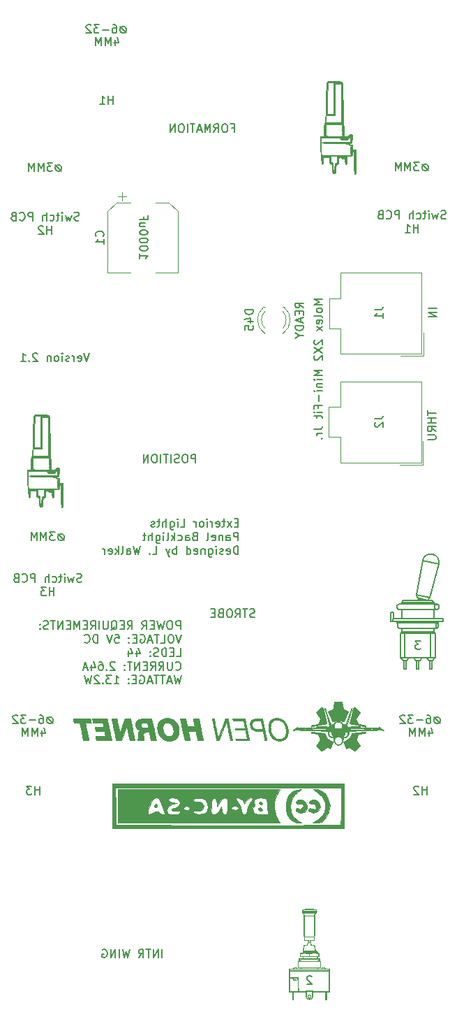
<source format=gbr>
%TF.GenerationSoftware,KiCad,Pcbnew,(5.1.10)-1*%
%TF.CreationDate,2021-11-16T17:25:10+11:00*%
%TF.ProjectId,EXT LT Panel PCB V2,45585420-4c54-4205-9061-6e656c205043,rev?*%
%TF.SameCoordinates,Original*%
%TF.FileFunction,Legend,Bot*%
%TF.FilePolarity,Positive*%
%FSLAX46Y46*%
G04 Gerber Fmt 4.6, Leading zero omitted, Abs format (unit mm)*
G04 Created by KiCad (PCBNEW (5.1.10)-1) date 2021-11-16 17:25:10*
%MOMM*%
%LPD*%
G01*
G04 APERTURE LIST*
%ADD10C,0.150000*%
%ADD11C,0.120000*%
%ADD12C,0.010000*%
%ADD13C,0.100000*%
%ADD14C,0.200000*%
G04 APERTURE END LIST*
D10*
X102704685Y-96413676D02*
X102514209Y-96413676D01*
X102323733Y-96508914D01*
X102228495Y-96699390D01*
X102228495Y-96889866D01*
X102323733Y-97080342D01*
X102514209Y-97175580D01*
X102704685Y-97175580D01*
X102895161Y-97080342D01*
X102990400Y-96889866D01*
X102990400Y-96699390D01*
X102895161Y-96508914D01*
X102704685Y-96413676D01*
X102228495Y-96413676D02*
X102990400Y-97175580D01*
X101847542Y-96175580D02*
X101228495Y-96175580D01*
X101561828Y-96556533D01*
X101418971Y-96556533D01*
X101323733Y-96604152D01*
X101276114Y-96651771D01*
X101228495Y-96747009D01*
X101228495Y-96985104D01*
X101276114Y-97080342D01*
X101323733Y-97127961D01*
X101418971Y-97175580D01*
X101704685Y-97175580D01*
X101799923Y-97127961D01*
X101847542Y-97080342D01*
X100799923Y-97175580D02*
X100799923Y-96175580D01*
X100466590Y-96889866D01*
X100133257Y-96175580D01*
X100133257Y-97175580D01*
X99657066Y-97175580D02*
X99657066Y-96175580D01*
X99323733Y-96889866D01*
X98990400Y-96175580D01*
X98990400Y-97175580D01*
X146900685Y-51658876D02*
X146710209Y-51658876D01*
X146519733Y-51754114D01*
X146424495Y-51944590D01*
X146424495Y-52135066D01*
X146519733Y-52325542D01*
X146710209Y-52420780D01*
X146900685Y-52420780D01*
X147091161Y-52325542D01*
X147186400Y-52135066D01*
X147186400Y-51944590D01*
X147091161Y-51754114D01*
X146900685Y-51658876D01*
X146424495Y-51658876D02*
X147186400Y-52420780D01*
X146043542Y-51420780D02*
X145424495Y-51420780D01*
X145757828Y-51801733D01*
X145614971Y-51801733D01*
X145519733Y-51849352D01*
X145472114Y-51896971D01*
X145424495Y-51992209D01*
X145424495Y-52230304D01*
X145472114Y-52325542D01*
X145519733Y-52373161D01*
X145614971Y-52420780D01*
X145900685Y-52420780D01*
X145995923Y-52373161D01*
X146043542Y-52325542D01*
X144995923Y-52420780D02*
X144995923Y-51420780D01*
X144662590Y-52135066D01*
X144329257Y-51420780D01*
X144329257Y-52420780D01*
X143853066Y-52420780D02*
X143853066Y-51420780D01*
X143519733Y-52135066D01*
X143186400Y-51420780D01*
X143186400Y-52420780D01*
X102399885Y-51709676D02*
X102209409Y-51709676D01*
X102018933Y-51804914D01*
X101923695Y-51995390D01*
X101923695Y-52185866D01*
X102018933Y-52376342D01*
X102209409Y-52471580D01*
X102399885Y-52471580D01*
X102590361Y-52376342D01*
X102685600Y-52185866D01*
X102685600Y-51995390D01*
X102590361Y-51804914D01*
X102399885Y-51709676D01*
X101923695Y-51709676D02*
X102685600Y-52471580D01*
X101542742Y-51471580D02*
X100923695Y-51471580D01*
X101257028Y-51852533D01*
X101114171Y-51852533D01*
X101018933Y-51900152D01*
X100971314Y-51947771D01*
X100923695Y-52043009D01*
X100923695Y-52281104D01*
X100971314Y-52376342D01*
X101018933Y-52423961D01*
X101114171Y-52471580D01*
X101399885Y-52471580D01*
X101495123Y-52423961D01*
X101542742Y-52376342D01*
X100495123Y-52471580D02*
X100495123Y-51471580D01*
X100161790Y-52185866D01*
X99828457Y-51471580D01*
X99828457Y-52471580D01*
X99352266Y-52471580D02*
X99352266Y-51471580D01*
X99018933Y-52185866D01*
X98685600Y-51471580D01*
X98685600Y-52471580D01*
X117088604Y-107954800D02*
X117088604Y-106954800D01*
X116707652Y-106954800D01*
X116612414Y-107002420D01*
X116564795Y-107050039D01*
X116517176Y-107145277D01*
X116517176Y-107288134D01*
X116564795Y-107383372D01*
X116612414Y-107430991D01*
X116707652Y-107478610D01*
X117088604Y-107478610D01*
X115898128Y-106954800D02*
X115707652Y-106954800D01*
X115612414Y-107002420D01*
X115517176Y-107097658D01*
X115469557Y-107288134D01*
X115469557Y-107621467D01*
X115517176Y-107811943D01*
X115612414Y-107907181D01*
X115707652Y-107954800D01*
X115898128Y-107954800D01*
X115993366Y-107907181D01*
X116088604Y-107811943D01*
X116136223Y-107621467D01*
X116136223Y-107288134D01*
X116088604Y-107097658D01*
X115993366Y-107002420D01*
X115898128Y-106954800D01*
X115136223Y-106954800D02*
X114898128Y-107954800D01*
X114707652Y-107240515D01*
X114517176Y-107954800D01*
X114279080Y-106954800D01*
X113898128Y-107430991D02*
X113564795Y-107430991D01*
X113421938Y-107954800D02*
X113898128Y-107954800D01*
X113898128Y-106954800D01*
X113421938Y-106954800D01*
X112421938Y-107954800D02*
X112755271Y-107478610D01*
X112993366Y-107954800D02*
X112993366Y-106954800D01*
X112612414Y-106954800D01*
X112517176Y-107002420D01*
X112469557Y-107050039D01*
X112421938Y-107145277D01*
X112421938Y-107288134D01*
X112469557Y-107383372D01*
X112517176Y-107430991D01*
X112612414Y-107478610D01*
X112993366Y-107478610D01*
X110660033Y-107954800D02*
X110993366Y-107478610D01*
X111231461Y-107954800D02*
X111231461Y-106954800D01*
X110850509Y-106954800D01*
X110755271Y-107002420D01*
X110707652Y-107050039D01*
X110660033Y-107145277D01*
X110660033Y-107288134D01*
X110707652Y-107383372D01*
X110755271Y-107430991D01*
X110850509Y-107478610D01*
X111231461Y-107478610D01*
X110231461Y-107430991D02*
X109898128Y-107430991D01*
X109755271Y-107954800D02*
X110231461Y-107954800D01*
X110231461Y-106954800D01*
X109755271Y-106954800D01*
X108660033Y-108050039D02*
X108755271Y-108002420D01*
X108850509Y-107907181D01*
X108993366Y-107764324D01*
X109088604Y-107716705D01*
X109183842Y-107716705D01*
X109136223Y-107954800D02*
X109231461Y-107907181D01*
X109326700Y-107811943D01*
X109374319Y-107621467D01*
X109374319Y-107288134D01*
X109326700Y-107097658D01*
X109231461Y-107002420D01*
X109136223Y-106954800D01*
X108945747Y-106954800D01*
X108850509Y-107002420D01*
X108755271Y-107097658D01*
X108707652Y-107288134D01*
X108707652Y-107621467D01*
X108755271Y-107811943D01*
X108850509Y-107907181D01*
X108945747Y-107954800D01*
X109136223Y-107954800D01*
X108279080Y-106954800D02*
X108279080Y-107764324D01*
X108231461Y-107859562D01*
X108183842Y-107907181D01*
X108088604Y-107954800D01*
X107898128Y-107954800D01*
X107802890Y-107907181D01*
X107755271Y-107859562D01*
X107707652Y-107764324D01*
X107707652Y-106954800D01*
X107231461Y-107954800D02*
X107231461Y-106954800D01*
X106183842Y-107954800D02*
X106517176Y-107478610D01*
X106755271Y-107954800D02*
X106755271Y-106954800D01*
X106374319Y-106954800D01*
X106279080Y-107002420D01*
X106231461Y-107050039D01*
X106183842Y-107145277D01*
X106183842Y-107288134D01*
X106231461Y-107383372D01*
X106279080Y-107430991D01*
X106374319Y-107478610D01*
X106755271Y-107478610D01*
X105755271Y-107430991D02*
X105421938Y-107430991D01*
X105279080Y-107954800D02*
X105755271Y-107954800D01*
X105755271Y-106954800D01*
X105279080Y-106954800D01*
X104850509Y-107954800D02*
X104850509Y-106954800D01*
X104517176Y-107669086D01*
X104183842Y-106954800D01*
X104183842Y-107954800D01*
X103707652Y-107430991D02*
X103374319Y-107430991D01*
X103231461Y-107954800D02*
X103707652Y-107954800D01*
X103707652Y-106954800D01*
X103231461Y-106954800D01*
X102802890Y-107954800D02*
X102802890Y-106954800D01*
X102231461Y-107954800D01*
X102231461Y-106954800D01*
X101898128Y-106954800D02*
X101326700Y-106954800D01*
X101612414Y-107954800D02*
X101612414Y-106954800D01*
X101040985Y-107907181D02*
X100898128Y-107954800D01*
X100660033Y-107954800D01*
X100564795Y-107907181D01*
X100517176Y-107859562D01*
X100469557Y-107764324D01*
X100469557Y-107669086D01*
X100517176Y-107573848D01*
X100564795Y-107526229D01*
X100660033Y-107478610D01*
X100850509Y-107430991D01*
X100945747Y-107383372D01*
X100993366Y-107335753D01*
X101040985Y-107240515D01*
X101040985Y-107145277D01*
X100993366Y-107050039D01*
X100945747Y-107002420D01*
X100850509Y-106954800D01*
X100612414Y-106954800D01*
X100469557Y-107002420D01*
X100040985Y-107859562D02*
X99993366Y-107907181D01*
X100040985Y-107954800D01*
X100088604Y-107907181D01*
X100040985Y-107859562D01*
X100040985Y-107954800D01*
X100040985Y-107335753D02*
X99993366Y-107383372D01*
X100040985Y-107430991D01*
X100088604Y-107383372D01*
X100040985Y-107335753D01*
X100040985Y-107430991D01*
X117231461Y-108604800D02*
X116898128Y-109604800D01*
X116564795Y-108604800D01*
X116040985Y-108604800D02*
X115850509Y-108604800D01*
X115755271Y-108652420D01*
X115660033Y-108747658D01*
X115612414Y-108938134D01*
X115612414Y-109271467D01*
X115660033Y-109461943D01*
X115755271Y-109557181D01*
X115850509Y-109604800D01*
X116040985Y-109604800D01*
X116136223Y-109557181D01*
X116231461Y-109461943D01*
X116279080Y-109271467D01*
X116279080Y-108938134D01*
X116231461Y-108747658D01*
X116136223Y-108652420D01*
X116040985Y-108604800D01*
X114707652Y-109604800D02*
X115183842Y-109604800D01*
X115183842Y-108604800D01*
X114517176Y-108604800D02*
X113945747Y-108604800D01*
X114231461Y-109604800D02*
X114231461Y-108604800D01*
X113660033Y-109319086D02*
X113183842Y-109319086D01*
X113755271Y-109604800D02*
X113421938Y-108604800D01*
X113088604Y-109604800D01*
X112231461Y-108652420D02*
X112326700Y-108604800D01*
X112469557Y-108604800D01*
X112612414Y-108652420D01*
X112707652Y-108747658D01*
X112755271Y-108842896D01*
X112802890Y-109033372D01*
X112802890Y-109176229D01*
X112755271Y-109366705D01*
X112707652Y-109461943D01*
X112612414Y-109557181D01*
X112469557Y-109604800D01*
X112374319Y-109604800D01*
X112231461Y-109557181D01*
X112183842Y-109509562D01*
X112183842Y-109176229D01*
X112374319Y-109176229D01*
X111755271Y-109080991D02*
X111421938Y-109080991D01*
X111279080Y-109604800D02*
X111755271Y-109604800D01*
X111755271Y-108604800D01*
X111279080Y-108604800D01*
X110850509Y-109509562D02*
X110802890Y-109557181D01*
X110850509Y-109604800D01*
X110898128Y-109557181D01*
X110850509Y-109509562D01*
X110850509Y-109604800D01*
X110850509Y-108985753D02*
X110802890Y-109033372D01*
X110850509Y-109080991D01*
X110898128Y-109033372D01*
X110850509Y-108985753D01*
X110850509Y-109080991D01*
X109136223Y-108604800D02*
X109612414Y-108604800D01*
X109660033Y-109080991D01*
X109612414Y-109033372D01*
X109517176Y-108985753D01*
X109279080Y-108985753D01*
X109183842Y-109033372D01*
X109136223Y-109080991D01*
X109088604Y-109176229D01*
X109088604Y-109414324D01*
X109136223Y-109509562D01*
X109183842Y-109557181D01*
X109279080Y-109604800D01*
X109517176Y-109604800D01*
X109612414Y-109557181D01*
X109660033Y-109509562D01*
X108802890Y-108604800D02*
X108469557Y-109604800D01*
X108136223Y-108604800D01*
X107040985Y-109604800D02*
X107040985Y-108604800D01*
X106802890Y-108604800D01*
X106660033Y-108652420D01*
X106564795Y-108747658D01*
X106517176Y-108842896D01*
X106469557Y-109033372D01*
X106469557Y-109176229D01*
X106517176Y-109366705D01*
X106564795Y-109461943D01*
X106660033Y-109557181D01*
X106802890Y-109604800D01*
X107040985Y-109604800D01*
X105469557Y-109509562D02*
X105517176Y-109557181D01*
X105660033Y-109604800D01*
X105755271Y-109604800D01*
X105898128Y-109557181D01*
X105993366Y-109461943D01*
X106040985Y-109366705D01*
X106088604Y-109176229D01*
X106088604Y-109033372D01*
X106040985Y-108842896D01*
X105993366Y-108747658D01*
X105898128Y-108652420D01*
X105755271Y-108604800D01*
X105660033Y-108604800D01*
X105517176Y-108652420D01*
X105469557Y-108700039D01*
X116612414Y-111254800D02*
X117088604Y-111254800D01*
X117088604Y-110254800D01*
X116279080Y-110730991D02*
X115945747Y-110730991D01*
X115802890Y-111254800D02*
X116279080Y-111254800D01*
X116279080Y-110254800D01*
X115802890Y-110254800D01*
X115374319Y-111254800D02*
X115374319Y-110254800D01*
X115136223Y-110254800D01*
X114993366Y-110302420D01*
X114898128Y-110397658D01*
X114850509Y-110492896D01*
X114802890Y-110683372D01*
X114802890Y-110826229D01*
X114850509Y-111016705D01*
X114898128Y-111111943D01*
X114993366Y-111207181D01*
X115136223Y-111254800D01*
X115374319Y-111254800D01*
X114421938Y-111207181D02*
X114279080Y-111254800D01*
X114040985Y-111254800D01*
X113945747Y-111207181D01*
X113898128Y-111159562D01*
X113850509Y-111064324D01*
X113850509Y-110969086D01*
X113898128Y-110873848D01*
X113945747Y-110826229D01*
X114040985Y-110778610D01*
X114231461Y-110730991D01*
X114326700Y-110683372D01*
X114374319Y-110635753D01*
X114421938Y-110540515D01*
X114421938Y-110445277D01*
X114374319Y-110350039D01*
X114326700Y-110302420D01*
X114231461Y-110254800D01*
X113993366Y-110254800D01*
X113850509Y-110302420D01*
X113421938Y-111159562D02*
X113374319Y-111207181D01*
X113421938Y-111254800D01*
X113469557Y-111207181D01*
X113421938Y-111159562D01*
X113421938Y-111254800D01*
X113421938Y-110635753D02*
X113374319Y-110683372D01*
X113421938Y-110730991D01*
X113469557Y-110683372D01*
X113421938Y-110635753D01*
X113421938Y-110730991D01*
X111755271Y-110588134D02*
X111755271Y-111254800D01*
X111993366Y-110207181D02*
X112231461Y-110921467D01*
X111612414Y-110921467D01*
X110802890Y-110588134D02*
X110802890Y-111254800D01*
X111040985Y-110207181D02*
X111279080Y-110921467D01*
X110660033Y-110921467D01*
X116517176Y-112809562D02*
X116564795Y-112857181D01*
X116707652Y-112904800D01*
X116802890Y-112904800D01*
X116945747Y-112857181D01*
X117040985Y-112761943D01*
X117088604Y-112666705D01*
X117136223Y-112476229D01*
X117136223Y-112333372D01*
X117088604Y-112142896D01*
X117040985Y-112047658D01*
X116945747Y-111952420D01*
X116802890Y-111904800D01*
X116707652Y-111904800D01*
X116564795Y-111952420D01*
X116517176Y-112000039D01*
X116088604Y-111904800D02*
X116088604Y-112714324D01*
X116040985Y-112809562D01*
X115993366Y-112857181D01*
X115898128Y-112904800D01*
X115707652Y-112904800D01*
X115612414Y-112857181D01*
X115564795Y-112809562D01*
X115517176Y-112714324D01*
X115517176Y-111904800D01*
X114469557Y-112904800D02*
X114802890Y-112428610D01*
X115040985Y-112904800D02*
X115040985Y-111904800D01*
X114660033Y-111904800D01*
X114564795Y-111952420D01*
X114517176Y-112000039D01*
X114469557Y-112095277D01*
X114469557Y-112238134D01*
X114517176Y-112333372D01*
X114564795Y-112380991D01*
X114660033Y-112428610D01*
X115040985Y-112428610D01*
X113469557Y-112904800D02*
X113802890Y-112428610D01*
X114040985Y-112904800D02*
X114040985Y-111904800D01*
X113660033Y-111904800D01*
X113564795Y-111952420D01*
X113517176Y-112000039D01*
X113469557Y-112095277D01*
X113469557Y-112238134D01*
X113517176Y-112333372D01*
X113564795Y-112380991D01*
X113660033Y-112428610D01*
X114040985Y-112428610D01*
X113040985Y-112380991D02*
X112707652Y-112380991D01*
X112564795Y-112904800D02*
X113040985Y-112904800D01*
X113040985Y-111904800D01*
X112564795Y-111904800D01*
X112136223Y-112904800D02*
X112136223Y-111904800D01*
X111564795Y-112904800D01*
X111564795Y-111904800D01*
X111231461Y-111904800D02*
X110660033Y-111904800D01*
X110945747Y-112904800D02*
X110945747Y-111904800D01*
X110326700Y-112809562D02*
X110279080Y-112857181D01*
X110326700Y-112904800D01*
X110374319Y-112857181D01*
X110326700Y-112809562D01*
X110326700Y-112904800D01*
X110326700Y-112285753D02*
X110279080Y-112333372D01*
X110326700Y-112380991D01*
X110374319Y-112333372D01*
X110326700Y-112285753D01*
X110326700Y-112380991D01*
X109136223Y-112000039D02*
X109088604Y-111952420D01*
X108993366Y-111904800D01*
X108755271Y-111904800D01*
X108660033Y-111952420D01*
X108612414Y-112000039D01*
X108564795Y-112095277D01*
X108564795Y-112190515D01*
X108612414Y-112333372D01*
X109183842Y-112904800D01*
X108564795Y-112904800D01*
X108136223Y-112809562D02*
X108088604Y-112857181D01*
X108136223Y-112904800D01*
X108183842Y-112857181D01*
X108136223Y-112809562D01*
X108136223Y-112904800D01*
X107231461Y-111904800D02*
X107421938Y-111904800D01*
X107517176Y-111952420D01*
X107564795Y-112000039D01*
X107660033Y-112142896D01*
X107707652Y-112333372D01*
X107707652Y-112714324D01*
X107660033Y-112809562D01*
X107612414Y-112857181D01*
X107517176Y-112904800D01*
X107326700Y-112904800D01*
X107231461Y-112857181D01*
X107183842Y-112809562D01*
X107136223Y-112714324D01*
X107136223Y-112476229D01*
X107183842Y-112380991D01*
X107231461Y-112333372D01*
X107326700Y-112285753D01*
X107517176Y-112285753D01*
X107612414Y-112333372D01*
X107660033Y-112380991D01*
X107707652Y-112476229D01*
X106279080Y-112238134D02*
X106279080Y-112904800D01*
X106517176Y-111857181D02*
X106755271Y-112571467D01*
X106136223Y-112571467D01*
X105802890Y-112619086D02*
X105326700Y-112619086D01*
X105898128Y-112904800D02*
X105564795Y-111904800D01*
X105231461Y-112904800D01*
X117183842Y-113554800D02*
X116945747Y-114554800D01*
X116755271Y-113840515D01*
X116564795Y-114554800D01*
X116326700Y-113554800D01*
X115993366Y-114269086D02*
X115517176Y-114269086D01*
X116088604Y-114554800D02*
X115755271Y-113554800D01*
X115421938Y-114554800D01*
X115231461Y-113554800D02*
X114660033Y-113554800D01*
X114945747Y-114554800D02*
X114945747Y-113554800D01*
X114469557Y-113554800D02*
X113898128Y-113554800D01*
X114183842Y-114554800D02*
X114183842Y-113554800D01*
X113612414Y-114269086D02*
X113136223Y-114269086D01*
X113707652Y-114554800D02*
X113374319Y-113554800D01*
X113040985Y-114554800D01*
X112183842Y-113602420D02*
X112279080Y-113554800D01*
X112421938Y-113554800D01*
X112564795Y-113602420D01*
X112660033Y-113697658D01*
X112707652Y-113792896D01*
X112755271Y-113983372D01*
X112755271Y-114126229D01*
X112707652Y-114316705D01*
X112660033Y-114411943D01*
X112564795Y-114507181D01*
X112421938Y-114554800D01*
X112326700Y-114554800D01*
X112183842Y-114507181D01*
X112136223Y-114459562D01*
X112136223Y-114126229D01*
X112326700Y-114126229D01*
X111707652Y-114030991D02*
X111374319Y-114030991D01*
X111231461Y-114554800D02*
X111707652Y-114554800D01*
X111707652Y-113554800D01*
X111231461Y-113554800D01*
X110802890Y-114459562D02*
X110755271Y-114507181D01*
X110802890Y-114554800D01*
X110850509Y-114507181D01*
X110802890Y-114459562D01*
X110802890Y-114554800D01*
X110802890Y-113935753D02*
X110755271Y-113983372D01*
X110802890Y-114030991D01*
X110850509Y-113983372D01*
X110802890Y-113935753D01*
X110802890Y-114030991D01*
X109040985Y-114554800D02*
X109612414Y-114554800D01*
X109326700Y-114554800D02*
X109326700Y-113554800D01*
X109421938Y-113697658D01*
X109517176Y-113792896D01*
X109612414Y-113840515D01*
X108707652Y-113554800D02*
X108088604Y-113554800D01*
X108421938Y-113935753D01*
X108279080Y-113935753D01*
X108183842Y-113983372D01*
X108136223Y-114030991D01*
X108088604Y-114126229D01*
X108088604Y-114364324D01*
X108136223Y-114459562D01*
X108183842Y-114507181D01*
X108279080Y-114554800D01*
X108564795Y-114554800D01*
X108660033Y-114507181D01*
X108707652Y-114459562D01*
X107660033Y-114459562D02*
X107612414Y-114507181D01*
X107660033Y-114554800D01*
X107707652Y-114507181D01*
X107660033Y-114459562D01*
X107660033Y-114554800D01*
X107231461Y-113650039D02*
X107183842Y-113602420D01*
X107088604Y-113554800D01*
X106850509Y-113554800D01*
X106755271Y-113602420D01*
X106707652Y-113650039D01*
X106660033Y-113745277D01*
X106660033Y-113840515D01*
X106707652Y-113983372D01*
X107279080Y-114554800D01*
X106660033Y-114554800D01*
X106326700Y-113554800D02*
X106088604Y-114554800D01*
X105898128Y-113840515D01*
X105707652Y-114554800D01*
X105469557Y-113554800D01*
X132011680Y-69018020D02*
X131535490Y-68684686D01*
X132011680Y-68446591D02*
X131011680Y-68446591D01*
X131011680Y-68827543D01*
X131059300Y-68922781D01*
X131106919Y-68970400D01*
X131202157Y-69018020D01*
X131345014Y-69018020D01*
X131440252Y-68970400D01*
X131487871Y-68922781D01*
X131535490Y-68827543D01*
X131535490Y-68446591D01*
X131487871Y-69446591D02*
X131487871Y-69779924D01*
X132011680Y-69922781D02*
X132011680Y-69446591D01*
X131011680Y-69446591D01*
X131011680Y-69922781D01*
X131725966Y-70303734D02*
X131725966Y-70779924D01*
X132011680Y-70208496D02*
X131011680Y-70541829D01*
X132011680Y-70875162D01*
X132011680Y-71208496D02*
X131011680Y-71208496D01*
X131011680Y-71446591D01*
X131059300Y-71589448D01*
X131154538Y-71684686D01*
X131249776Y-71732305D01*
X131440252Y-71779924D01*
X131583109Y-71779924D01*
X131773585Y-71732305D01*
X131868823Y-71684686D01*
X131964061Y-71589448D01*
X132011680Y-71446591D01*
X132011680Y-71208496D01*
X131535490Y-72398972D02*
X132011680Y-72398972D01*
X131011680Y-72065639D02*
X131535490Y-72398972D01*
X131011680Y-72732305D01*
X112145819Y-62475809D02*
X112145819Y-63047238D01*
X112145819Y-62761523D02*
X113145819Y-62761523D01*
X113002961Y-62856761D01*
X112907723Y-62952000D01*
X112860104Y-63047238D01*
X113145819Y-61856761D02*
X113145819Y-61761523D01*
X113098200Y-61666285D01*
X113050580Y-61618666D01*
X112955342Y-61571047D01*
X112764866Y-61523428D01*
X112526771Y-61523428D01*
X112336295Y-61571047D01*
X112241057Y-61618666D01*
X112193438Y-61666285D01*
X112145819Y-61761523D01*
X112145819Y-61856761D01*
X112193438Y-61952000D01*
X112241057Y-61999619D01*
X112336295Y-62047238D01*
X112526771Y-62094857D01*
X112764866Y-62094857D01*
X112955342Y-62047238D01*
X113050580Y-61999619D01*
X113098200Y-61952000D01*
X113145819Y-61856761D01*
X113145819Y-60904380D02*
X113145819Y-60809142D01*
X113098200Y-60713904D01*
X113050580Y-60666285D01*
X112955342Y-60618666D01*
X112764866Y-60571047D01*
X112526771Y-60571047D01*
X112336295Y-60618666D01*
X112241057Y-60666285D01*
X112193438Y-60713904D01*
X112145819Y-60809142D01*
X112145819Y-60904380D01*
X112193438Y-60999619D01*
X112241057Y-61047238D01*
X112336295Y-61094857D01*
X112526771Y-61142476D01*
X112764866Y-61142476D01*
X112955342Y-61094857D01*
X113050580Y-61047238D01*
X113098200Y-60999619D01*
X113145819Y-60904380D01*
X113145819Y-59952000D02*
X113145819Y-59856761D01*
X113098200Y-59761523D01*
X113050580Y-59713904D01*
X112955342Y-59666285D01*
X112764866Y-59618666D01*
X112526771Y-59618666D01*
X112336295Y-59666285D01*
X112241057Y-59713904D01*
X112193438Y-59761523D01*
X112145819Y-59856761D01*
X112145819Y-59952000D01*
X112193438Y-60047238D01*
X112241057Y-60094857D01*
X112336295Y-60142476D01*
X112526771Y-60190095D01*
X112764866Y-60190095D01*
X112955342Y-60142476D01*
X113050580Y-60094857D01*
X113098200Y-60047238D01*
X113145819Y-59952000D01*
X112812485Y-58761523D02*
X112145819Y-58761523D01*
X112812485Y-59190095D02*
X112288676Y-59190095D01*
X112193438Y-59142476D01*
X112145819Y-59047238D01*
X112145819Y-58904380D01*
X112193438Y-58809142D01*
X112241057Y-58761523D01*
X112669628Y-57952000D02*
X112669628Y-58285333D01*
X112145819Y-58285333D02*
X113145819Y-58285333D01*
X113145819Y-57809142D01*
X146230933Y-109383580D02*
X145611885Y-109383580D01*
X145945219Y-109764533D01*
X145802361Y-109764533D01*
X145707123Y-109812152D01*
X145659504Y-109859771D01*
X145611885Y-109955009D01*
X145611885Y-110193104D01*
X145659504Y-110288342D01*
X145707123Y-110335961D01*
X145802361Y-110383580D01*
X146088076Y-110383580D01*
X146183314Y-110335961D01*
X146230933Y-110288342D01*
X147079720Y-81471046D02*
X147079720Y-82042475D01*
X148079720Y-81756760D02*
X147079720Y-81756760D01*
X148079720Y-82375808D02*
X147079720Y-82375808D01*
X147555911Y-82375808D02*
X147555911Y-82947237D01*
X148079720Y-82947237D02*
X147079720Y-82947237D01*
X148079720Y-83994856D02*
X147603530Y-83661522D01*
X148079720Y-83423427D02*
X147079720Y-83423427D01*
X147079720Y-83804380D01*
X147127340Y-83899618D01*
X147174959Y-83947237D01*
X147270197Y-83994856D01*
X147413054Y-83994856D01*
X147508292Y-83947237D01*
X147555911Y-83899618D01*
X147603530Y-83804380D01*
X147603530Y-83423427D01*
X147079720Y-84423427D02*
X147889244Y-84423427D01*
X147984482Y-84471046D01*
X148032101Y-84518665D01*
X148079720Y-84613903D01*
X148079720Y-84804380D01*
X148032101Y-84899618D01*
X147984482Y-84947237D01*
X147889244Y-84994856D01*
X147079720Y-84994856D01*
X148183860Y-69074730D02*
X147183860Y-69074730D01*
X148183860Y-69550920D02*
X147183860Y-69550920D01*
X148183860Y-70122349D01*
X147183860Y-70122349D01*
X134290060Y-67953359D02*
X133290060Y-67953359D01*
X134004346Y-68286692D01*
X133290060Y-68620025D01*
X134290060Y-68620025D01*
X134290060Y-69239073D02*
X134242441Y-69143835D01*
X134194822Y-69096216D01*
X134099584Y-69048597D01*
X133813870Y-69048597D01*
X133718632Y-69096216D01*
X133671013Y-69143835D01*
X133623394Y-69239073D01*
X133623394Y-69381930D01*
X133671013Y-69477168D01*
X133718632Y-69524787D01*
X133813870Y-69572406D01*
X134099584Y-69572406D01*
X134194822Y-69524787D01*
X134242441Y-69477168D01*
X134290060Y-69381930D01*
X134290060Y-69239073D01*
X134290060Y-70143835D02*
X134242441Y-70048597D01*
X134147203Y-70000978D01*
X133290060Y-70000978D01*
X134242441Y-70905740D02*
X134290060Y-70810501D01*
X134290060Y-70620025D01*
X134242441Y-70524787D01*
X134147203Y-70477168D01*
X133766251Y-70477168D01*
X133671013Y-70524787D01*
X133623394Y-70620025D01*
X133623394Y-70810501D01*
X133671013Y-70905740D01*
X133766251Y-70953359D01*
X133861489Y-70953359D01*
X133956727Y-70477168D01*
X134290060Y-71286692D02*
X133623394Y-71810501D01*
X133623394Y-71286692D02*
X134290060Y-71810501D01*
X133385299Y-72905740D02*
X133337680Y-72953359D01*
X133290060Y-73048597D01*
X133290060Y-73286692D01*
X133337680Y-73381930D01*
X133385299Y-73429549D01*
X133480537Y-73477168D01*
X133575775Y-73477168D01*
X133718632Y-73429549D01*
X134290060Y-72858120D01*
X134290060Y-73477168D01*
X133290060Y-73810501D02*
X134290060Y-74477168D01*
X133290060Y-74477168D02*
X134290060Y-73810501D01*
X133385299Y-74810501D02*
X133337680Y-74858120D01*
X133290060Y-74953359D01*
X133290060Y-75191454D01*
X133337680Y-75286692D01*
X133385299Y-75334311D01*
X133480537Y-75381930D01*
X133575775Y-75381930D01*
X133718632Y-75334311D01*
X134290060Y-74762882D01*
X134290060Y-75381930D01*
X134290060Y-76572406D02*
X133290060Y-76572406D01*
X134004346Y-76905740D01*
X133290060Y-77239073D01*
X134290060Y-77239073D01*
X134290060Y-77715263D02*
X133623394Y-77715263D01*
X133290060Y-77715263D02*
X133337680Y-77667644D01*
X133385299Y-77715263D01*
X133337680Y-77762882D01*
X133290060Y-77715263D01*
X133385299Y-77715263D01*
X133623394Y-78191454D02*
X134290060Y-78191454D01*
X133718632Y-78191454D02*
X133671013Y-78239073D01*
X133623394Y-78334311D01*
X133623394Y-78477168D01*
X133671013Y-78572406D01*
X133766251Y-78620025D01*
X134290060Y-78620025D01*
X134290060Y-79096216D02*
X133623394Y-79096216D01*
X133290060Y-79096216D02*
X133337680Y-79048597D01*
X133385299Y-79096216D01*
X133337680Y-79143835D01*
X133290060Y-79096216D01*
X133385299Y-79096216D01*
X133909108Y-79572406D02*
X133909108Y-80334311D01*
X133766251Y-81143835D02*
X133766251Y-80810501D01*
X134290060Y-80810501D02*
X133290060Y-80810501D01*
X133290060Y-81286692D01*
X134290060Y-81667644D02*
X133623394Y-81667644D01*
X133290060Y-81667644D02*
X133337680Y-81620025D01*
X133385299Y-81667644D01*
X133337680Y-81715263D01*
X133290060Y-81667644D01*
X133385299Y-81667644D01*
X133623394Y-82000978D02*
X133623394Y-82381930D01*
X133290060Y-82143835D02*
X134147203Y-82143835D01*
X134242441Y-82191454D01*
X134290060Y-82286692D01*
X134290060Y-82381930D01*
X133290060Y-83762882D02*
X134004346Y-83762882D01*
X134147203Y-83715263D01*
X134242441Y-83620025D01*
X134290060Y-83477168D01*
X134290060Y-83381930D01*
X134290060Y-84239073D02*
X133623394Y-84239073D01*
X133813870Y-84239073D02*
X133718632Y-84286692D01*
X133671013Y-84334311D01*
X133623394Y-84429549D01*
X133623394Y-84524787D01*
X134194822Y-84858120D02*
X134242441Y-84905740D01*
X134290060Y-84858120D01*
X134242441Y-84810501D01*
X134194822Y-84858120D01*
X134290060Y-84858120D01*
X105085638Y-102195761D02*
X104942780Y-102243380D01*
X104704685Y-102243380D01*
X104609447Y-102195761D01*
X104561828Y-102148142D01*
X104514209Y-102052904D01*
X104514209Y-101957666D01*
X104561828Y-101862428D01*
X104609447Y-101814809D01*
X104704685Y-101767190D01*
X104895161Y-101719571D01*
X104990400Y-101671952D01*
X105038019Y-101624333D01*
X105085638Y-101529095D01*
X105085638Y-101433857D01*
X105038019Y-101338619D01*
X104990400Y-101291000D01*
X104895161Y-101243380D01*
X104657066Y-101243380D01*
X104514209Y-101291000D01*
X104180876Y-101576714D02*
X103990400Y-102243380D01*
X103799923Y-101767190D01*
X103609447Y-102243380D01*
X103418971Y-101576714D01*
X103038019Y-102243380D02*
X103038019Y-101576714D01*
X103038019Y-101243380D02*
X103085638Y-101291000D01*
X103038019Y-101338619D01*
X102990400Y-101291000D01*
X103038019Y-101243380D01*
X103038019Y-101338619D01*
X102704685Y-101576714D02*
X102323733Y-101576714D01*
X102561828Y-101243380D02*
X102561828Y-102100523D01*
X102514209Y-102195761D01*
X102418971Y-102243380D01*
X102323733Y-102243380D01*
X101561828Y-102195761D02*
X101657066Y-102243380D01*
X101847542Y-102243380D01*
X101942780Y-102195761D01*
X101990400Y-102148142D01*
X102038019Y-102052904D01*
X102038019Y-101767190D01*
X101990400Y-101671952D01*
X101942780Y-101624333D01*
X101847542Y-101576714D01*
X101657066Y-101576714D01*
X101561828Y-101624333D01*
X101133257Y-102243380D02*
X101133257Y-101243380D01*
X100704685Y-102243380D02*
X100704685Y-101719571D01*
X100752304Y-101624333D01*
X100847542Y-101576714D01*
X100990400Y-101576714D01*
X101085638Y-101624333D01*
X101133257Y-101671952D01*
X99466590Y-102243380D02*
X99466590Y-101243380D01*
X99085638Y-101243380D01*
X98990400Y-101291000D01*
X98942780Y-101338619D01*
X98895161Y-101433857D01*
X98895161Y-101576714D01*
X98942780Y-101671952D01*
X98990400Y-101719571D01*
X99085638Y-101767190D01*
X99466590Y-101767190D01*
X97895161Y-102148142D02*
X97942780Y-102195761D01*
X98085638Y-102243380D01*
X98180876Y-102243380D01*
X98323733Y-102195761D01*
X98418971Y-102100523D01*
X98466590Y-102005285D01*
X98514209Y-101814809D01*
X98514209Y-101671952D01*
X98466590Y-101481476D01*
X98418971Y-101386238D01*
X98323733Y-101291000D01*
X98180876Y-101243380D01*
X98085638Y-101243380D01*
X97942780Y-101291000D01*
X97895161Y-101338619D01*
X97133257Y-101719571D02*
X96990400Y-101767190D01*
X96942780Y-101814809D01*
X96895161Y-101910047D01*
X96895161Y-102052904D01*
X96942780Y-102148142D01*
X96990400Y-102195761D01*
X97085638Y-102243380D01*
X97466590Y-102243380D01*
X97466590Y-101243380D01*
X97133257Y-101243380D01*
X97038019Y-101291000D01*
X96990400Y-101338619D01*
X96942780Y-101433857D01*
X96942780Y-101529095D01*
X96990400Y-101624333D01*
X97038019Y-101671952D01*
X97133257Y-101719571D01*
X97466590Y-101719571D01*
X101752304Y-103893380D02*
X101752304Y-102893380D01*
X101752304Y-103369571D02*
X101180876Y-103369571D01*
X101180876Y-103893380D02*
X101180876Y-102893380D01*
X100799923Y-102893380D02*
X100180876Y-102893380D01*
X100514209Y-103274333D01*
X100371352Y-103274333D01*
X100276114Y-103321952D01*
X100228495Y-103369571D01*
X100180876Y-103464809D01*
X100180876Y-103702904D01*
X100228495Y-103798142D01*
X100276114Y-103845761D01*
X100371352Y-103893380D01*
X100657066Y-103893380D01*
X100752304Y-103845761D01*
X100799923Y-103798142D01*
X104780838Y-58406161D02*
X104637980Y-58453780D01*
X104399885Y-58453780D01*
X104304647Y-58406161D01*
X104257028Y-58358542D01*
X104209409Y-58263304D01*
X104209409Y-58168066D01*
X104257028Y-58072828D01*
X104304647Y-58025209D01*
X104399885Y-57977590D01*
X104590361Y-57929971D01*
X104685600Y-57882352D01*
X104733219Y-57834733D01*
X104780838Y-57739495D01*
X104780838Y-57644257D01*
X104733219Y-57549019D01*
X104685600Y-57501400D01*
X104590361Y-57453780D01*
X104352266Y-57453780D01*
X104209409Y-57501400D01*
X103876076Y-57787114D02*
X103685600Y-58453780D01*
X103495123Y-57977590D01*
X103304647Y-58453780D01*
X103114171Y-57787114D01*
X102733219Y-58453780D02*
X102733219Y-57787114D01*
X102733219Y-57453780D02*
X102780838Y-57501400D01*
X102733219Y-57549019D01*
X102685600Y-57501400D01*
X102733219Y-57453780D01*
X102733219Y-57549019D01*
X102399885Y-57787114D02*
X102018933Y-57787114D01*
X102257028Y-57453780D02*
X102257028Y-58310923D01*
X102209409Y-58406161D01*
X102114171Y-58453780D01*
X102018933Y-58453780D01*
X101257028Y-58406161D02*
X101352266Y-58453780D01*
X101542742Y-58453780D01*
X101637980Y-58406161D01*
X101685600Y-58358542D01*
X101733219Y-58263304D01*
X101733219Y-57977590D01*
X101685600Y-57882352D01*
X101637980Y-57834733D01*
X101542742Y-57787114D01*
X101352266Y-57787114D01*
X101257028Y-57834733D01*
X100828457Y-58453780D02*
X100828457Y-57453780D01*
X100399885Y-58453780D02*
X100399885Y-57929971D01*
X100447504Y-57834733D01*
X100542742Y-57787114D01*
X100685600Y-57787114D01*
X100780838Y-57834733D01*
X100828457Y-57882352D01*
X99161790Y-58453780D02*
X99161790Y-57453780D01*
X98780838Y-57453780D01*
X98685600Y-57501400D01*
X98637980Y-57549019D01*
X98590361Y-57644257D01*
X98590361Y-57787114D01*
X98637980Y-57882352D01*
X98685600Y-57929971D01*
X98780838Y-57977590D01*
X99161790Y-57977590D01*
X97590361Y-58358542D02*
X97637980Y-58406161D01*
X97780838Y-58453780D01*
X97876076Y-58453780D01*
X98018933Y-58406161D01*
X98114171Y-58310923D01*
X98161790Y-58215685D01*
X98209409Y-58025209D01*
X98209409Y-57882352D01*
X98161790Y-57691876D01*
X98114171Y-57596638D01*
X98018933Y-57501400D01*
X97876076Y-57453780D01*
X97780838Y-57453780D01*
X97637980Y-57501400D01*
X97590361Y-57549019D01*
X96828457Y-57929971D02*
X96685600Y-57977590D01*
X96637980Y-58025209D01*
X96590361Y-58120447D01*
X96590361Y-58263304D01*
X96637980Y-58358542D01*
X96685600Y-58406161D01*
X96780838Y-58453780D01*
X97161790Y-58453780D01*
X97161790Y-57453780D01*
X96828457Y-57453780D01*
X96733219Y-57501400D01*
X96685600Y-57549019D01*
X96637980Y-57644257D01*
X96637980Y-57739495D01*
X96685600Y-57834733D01*
X96733219Y-57882352D01*
X96828457Y-57929971D01*
X97161790Y-57929971D01*
X101447504Y-60103780D02*
X101447504Y-59103780D01*
X101447504Y-59579971D02*
X100876076Y-59579971D01*
X100876076Y-60103780D02*
X100876076Y-59103780D01*
X100447504Y-59199019D02*
X100399885Y-59151400D01*
X100304647Y-59103780D01*
X100066552Y-59103780D01*
X99971314Y-59151400D01*
X99923695Y-59199019D01*
X99876076Y-59294257D01*
X99876076Y-59389495D01*
X99923695Y-59532352D01*
X100495123Y-60103780D01*
X99876076Y-60103780D01*
X149281638Y-58202961D02*
X149138780Y-58250580D01*
X148900685Y-58250580D01*
X148805447Y-58202961D01*
X148757828Y-58155342D01*
X148710209Y-58060104D01*
X148710209Y-57964866D01*
X148757828Y-57869628D01*
X148805447Y-57822009D01*
X148900685Y-57774390D01*
X149091161Y-57726771D01*
X149186400Y-57679152D01*
X149234019Y-57631533D01*
X149281638Y-57536295D01*
X149281638Y-57441057D01*
X149234019Y-57345819D01*
X149186400Y-57298200D01*
X149091161Y-57250580D01*
X148853066Y-57250580D01*
X148710209Y-57298200D01*
X148376876Y-57583914D02*
X148186400Y-58250580D01*
X147995923Y-57774390D01*
X147805447Y-58250580D01*
X147614971Y-57583914D01*
X147234019Y-58250580D02*
X147234019Y-57583914D01*
X147234019Y-57250580D02*
X147281638Y-57298200D01*
X147234019Y-57345819D01*
X147186400Y-57298200D01*
X147234019Y-57250580D01*
X147234019Y-57345819D01*
X146900685Y-57583914D02*
X146519733Y-57583914D01*
X146757828Y-57250580D02*
X146757828Y-58107723D01*
X146710209Y-58202961D01*
X146614971Y-58250580D01*
X146519733Y-58250580D01*
X145757828Y-58202961D02*
X145853066Y-58250580D01*
X146043542Y-58250580D01*
X146138780Y-58202961D01*
X146186400Y-58155342D01*
X146234019Y-58060104D01*
X146234019Y-57774390D01*
X146186400Y-57679152D01*
X146138780Y-57631533D01*
X146043542Y-57583914D01*
X145853066Y-57583914D01*
X145757828Y-57631533D01*
X145329257Y-58250580D02*
X145329257Y-57250580D01*
X144900685Y-58250580D02*
X144900685Y-57726771D01*
X144948304Y-57631533D01*
X145043542Y-57583914D01*
X145186400Y-57583914D01*
X145281638Y-57631533D01*
X145329257Y-57679152D01*
X143662590Y-58250580D02*
X143662590Y-57250580D01*
X143281638Y-57250580D01*
X143186400Y-57298200D01*
X143138780Y-57345819D01*
X143091161Y-57441057D01*
X143091161Y-57583914D01*
X143138780Y-57679152D01*
X143186400Y-57726771D01*
X143281638Y-57774390D01*
X143662590Y-57774390D01*
X142091161Y-58155342D02*
X142138780Y-58202961D01*
X142281638Y-58250580D01*
X142376876Y-58250580D01*
X142519733Y-58202961D01*
X142614971Y-58107723D01*
X142662590Y-58012485D01*
X142710209Y-57822009D01*
X142710209Y-57679152D01*
X142662590Y-57488676D01*
X142614971Y-57393438D01*
X142519733Y-57298200D01*
X142376876Y-57250580D01*
X142281638Y-57250580D01*
X142138780Y-57298200D01*
X142091161Y-57345819D01*
X141329257Y-57726771D02*
X141186400Y-57774390D01*
X141138780Y-57822009D01*
X141091161Y-57917247D01*
X141091161Y-58060104D01*
X141138780Y-58155342D01*
X141186400Y-58202961D01*
X141281638Y-58250580D01*
X141662590Y-58250580D01*
X141662590Y-57250580D01*
X141329257Y-57250580D01*
X141234019Y-57298200D01*
X141186400Y-57345819D01*
X141138780Y-57441057D01*
X141138780Y-57536295D01*
X141186400Y-57631533D01*
X141234019Y-57679152D01*
X141329257Y-57726771D01*
X141662590Y-57726771D01*
X145948304Y-59900580D02*
X145948304Y-58900580D01*
X145948304Y-59376771D02*
X145376876Y-59376771D01*
X145376876Y-59900580D02*
X145376876Y-58900580D01*
X144376876Y-59900580D02*
X144948304Y-59900580D01*
X144662590Y-59900580D02*
X144662590Y-58900580D01*
X144757828Y-59043438D01*
X144853066Y-59138676D01*
X144948304Y-59186295D01*
X114871047Y-147721580D02*
X114871047Y-146721580D01*
X114394857Y-147721580D02*
X114394857Y-146721580D01*
X113823428Y-147721580D01*
X113823428Y-146721580D01*
X113490095Y-146721580D02*
X112918666Y-146721580D01*
X113204380Y-147721580D02*
X113204380Y-146721580D01*
X112013904Y-147721580D02*
X112347238Y-147245390D01*
X112585333Y-147721580D02*
X112585333Y-146721580D01*
X112204380Y-146721580D01*
X112109142Y-146769200D01*
X112061523Y-146816819D01*
X112013904Y-146912057D01*
X112013904Y-147054914D01*
X112061523Y-147150152D01*
X112109142Y-147197771D01*
X112204380Y-147245390D01*
X112585333Y-147245390D01*
X110918666Y-146721580D02*
X110680571Y-147721580D01*
X110490095Y-147007295D01*
X110299619Y-147721580D01*
X110061523Y-146721580D01*
X109680571Y-147721580D02*
X109680571Y-146721580D01*
X109204380Y-147721580D02*
X109204380Y-146721580D01*
X108632952Y-147721580D01*
X108632952Y-146721580D01*
X107632952Y-146769200D02*
X107728190Y-146721580D01*
X107871047Y-146721580D01*
X108013904Y-146769200D01*
X108109142Y-146864438D01*
X108156761Y-146959676D01*
X108204380Y-147150152D01*
X108204380Y-147293009D01*
X108156761Y-147483485D01*
X108109142Y-147578723D01*
X108013904Y-147673961D01*
X107871047Y-147721580D01*
X107775809Y-147721580D01*
X107632952Y-147673961D01*
X107585333Y-147626342D01*
X107585333Y-147293009D01*
X107775809Y-147293009D01*
X126086857Y-106475161D02*
X125944000Y-106522780D01*
X125705904Y-106522780D01*
X125610666Y-106475161D01*
X125563047Y-106427542D01*
X125515428Y-106332304D01*
X125515428Y-106237066D01*
X125563047Y-106141828D01*
X125610666Y-106094209D01*
X125705904Y-106046590D01*
X125896380Y-105998971D01*
X125991619Y-105951352D01*
X126039238Y-105903733D01*
X126086857Y-105808495D01*
X126086857Y-105713257D01*
X126039238Y-105618019D01*
X125991619Y-105570400D01*
X125896380Y-105522780D01*
X125658285Y-105522780D01*
X125515428Y-105570400D01*
X125229714Y-105522780D02*
X124658285Y-105522780D01*
X124944000Y-106522780D02*
X124944000Y-105522780D01*
X123753523Y-106522780D02*
X124086857Y-106046590D01*
X124324952Y-106522780D02*
X124324952Y-105522780D01*
X123944000Y-105522780D01*
X123848761Y-105570400D01*
X123801142Y-105618019D01*
X123753523Y-105713257D01*
X123753523Y-105856114D01*
X123801142Y-105951352D01*
X123848761Y-105998971D01*
X123944000Y-106046590D01*
X124324952Y-106046590D01*
X123134476Y-105522780D02*
X122944000Y-105522780D01*
X122848761Y-105570400D01*
X122753523Y-105665638D01*
X122705904Y-105856114D01*
X122705904Y-106189447D01*
X122753523Y-106379923D01*
X122848761Y-106475161D01*
X122944000Y-106522780D01*
X123134476Y-106522780D01*
X123229714Y-106475161D01*
X123324952Y-106379923D01*
X123372571Y-106189447D01*
X123372571Y-105856114D01*
X123324952Y-105665638D01*
X123229714Y-105570400D01*
X123134476Y-105522780D01*
X121944000Y-105998971D02*
X121801142Y-106046590D01*
X121753523Y-106094209D01*
X121705904Y-106189447D01*
X121705904Y-106332304D01*
X121753523Y-106427542D01*
X121801142Y-106475161D01*
X121896380Y-106522780D01*
X122277333Y-106522780D01*
X122277333Y-105522780D01*
X121944000Y-105522780D01*
X121848761Y-105570400D01*
X121801142Y-105618019D01*
X121753523Y-105713257D01*
X121753523Y-105808495D01*
X121801142Y-105903733D01*
X121848761Y-105951352D01*
X121944000Y-105998971D01*
X122277333Y-105998971D01*
X121277333Y-105998971D02*
X120944000Y-105998971D01*
X120801142Y-106522780D02*
X121277333Y-106522780D01*
X121277333Y-105522780D01*
X120801142Y-105522780D01*
X118939866Y-87777580D02*
X118939866Y-86777580D01*
X118558914Y-86777580D01*
X118463676Y-86825200D01*
X118416057Y-86872819D01*
X118368438Y-86968057D01*
X118368438Y-87110914D01*
X118416057Y-87206152D01*
X118463676Y-87253771D01*
X118558914Y-87301390D01*
X118939866Y-87301390D01*
X117749390Y-86777580D02*
X117558914Y-86777580D01*
X117463676Y-86825200D01*
X117368438Y-86920438D01*
X117320819Y-87110914D01*
X117320819Y-87444247D01*
X117368438Y-87634723D01*
X117463676Y-87729961D01*
X117558914Y-87777580D01*
X117749390Y-87777580D01*
X117844628Y-87729961D01*
X117939866Y-87634723D01*
X117987485Y-87444247D01*
X117987485Y-87110914D01*
X117939866Y-86920438D01*
X117844628Y-86825200D01*
X117749390Y-86777580D01*
X116939866Y-87729961D02*
X116797009Y-87777580D01*
X116558914Y-87777580D01*
X116463676Y-87729961D01*
X116416057Y-87682342D01*
X116368438Y-87587104D01*
X116368438Y-87491866D01*
X116416057Y-87396628D01*
X116463676Y-87349009D01*
X116558914Y-87301390D01*
X116749390Y-87253771D01*
X116844628Y-87206152D01*
X116892247Y-87158533D01*
X116939866Y-87063295D01*
X116939866Y-86968057D01*
X116892247Y-86872819D01*
X116844628Y-86825200D01*
X116749390Y-86777580D01*
X116511295Y-86777580D01*
X116368438Y-86825200D01*
X115939866Y-87777580D02*
X115939866Y-86777580D01*
X115606533Y-86777580D02*
X115035104Y-86777580D01*
X115320819Y-87777580D02*
X115320819Y-86777580D01*
X114701771Y-87777580D02*
X114701771Y-86777580D01*
X114035104Y-86777580D02*
X113844628Y-86777580D01*
X113749390Y-86825200D01*
X113654152Y-86920438D01*
X113606533Y-87110914D01*
X113606533Y-87444247D01*
X113654152Y-87634723D01*
X113749390Y-87729961D01*
X113844628Y-87777580D01*
X114035104Y-87777580D01*
X114130342Y-87729961D01*
X114225580Y-87634723D01*
X114273200Y-87444247D01*
X114273200Y-87110914D01*
X114225580Y-86920438D01*
X114130342Y-86825200D01*
X114035104Y-86777580D01*
X113177961Y-87777580D02*
X113177961Y-86777580D01*
X112606533Y-87777580D01*
X112606533Y-86777580D01*
X123283219Y-47223371D02*
X123616552Y-47223371D01*
X123616552Y-47747180D02*
X123616552Y-46747180D01*
X123140361Y-46747180D01*
X122568933Y-46747180D02*
X122378457Y-46747180D01*
X122283219Y-46794800D01*
X122187980Y-46890038D01*
X122140361Y-47080514D01*
X122140361Y-47413847D01*
X122187980Y-47604323D01*
X122283219Y-47699561D01*
X122378457Y-47747180D01*
X122568933Y-47747180D01*
X122664171Y-47699561D01*
X122759409Y-47604323D01*
X122807028Y-47413847D01*
X122807028Y-47080514D01*
X122759409Y-46890038D01*
X122664171Y-46794800D01*
X122568933Y-46747180D01*
X121140361Y-47747180D02*
X121473695Y-47270990D01*
X121711790Y-47747180D02*
X121711790Y-46747180D01*
X121330838Y-46747180D01*
X121235600Y-46794800D01*
X121187980Y-46842419D01*
X121140361Y-46937657D01*
X121140361Y-47080514D01*
X121187980Y-47175752D01*
X121235600Y-47223371D01*
X121330838Y-47270990D01*
X121711790Y-47270990D01*
X120711790Y-47747180D02*
X120711790Y-46747180D01*
X120378457Y-47461466D01*
X120045123Y-46747180D01*
X120045123Y-47747180D01*
X119616552Y-47461466D02*
X119140361Y-47461466D01*
X119711790Y-47747180D02*
X119378457Y-46747180D01*
X119045123Y-47747180D01*
X118854647Y-46747180D02*
X118283219Y-46747180D01*
X118568933Y-47747180D02*
X118568933Y-46747180D01*
X117949885Y-47747180D02*
X117949885Y-46747180D01*
X117283219Y-46747180D02*
X117092742Y-46747180D01*
X116997504Y-46794800D01*
X116902266Y-46890038D01*
X116854647Y-47080514D01*
X116854647Y-47413847D01*
X116902266Y-47604323D01*
X116997504Y-47699561D01*
X117092742Y-47747180D01*
X117283219Y-47747180D01*
X117378457Y-47699561D01*
X117473695Y-47604323D01*
X117521314Y-47413847D01*
X117521314Y-47080514D01*
X117473695Y-46890038D01*
X117378457Y-46794800D01*
X117283219Y-46747180D01*
X116426076Y-47747180D02*
X116426076Y-46747180D01*
X115854647Y-47747180D01*
X115854647Y-46747180D01*
X106016536Y-74504300D02*
X105683202Y-75504300D01*
X105349869Y-74504300D01*
X104635583Y-75456681D02*
X104730821Y-75504300D01*
X104921298Y-75504300D01*
X105016536Y-75456681D01*
X105064155Y-75361443D01*
X105064155Y-74980491D01*
X105016536Y-74885253D01*
X104921298Y-74837634D01*
X104730821Y-74837634D01*
X104635583Y-74885253D01*
X104587964Y-74980491D01*
X104587964Y-75075729D01*
X105064155Y-75170967D01*
X104159393Y-75504300D02*
X104159393Y-74837634D01*
X104159393Y-75028110D02*
X104111774Y-74932872D01*
X104064155Y-74885253D01*
X103968917Y-74837634D01*
X103873679Y-74837634D01*
X103587964Y-75456681D02*
X103492726Y-75504300D01*
X103302250Y-75504300D01*
X103207012Y-75456681D01*
X103159393Y-75361443D01*
X103159393Y-75313824D01*
X103207012Y-75218586D01*
X103302250Y-75170967D01*
X103445107Y-75170967D01*
X103540345Y-75123348D01*
X103587964Y-75028110D01*
X103587964Y-74980491D01*
X103540345Y-74885253D01*
X103445107Y-74837634D01*
X103302250Y-74837634D01*
X103207012Y-74885253D01*
X102730821Y-75504300D02*
X102730821Y-74837634D01*
X102730821Y-74504300D02*
X102778440Y-74551920D01*
X102730821Y-74599539D01*
X102683202Y-74551920D01*
X102730821Y-74504300D01*
X102730821Y-74599539D01*
X102111774Y-75504300D02*
X102207012Y-75456681D01*
X102254631Y-75409062D01*
X102302250Y-75313824D01*
X102302250Y-75028110D01*
X102254631Y-74932872D01*
X102207012Y-74885253D01*
X102111774Y-74837634D01*
X101968917Y-74837634D01*
X101873679Y-74885253D01*
X101826060Y-74932872D01*
X101778440Y-75028110D01*
X101778440Y-75313824D01*
X101826060Y-75409062D01*
X101873679Y-75456681D01*
X101968917Y-75504300D01*
X102111774Y-75504300D01*
X101349869Y-74837634D02*
X101349869Y-75504300D01*
X101349869Y-74932872D02*
X101302250Y-74885253D01*
X101207012Y-74837634D01*
X101064155Y-74837634D01*
X100968917Y-74885253D01*
X100921298Y-74980491D01*
X100921298Y-75504300D01*
X99730821Y-74599539D02*
X99683202Y-74551920D01*
X99587964Y-74504300D01*
X99349869Y-74504300D01*
X99254631Y-74551920D01*
X99207012Y-74599539D01*
X99159393Y-74694777D01*
X99159393Y-74790015D01*
X99207012Y-74932872D01*
X99778440Y-75504300D01*
X99159393Y-75504300D01*
X98730821Y-75409062D02*
X98683202Y-75456681D01*
X98730821Y-75504300D01*
X98778440Y-75456681D01*
X98730821Y-75409062D01*
X98730821Y-75504300D01*
X97730821Y-75504300D02*
X98302250Y-75504300D01*
X98016536Y-75504300D02*
X98016536Y-74504300D01*
X98111774Y-74647158D01*
X98207012Y-74742396D01*
X98302250Y-74790015D01*
X124091384Y-95050031D02*
X123758051Y-95050031D01*
X123615194Y-95573840D02*
X124091384Y-95573840D01*
X124091384Y-94573840D01*
X123615194Y-94573840D01*
X123281860Y-95573840D02*
X122758051Y-94907174D01*
X123281860Y-94907174D02*
X122758051Y-95573840D01*
X122519956Y-94907174D02*
X122139003Y-94907174D01*
X122377099Y-94573840D02*
X122377099Y-95430983D01*
X122329480Y-95526221D01*
X122234241Y-95573840D01*
X122139003Y-95573840D01*
X121424718Y-95526221D02*
X121519956Y-95573840D01*
X121710432Y-95573840D01*
X121805670Y-95526221D01*
X121853289Y-95430983D01*
X121853289Y-95050031D01*
X121805670Y-94954793D01*
X121710432Y-94907174D01*
X121519956Y-94907174D01*
X121424718Y-94954793D01*
X121377099Y-95050031D01*
X121377099Y-95145269D01*
X121853289Y-95240507D01*
X120948527Y-95573840D02*
X120948527Y-94907174D01*
X120948527Y-95097650D02*
X120900908Y-95002412D01*
X120853289Y-94954793D01*
X120758051Y-94907174D01*
X120662813Y-94907174D01*
X120329480Y-95573840D02*
X120329480Y-94907174D01*
X120329480Y-94573840D02*
X120377099Y-94621460D01*
X120329480Y-94669079D01*
X120281860Y-94621460D01*
X120329480Y-94573840D01*
X120329480Y-94669079D01*
X119710432Y-95573840D02*
X119805670Y-95526221D01*
X119853289Y-95478602D01*
X119900908Y-95383364D01*
X119900908Y-95097650D01*
X119853289Y-95002412D01*
X119805670Y-94954793D01*
X119710432Y-94907174D01*
X119567575Y-94907174D01*
X119472337Y-94954793D01*
X119424718Y-95002412D01*
X119377099Y-95097650D01*
X119377099Y-95383364D01*
X119424718Y-95478602D01*
X119472337Y-95526221D01*
X119567575Y-95573840D01*
X119710432Y-95573840D01*
X118948527Y-95573840D02*
X118948527Y-94907174D01*
X118948527Y-95097650D02*
X118900908Y-95002412D01*
X118853289Y-94954793D01*
X118758051Y-94907174D01*
X118662813Y-94907174D01*
X117091384Y-95573840D02*
X117567575Y-95573840D01*
X117567575Y-94573840D01*
X116758051Y-95573840D02*
X116758051Y-94907174D01*
X116758051Y-94573840D02*
X116805670Y-94621460D01*
X116758051Y-94669079D01*
X116710432Y-94621460D01*
X116758051Y-94573840D01*
X116758051Y-94669079D01*
X115853289Y-94907174D02*
X115853289Y-95716698D01*
X115900908Y-95811936D01*
X115948527Y-95859555D01*
X116043765Y-95907174D01*
X116186622Y-95907174D01*
X116281860Y-95859555D01*
X115853289Y-95526221D02*
X115948527Y-95573840D01*
X116139003Y-95573840D01*
X116234241Y-95526221D01*
X116281860Y-95478602D01*
X116329480Y-95383364D01*
X116329480Y-95097650D01*
X116281860Y-95002412D01*
X116234241Y-94954793D01*
X116139003Y-94907174D01*
X115948527Y-94907174D01*
X115853289Y-94954793D01*
X115377099Y-95573840D02*
X115377099Y-94573840D01*
X114948527Y-95573840D02*
X114948527Y-95050031D01*
X114996146Y-94954793D01*
X115091384Y-94907174D01*
X115234241Y-94907174D01*
X115329480Y-94954793D01*
X115377099Y-95002412D01*
X114615194Y-94907174D02*
X114234241Y-94907174D01*
X114472337Y-94573840D02*
X114472337Y-95430983D01*
X114424718Y-95526221D01*
X114329480Y-95573840D01*
X114234241Y-95573840D01*
X113948527Y-95526221D02*
X113853289Y-95573840D01*
X113662813Y-95573840D01*
X113567575Y-95526221D01*
X113519956Y-95430983D01*
X113519956Y-95383364D01*
X113567575Y-95288126D01*
X113662813Y-95240507D01*
X113805670Y-95240507D01*
X113900908Y-95192888D01*
X113948527Y-95097650D01*
X113948527Y-95050031D01*
X113900908Y-94954793D01*
X113805670Y-94907174D01*
X113662813Y-94907174D01*
X113567575Y-94954793D01*
X124091384Y-97223840D02*
X124091384Y-96223840D01*
X123710432Y-96223840D01*
X123615194Y-96271460D01*
X123567575Y-96319079D01*
X123519956Y-96414317D01*
X123519956Y-96557174D01*
X123567575Y-96652412D01*
X123615194Y-96700031D01*
X123710432Y-96747650D01*
X124091384Y-96747650D01*
X122662813Y-97223840D02*
X122662813Y-96700031D01*
X122710432Y-96604793D01*
X122805670Y-96557174D01*
X122996146Y-96557174D01*
X123091384Y-96604793D01*
X122662813Y-97176221D02*
X122758051Y-97223840D01*
X122996146Y-97223840D01*
X123091384Y-97176221D01*
X123139003Y-97080983D01*
X123139003Y-96985745D01*
X123091384Y-96890507D01*
X122996146Y-96842888D01*
X122758051Y-96842888D01*
X122662813Y-96795269D01*
X122186622Y-96557174D02*
X122186622Y-97223840D01*
X122186622Y-96652412D02*
X122139003Y-96604793D01*
X122043765Y-96557174D01*
X121900908Y-96557174D01*
X121805670Y-96604793D01*
X121758051Y-96700031D01*
X121758051Y-97223840D01*
X120900908Y-97176221D02*
X120996146Y-97223840D01*
X121186622Y-97223840D01*
X121281860Y-97176221D01*
X121329480Y-97080983D01*
X121329480Y-96700031D01*
X121281860Y-96604793D01*
X121186622Y-96557174D01*
X120996146Y-96557174D01*
X120900908Y-96604793D01*
X120853289Y-96700031D01*
X120853289Y-96795269D01*
X121329480Y-96890507D01*
X120281860Y-97223840D02*
X120377099Y-97176221D01*
X120424718Y-97080983D01*
X120424718Y-96223840D01*
X118805670Y-96700031D02*
X118662813Y-96747650D01*
X118615194Y-96795269D01*
X118567575Y-96890507D01*
X118567575Y-97033364D01*
X118615194Y-97128602D01*
X118662813Y-97176221D01*
X118758051Y-97223840D01*
X119139003Y-97223840D01*
X119139003Y-96223840D01*
X118805670Y-96223840D01*
X118710432Y-96271460D01*
X118662813Y-96319079D01*
X118615194Y-96414317D01*
X118615194Y-96509555D01*
X118662813Y-96604793D01*
X118710432Y-96652412D01*
X118805670Y-96700031D01*
X119139003Y-96700031D01*
X117710432Y-97223840D02*
X117710432Y-96700031D01*
X117758051Y-96604793D01*
X117853289Y-96557174D01*
X118043765Y-96557174D01*
X118139003Y-96604793D01*
X117710432Y-97176221D02*
X117805670Y-97223840D01*
X118043765Y-97223840D01*
X118139003Y-97176221D01*
X118186622Y-97080983D01*
X118186622Y-96985745D01*
X118139003Y-96890507D01*
X118043765Y-96842888D01*
X117805670Y-96842888D01*
X117710432Y-96795269D01*
X116805670Y-97176221D02*
X116900908Y-97223840D01*
X117091384Y-97223840D01*
X117186622Y-97176221D01*
X117234241Y-97128602D01*
X117281860Y-97033364D01*
X117281860Y-96747650D01*
X117234241Y-96652412D01*
X117186622Y-96604793D01*
X117091384Y-96557174D01*
X116900908Y-96557174D01*
X116805670Y-96604793D01*
X116377099Y-97223840D02*
X116377099Y-96223840D01*
X116281860Y-96842888D02*
X115996146Y-97223840D01*
X115996146Y-96557174D02*
X116377099Y-96938126D01*
X115424718Y-97223840D02*
X115519956Y-97176221D01*
X115567575Y-97080983D01*
X115567575Y-96223840D01*
X115043765Y-97223840D02*
X115043765Y-96557174D01*
X115043765Y-96223840D02*
X115091384Y-96271460D01*
X115043765Y-96319079D01*
X114996146Y-96271460D01*
X115043765Y-96223840D01*
X115043765Y-96319079D01*
X114139003Y-96557174D02*
X114139003Y-97366698D01*
X114186622Y-97461936D01*
X114234241Y-97509555D01*
X114329479Y-97557174D01*
X114472337Y-97557174D01*
X114567575Y-97509555D01*
X114139003Y-97176221D02*
X114234241Y-97223840D01*
X114424718Y-97223840D01*
X114519956Y-97176221D01*
X114567575Y-97128602D01*
X114615194Y-97033364D01*
X114615194Y-96747650D01*
X114567575Y-96652412D01*
X114519956Y-96604793D01*
X114424718Y-96557174D01*
X114234241Y-96557174D01*
X114139003Y-96604793D01*
X113662813Y-97223840D02*
X113662813Y-96223840D01*
X113234241Y-97223840D02*
X113234241Y-96700031D01*
X113281860Y-96604793D01*
X113377099Y-96557174D01*
X113519956Y-96557174D01*
X113615194Y-96604793D01*
X113662813Y-96652412D01*
X112900908Y-96557174D02*
X112519956Y-96557174D01*
X112758051Y-96223840D02*
X112758051Y-97080983D01*
X112710432Y-97176221D01*
X112615194Y-97223840D01*
X112519956Y-97223840D01*
X124091384Y-98873840D02*
X124091384Y-97873840D01*
X123853289Y-97873840D01*
X123710432Y-97921460D01*
X123615194Y-98016698D01*
X123567575Y-98111936D01*
X123519956Y-98302412D01*
X123519956Y-98445269D01*
X123567575Y-98635745D01*
X123615194Y-98730983D01*
X123710432Y-98826221D01*
X123853289Y-98873840D01*
X124091384Y-98873840D01*
X122710432Y-98826221D02*
X122805670Y-98873840D01*
X122996146Y-98873840D01*
X123091384Y-98826221D01*
X123139003Y-98730983D01*
X123139003Y-98350031D01*
X123091384Y-98254793D01*
X122996146Y-98207174D01*
X122805670Y-98207174D01*
X122710432Y-98254793D01*
X122662813Y-98350031D01*
X122662813Y-98445269D01*
X123139003Y-98540507D01*
X122281860Y-98826221D02*
X122186622Y-98873840D01*
X121996146Y-98873840D01*
X121900908Y-98826221D01*
X121853289Y-98730983D01*
X121853289Y-98683364D01*
X121900908Y-98588126D01*
X121996146Y-98540507D01*
X122139003Y-98540507D01*
X122234241Y-98492888D01*
X122281860Y-98397650D01*
X122281860Y-98350031D01*
X122234241Y-98254793D01*
X122139003Y-98207174D01*
X121996146Y-98207174D01*
X121900908Y-98254793D01*
X121424718Y-98873840D02*
X121424718Y-98207174D01*
X121424718Y-97873840D02*
X121472337Y-97921460D01*
X121424718Y-97969079D01*
X121377099Y-97921460D01*
X121424718Y-97873840D01*
X121424718Y-97969079D01*
X120519956Y-98207174D02*
X120519956Y-99016698D01*
X120567575Y-99111936D01*
X120615194Y-99159555D01*
X120710432Y-99207174D01*
X120853289Y-99207174D01*
X120948527Y-99159555D01*
X120519956Y-98826221D02*
X120615194Y-98873840D01*
X120805670Y-98873840D01*
X120900908Y-98826221D01*
X120948527Y-98778602D01*
X120996146Y-98683364D01*
X120996146Y-98397650D01*
X120948527Y-98302412D01*
X120900908Y-98254793D01*
X120805670Y-98207174D01*
X120615194Y-98207174D01*
X120519956Y-98254793D01*
X120043765Y-98207174D02*
X120043765Y-98873840D01*
X120043765Y-98302412D02*
X119996146Y-98254793D01*
X119900908Y-98207174D01*
X119758051Y-98207174D01*
X119662813Y-98254793D01*
X119615194Y-98350031D01*
X119615194Y-98873840D01*
X118758051Y-98826221D02*
X118853289Y-98873840D01*
X119043765Y-98873840D01*
X119139003Y-98826221D01*
X119186622Y-98730983D01*
X119186622Y-98350031D01*
X119139003Y-98254793D01*
X119043765Y-98207174D01*
X118853289Y-98207174D01*
X118758051Y-98254793D01*
X118710432Y-98350031D01*
X118710432Y-98445269D01*
X119186622Y-98540507D01*
X117853289Y-98873840D02*
X117853289Y-97873840D01*
X117853289Y-98826221D02*
X117948527Y-98873840D01*
X118139003Y-98873840D01*
X118234241Y-98826221D01*
X118281860Y-98778602D01*
X118329480Y-98683364D01*
X118329480Y-98397650D01*
X118281860Y-98302412D01*
X118234241Y-98254793D01*
X118139003Y-98207174D01*
X117948527Y-98207174D01*
X117853289Y-98254793D01*
X116615194Y-98873840D02*
X116615194Y-97873840D01*
X116615194Y-98254793D02*
X116519956Y-98207174D01*
X116329480Y-98207174D01*
X116234241Y-98254793D01*
X116186622Y-98302412D01*
X116139003Y-98397650D01*
X116139003Y-98683364D01*
X116186622Y-98778602D01*
X116234241Y-98826221D01*
X116329480Y-98873840D01*
X116519956Y-98873840D01*
X116615194Y-98826221D01*
X115805670Y-98207174D02*
X115567575Y-98873840D01*
X115329480Y-98207174D02*
X115567575Y-98873840D01*
X115662813Y-99111936D01*
X115710432Y-99159555D01*
X115805670Y-99207174D01*
X113710432Y-98873840D02*
X114186622Y-98873840D01*
X114186622Y-97873840D01*
X113377099Y-98778602D02*
X113329480Y-98826221D01*
X113377099Y-98873840D01*
X113424718Y-98826221D01*
X113377099Y-98778602D01*
X113377099Y-98873840D01*
X112234241Y-97873840D02*
X111996146Y-98873840D01*
X111805670Y-98159555D01*
X111615194Y-98873840D01*
X111377099Y-97873840D01*
X110567575Y-98873840D02*
X110567575Y-98350031D01*
X110615194Y-98254793D01*
X110710432Y-98207174D01*
X110900908Y-98207174D01*
X110996146Y-98254793D01*
X110567575Y-98826221D02*
X110662813Y-98873840D01*
X110900908Y-98873840D01*
X110996146Y-98826221D01*
X111043765Y-98730983D01*
X111043765Y-98635745D01*
X110996146Y-98540507D01*
X110900908Y-98492888D01*
X110662813Y-98492888D01*
X110567575Y-98445269D01*
X109948527Y-98873840D02*
X110043765Y-98826221D01*
X110091384Y-98730983D01*
X110091384Y-97873840D01*
X109567575Y-98873840D02*
X109567575Y-97873840D01*
X109472337Y-98492888D02*
X109186622Y-98873840D01*
X109186622Y-98207174D02*
X109567575Y-98588126D01*
X108377099Y-98826221D02*
X108472337Y-98873840D01*
X108662813Y-98873840D01*
X108758051Y-98826221D01*
X108805670Y-98730983D01*
X108805670Y-98350031D01*
X108758051Y-98254793D01*
X108662813Y-98207174D01*
X108472337Y-98207174D01*
X108377099Y-98254793D01*
X108329480Y-98350031D01*
X108329480Y-98445269D01*
X108805670Y-98540507D01*
X107900908Y-98873840D02*
X107900908Y-98207174D01*
X107900908Y-98397650D02*
X107853289Y-98302412D01*
X107805670Y-98254793D01*
X107710432Y-98207174D01*
X107615194Y-98207174D01*
D11*
%TO.C,J2*%
X146534000Y-88010500D02*
X143684000Y-88010500D01*
X146534000Y-85160500D02*
X146534000Y-88010500D01*
X135074000Y-81050500D02*
X135074000Y-82860500D01*
X136474000Y-81050500D02*
X135074000Y-81050500D01*
X136474000Y-77950500D02*
X136474000Y-81050500D01*
X146294000Y-77950500D02*
X136474000Y-77950500D01*
X146294000Y-82860500D02*
X146294000Y-77950500D01*
X135074000Y-84670500D02*
X135074000Y-82860500D01*
X136474000Y-84670500D02*
X135074000Y-84670500D01*
X136474000Y-87770500D02*
X136474000Y-84670500D01*
X146294000Y-87770500D02*
X136474000Y-87770500D01*
X146294000Y-82860500D02*
X146294000Y-87770500D01*
%TO.C,J1*%
X146603000Y-74858300D02*
X143753000Y-74858300D01*
X146603000Y-72008300D02*
X146603000Y-74858300D01*
X135143000Y-67898300D02*
X135143000Y-69708300D01*
X136543000Y-67898300D02*
X135143000Y-67898300D01*
X136543000Y-64798300D02*
X136543000Y-67898300D01*
X146363000Y-64798300D02*
X136543000Y-64798300D01*
X146363000Y-69708300D02*
X146363000Y-64798300D01*
X135143000Y-71518300D02*
X135143000Y-69708300D01*
X136543000Y-71518300D02*
X135143000Y-71518300D01*
X136543000Y-74618300D02*
X136543000Y-71518300D01*
X146363000Y-74618300D02*
X136543000Y-74618300D01*
X146363000Y-69708300D02*
X146363000Y-74618300D01*
D12*
%TO.C,G\u002A\u002A\u002A*%
G36*
X139511690Y-120371069D02*
G01*
X139498877Y-120372438D01*
X139478646Y-120374653D01*
X139451494Y-120377655D01*
X139417917Y-120381389D01*
X139378414Y-120385799D01*
X139333480Y-120390829D01*
X139283613Y-120396422D01*
X139229311Y-120402522D01*
X139171069Y-120409073D01*
X139109386Y-120416018D01*
X139044758Y-120423302D01*
X138977682Y-120430868D01*
X138908655Y-120438660D01*
X138838175Y-120446621D01*
X138766739Y-120454696D01*
X138694842Y-120462828D01*
X138622984Y-120470961D01*
X138551660Y-120479039D01*
X138481368Y-120487005D01*
X138412604Y-120494804D01*
X138345867Y-120502378D01*
X138281652Y-120509673D01*
X138220457Y-120516631D01*
X138162779Y-120523196D01*
X138109115Y-120529313D01*
X138059962Y-120534924D01*
X138015818Y-120539974D01*
X137977178Y-120544406D01*
X137944541Y-120548165D01*
X137918404Y-120551193D01*
X137899262Y-120553436D01*
X137887614Y-120554835D01*
X137884558Y-120555229D01*
X137872997Y-120557687D01*
X137867209Y-120562050D01*
X137864620Y-120569658D01*
X137862373Y-120576071D01*
X137856982Y-120589298D01*
X137848840Y-120608463D01*
X137838342Y-120632690D01*
X137825882Y-120661100D01*
X137811854Y-120692817D01*
X137796652Y-120726965D01*
X137780670Y-120762666D01*
X137764303Y-120799044D01*
X137747945Y-120835221D01*
X137731991Y-120870322D01*
X137716833Y-120903468D01*
X137702867Y-120933783D01*
X137690487Y-120960390D01*
X137680087Y-120982413D01*
X137672061Y-120998974D01*
X137668127Y-121006732D01*
X137647256Y-121042067D01*
X137620641Y-121080231D01*
X137589719Y-121119570D01*
X137555930Y-121158430D01*
X137520713Y-121195159D01*
X137485505Y-121228102D01*
X137451746Y-121255608D01*
X137451253Y-121255974D01*
X137443635Y-121261046D01*
X137429414Y-121269933D01*
X137409313Y-121282208D01*
X137384058Y-121297445D01*
X137354374Y-121315219D01*
X137320985Y-121335104D01*
X137284617Y-121356675D01*
X137245994Y-121379505D01*
X137205841Y-121403169D01*
X137164883Y-121427241D01*
X137123844Y-121451296D01*
X137083450Y-121474908D01*
X137044426Y-121497650D01*
X137007495Y-121519098D01*
X136973384Y-121538825D01*
X136942816Y-121556406D01*
X136916518Y-121571415D01*
X136895212Y-121583426D01*
X136879626Y-121592014D01*
X136874347Y-121594817D01*
X136855479Y-121604616D01*
X137015768Y-121991966D01*
X137044226Y-122060594D01*
X137070340Y-122123269D01*
X137094021Y-122179789D01*
X137115182Y-122229948D01*
X137133736Y-122273542D01*
X137149594Y-122310367D01*
X137162670Y-122340220D01*
X137172875Y-122362895D01*
X137180122Y-122378189D01*
X137184325Y-122385897D01*
X137185007Y-122386725D01*
X137195887Y-122392442D01*
X137204816Y-122394133D01*
X137210844Y-122392186D01*
X137223460Y-122386629D01*
X137241808Y-122377887D01*
X137265033Y-122366386D01*
X137292278Y-122352552D01*
X137322689Y-122336810D01*
X137355411Y-122319587D01*
X137366477Y-122313700D01*
X137405714Y-122292825D01*
X137438272Y-122275682D01*
X137464910Y-122261961D01*
X137486388Y-122251348D01*
X137503466Y-122243533D01*
X137516904Y-122238206D01*
X137527460Y-122235054D01*
X137535896Y-122233766D01*
X137542970Y-122234031D01*
X137549442Y-122235539D01*
X137553636Y-122237018D01*
X137558480Y-122239914D01*
X137569797Y-122247271D01*
X137587085Y-122258751D01*
X137609844Y-122274013D01*
X137637572Y-122292719D01*
X137669769Y-122314528D01*
X137705933Y-122339101D01*
X137745564Y-122366099D01*
X137788160Y-122395182D01*
X137833220Y-122426010D01*
X137880243Y-122458245D01*
X137890986Y-122465618D01*
X137947142Y-122504163D01*
X137996752Y-122538185D01*
X138040254Y-122567950D01*
X138078084Y-122593721D01*
X138110679Y-122615766D01*
X138138477Y-122634348D01*
X138161914Y-122649733D01*
X138181427Y-122662186D01*
X138197454Y-122671973D01*
X138210430Y-122679358D01*
X138220794Y-122684608D01*
X138228983Y-122687986D01*
X138235432Y-122689759D01*
X138240580Y-122690191D01*
X138244863Y-122689548D01*
X138248718Y-122688095D01*
X138252583Y-122686097D01*
X138253470Y-122685615D01*
X138258009Y-122681798D01*
X138268003Y-122672464D01*
X138282952Y-122658112D01*
X138302358Y-122639240D01*
X138325724Y-122616347D01*
X138352550Y-122589931D01*
X138382339Y-122560490D01*
X138414592Y-122528522D01*
X138448810Y-122494527D01*
X138484495Y-122459001D01*
X138521150Y-122422444D01*
X138558275Y-122385353D01*
X138595373Y-122348228D01*
X138631944Y-122311565D01*
X138667491Y-122275865D01*
X138701515Y-122241624D01*
X138733519Y-122209342D01*
X138763002Y-122179516D01*
X138789468Y-122152645D01*
X138812418Y-122129227D01*
X138831354Y-122109760D01*
X138845776Y-122094744D01*
X138855188Y-122084675D01*
X138859090Y-122080053D01*
X138859109Y-122080018D01*
X138863285Y-122070769D01*
X138865094Y-122061854D01*
X138864105Y-122052103D01*
X138859881Y-122040345D01*
X138851989Y-122025409D01*
X138839994Y-122006125D01*
X138823463Y-121981322D01*
X138821340Y-121978193D01*
X138811703Y-121964048D01*
X138797765Y-121943645D01*
X138780019Y-121917707D01*
X138758960Y-121886955D01*
X138735081Y-121852108D01*
X138708876Y-121813887D01*
X138680841Y-121773015D01*
X138651468Y-121730211D01*
X138621253Y-121686196D01*
X138594299Y-121646950D01*
X138564918Y-121604109D01*
X138536844Y-121563044D01*
X138510462Y-121524327D01*
X138486156Y-121488526D01*
X138464310Y-121456212D01*
X138445309Y-121427956D01*
X138429537Y-121404327D01*
X138417379Y-121385895D01*
X138409219Y-121373231D01*
X138405441Y-121366905D01*
X138405313Y-121366627D01*
X138401211Y-121353536D01*
X138399520Y-121341347D01*
X138401084Y-121335239D01*
X138405584Y-121322025D01*
X138412729Y-121302430D01*
X138422230Y-121277175D01*
X138433797Y-121246984D01*
X138447139Y-121212579D01*
X138461966Y-121174683D01*
X138477990Y-121134020D01*
X138494919Y-121091312D01*
X138512464Y-121047282D01*
X138530335Y-121002653D01*
X138548241Y-120958149D01*
X138565894Y-120914491D01*
X138583002Y-120872403D01*
X138599276Y-120832609D01*
X138614427Y-120795830D01*
X138628163Y-120762790D01*
X138640196Y-120734211D01*
X138650234Y-120710817D01*
X138657989Y-120693331D01*
X138663170Y-120682475D01*
X138665081Y-120679243D01*
X138673842Y-120669995D01*
X138681677Y-120663543D01*
X138682632Y-120662978D01*
X138687717Y-120661685D01*
X138700548Y-120658969D01*
X138720545Y-120654942D01*
X138747126Y-120649714D01*
X138779713Y-120643397D01*
X138817723Y-120636103D01*
X138860577Y-120627942D01*
X138907695Y-120619026D01*
X138958495Y-120609465D01*
X139012398Y-120599372D01*
X139068823Y-120588857D01*
X139091751Y-120584598D01*
X139165025Y-120570962D01*
X139230255Y-120558741D01*
X139287734Y-120547876D01*
X139337754Y-120538308D01*
X139380609Y-120529979D01*
X139416592Y-120522831D01*
X139445995Y-120516805D01*
X139469113Y-120511842D01*
X139486238Y-120507885D01*
X139497663Y-120504875D01*
X139503682Y-120502754D01*
X139504420Y-120502324D01*
X139512720Y-120495221D01*
X139518553Y-120486863D01*
X139522333Y-120475682D01*
X139524474Y-120460112D01*
X139525390Y-120438586D01*
X139525524Y-120422458D01*
X139525483Y-120400780D01*
X139525137Y-120386174D01*
X139524246Y-120377247D01*
X139522571Y-120372606D01*
X139519870Y-120370855D01*
X139516587Y-120370599D01*
X139511690Y-120371069D01*
G37*
X139511690Y-120371069D02*
X139498877Y-120372438D01*
X139478646Y-120374653D01*
X139451494Y-120377655D01*
X139417917Y-120381389D01*
X139378414Y-120385799D01*
X139333480Y-120390829D01*
X139283613Y-120396422D01*
X139229311Y-120402522D01*
X139171069Y-120409073D01*
X139109386Y-120416018D01*
X139044758Y-120423302D01*
X138977682Y-120430868D01*
X138908655Y-120438660D01*
X138838175Y-120446621D01*
X138766739Y-120454696D01*
X138694842Y-120462828D01*
X138622984Y-120470961D01*
X138551660Y-120479039D01*
X138481368Y-120487005D01*
X138412604Y-120494804D01*
X138345867Y-120502378D01*
X138281652Y-120509673D01*
X138220457Y-120516631D01*
X138162779Y-120523196D01*
X138109115Y-120529313D01*
X138059962Y-120534924D01*
X138015818Y-120539974D01*
X137977178Y-120544406D01*
X137944541Y-120548165D01*
X137918404Y-120551193D01*
X137899262Y-120553436D01*
X137887614Y-120554835D01*
X137884558Y-120555229D01*
X137872997Y-120557687D01*
X137867209Y-120562050D01*
X137864620Y-120569658D01*
X137862373Y-120576071D01*
X137856982Y-120589298D01*
X137848840Y-120608463D01*
X137838342Y-120632690D01*
X137825882Y-120661100D01*
X137811854Y-120692817D01*
X137796652Y-120726965D01*
X137780670Y-120762666D01*
X137764303Y-120799044D01*
X137747945Y-120835221D01*
X137731991Y-120870322D01*
X137716833Y-120903468D01*
X137702867Y-120933783D01*
X137690487Y-120960390D01*
X137680087Y-120982413D01*
X137672061Y-120998974D01*
X137668127Y-121006732D01*
X137647256Y-121042067D01*
X137620641Y-121080231D01*
X137589719Y-121119570D01*
X137555930Y-121158430D01*
X137520713Y-121195159D01*
X137485505Y-121228102D01*
X137451746Y-121255608D01*
X137451253Y-121255974D01*
X137443635Y-121261046D01*
X137429414Y-121269933D01*
X137409313Y-121282208D01*
X137384058Y-121297445D01*
X137354374Y-121315219D01*
X137320985Y-121335104D01*
X137284617Y-121356675D01*
X137245994Y-121379505D01*
X137205841Y-121403169D01*
X137164883Y-121427241D01*
X137123844Y-121451296D01*
X137083450Y-121474908D01*
X137044426Y-121497650D01*
X137007495Y-121519098D01*
X136973384Y-121538825D01*
X136942816Y-121556406D01*
X136916518Y-121571415D01*
X136895212Y-121583426D01*
X136879626Y-121592014D01*
X136874347Y-121594817D01*
X136855479Y-121604616D01*
X137015768Y-121991966D01*
X137044226Y-122060594D01*
X137070340Y-122123269D01*
X137094021Y-122179789D01*
X137115182Y-122229948D01*
X137133736Y-122273542D01*
X137149594Y-122310367D01*
X137162670Y-122340220D01*
X137172875Y-122362895D01*
X137180122Y-122378189D01*
X137184325Y-122385897D01*
X137185007Y-122386725D01*
X137195887Y-122392442D01*
X137204816Y-122394133D01*
X137210844Y-122392186D01*
X137223460Y-122386629D01*
X137241808Y-122377887D01*
X137265033Y-122366386D01*
X137292278Y-122352552D01*
X137322689Y-122336810D01*
X137355411Y-122319587D01*
X137366477Y-122313700D01*
X137405714Y-122292825D01*
X137438272Y-122275682D01*
X137464910Y-122261961D01*
X137486388Y-122251348D01*
X137503466Y-122243533D01*
X137516904Y-122238206D01*
X137527460Y-122235054D01*
X137535896Y-122233766D01*
X137542970Y-122234031D01*
X137549442Y-122235539D01*
X137553636Y-122237018D01*
X137558480Y-122239914D01*
X137569797Y-122247271D01*
X137587085Y-122258751D01*
X137609844Y-122274013D01*
X137637572Y-122292719D01*
X137669769Y-122314528D01*
X137705933Y-122339101D01*
X137745564Y-122366099D01*
X137788160Y-122395182D01*
X137833220Y-122426010D01*
X137880243Y-122458245D01*
X137890986Y-122465618D01*
X137947142Y-122504163D01*
X137996752Y-122538185D01*
X138040254Y-122567950D01*
X138078084Y-122593721D01*
X138110679Y-122615766D01*
X138138477Y-122634348D01*
X138161914Y-122649733D01*
X138181427Y-122662186D01*
X138197454Y-122671973D01*
X138210430Y-122679358D01*
X138220794Y-122684608D01*
X138228983Y-122687986D01*
X138235432Y-122689759D01*
X138240580Y-122690191D01*
X138244863Y-122689548D01*
X138248718Y-122688095D01*
X138252583Y-122686097D01*
X138253470Y-122685615D01*
X138258009Y-122681798D01*
X138268003Y-122672464D01*
X138282952Y-122658112D01*
X138302358Y-122639240D01*
X138325724Y-122616347D01*
X138352550Y-122589931D01*
X138382339Y-122560490D01*
X138414592Y-122528522D01*
X138448810Y-122494527D01*
X138484495Y-122459001D01*
X138521150Y-122422444D01*
X138558275Y-122385353D01*
X138595373Y-122348228D01*
X138631944Y-122311565D01*
X138667491Y-122275865D01*
X138701515Y-122241624D01*
X138733519Y-122209342D01*
X138763002Y-122179516D01*
X138789468Y-122152645D01*
X138812418Y-122129227D01*
X138831354Y-122109760D01*
X138845776Y-122094744D01*
X138855188Y-122084675D01*
X138859090Y-122080053D01*
X138859109Y-122080018D01*
X138863285Y-122070769D01*
X138865094Y-122061854D01*
X138864105Y-122052103D01*
X138859881Y-122040345D01*
X138851989Y-122025409D01*
X138839994Y-122006125D01*
X138823463Y-121981322D01*
X138821340Y-121978193D01*
X138811703Y-121964048D01*
X138797765Y-121943645D01*
X138780019Y-121917707D01*
X138758960Y-121886955D01*
X138735081Y-121852108D01*
X138708876Y-121813887D01*
X138680841Y-121773015D01*
X138651468Y-121730211D01*
X138621253Y-121686196D01*
X138594299Y-121646950D01*
X138564918Y-121604109D01*
X138536844Y-121563044D01*
X138510462Y-121524327D01*
X138486156Y-121488526D01*
X138464310Y-121456212D01*
X138445309Y-121427956D01*
X138429537Y-121404327D01*
X138417379Y-121385895D01*
X138409219Y-121373231D01*
X138405441Y-121366905D01*
X138405313Y-121366627D01*
X138401211Y-121353536D01*
X138399520Y-121341347D01*
X138401084Y-121335239D01*
X138405584Y-121322025D01*
X138412729Y-121302430D01*
X138422230Y-121277175D01*
X138433797Y-121246984D01*
X138447139Y-121212579D01*
X138461966Y-121174683D01*
X138477990Y-121134020D01*
X138494919Y-121091312D01*
X138512464Y-121047282D01*
X138530335Y-121002653D01*
X138548241Y-120958149D01*
X138565894Y-120914491D01*
X138583002Y-120872403D01*
X138599276Y-120832609D01*
X138614427Y-120795830D01*
X138628163Y-120762790D01*
X138640196Y-120734211D01*
X138650234Y-120710817D01*
X138657989Y-120693331D01*
X138663170Y-120682475D01*
X138665081Y-120679243D01*
X138673842Y-120669995D01*
X138681677Y-120663543D01*
X138682632Y-120662978D01*
X138687717Y-120661685D01*
X138700548Y-120658969D01*
X138720545Y-120654942D01*
X138747126Y-120649714D01*
X138779713Y-120643397D01*
X138817723Y-120636103D01*
X138860577Y-120627942D01*
X138907695Y-120619026D01*
X138958495Y-120609465D01*
X139012398Y-120599372D01*
X139068823Y-120588857D01*
X139091751Y-120584598D01*
X139165025Y-120570962D01*
X139230255Y-120558741D01*
X139287734Y-120547876D01*
X139337754Y-120538308D01*
X139380609Y-120529979D01*
X139416592Y-120522831D01*
X139445995Y-120516805D01*
X139469113Y-120511842D01*
X139486238Y-120507885D01*
X139497663Y-120504875D01*
X139503682Y-120502754D01*
X139504420Y-120502324D01*
X139512720Y-120495221D01*
X139518553Y-120486863D01*
X139522333Y-120475682D01*
X139524474Y-120460112D01*
X139525390Y-120438586D01*
X139525524Y-120422458D01*
X139525483Y-120400780D01*
X139525137Y-120386174D01*
X139524246Y-120377247D01*
X139522571Y-120372606D01*
X139519870Y-120370855D01*
X139516587Y-120370599D01*
X139511690Y-120371069D01*
G36*
X132931523Y-120370871D02*
G01*
X132928687Y-120372646D01*
X132926993Y-120377363D01*
X132926146Y-120386461D01*
X132925853Y-120401381D01*
X132925820Y-120419419D01*
X132926516Y-120448059D01*
X132928821Y-120469579D01*
X132933061Y-120485226D01*
X132939562Y-120496249D01*
X132947691Y-120503298D01*
X132953280Y-120505012D01*
X132966670Y-120508140D01*
X132987332Y-120512576D01*
X133014739Y-120518218D01*
X133048361Y-120524961D01*
X133087670Y-120532702D01*
X133132137Y-120541335D01*
X133181234Y-120550758D01*
X133234433Y-120560867D01*
X133291205Y-120571557D01*
X133351020Y-120582724D01*
X133359352Y-120584272D01*
X133416585Y-120594926D01*
X133471521Y-120605199D01*
X133523579Y-120614982D01*
X133572180Y-120624162D01*
X133616743Y-120632629D01*
X133656689Y-120640271D01*
X133691437Y-120646977D01*
X133720407Y-120652636D01*
X133743019Y-120657138D01*
X133758693Y-120660370D01*
X133766848Y-120662221D01*
X133767869Y-120662547D01*
X133772159Y-120665175D01*
X133776366Y-120668611D01*
X133780722Y-120673367D01*
X133785458Y-120679952D01*
X133790804Y-120688877D01*
X133796993Y-120700653D01*
X133804254Y-120715791D01*
X133812819Y-120734800D01*
X133822919Y-120758191D01*
X133834785Y-120786476D01*
X133848648Y-120820164D01*
X133864739Y-120859766D01*
X133883289Y-120905793D01*
X133904528Y-120958755D01*
X133924542Y-121008787D01*
X133950810Y-121074665D01*
X133973886Y-121132899D01*
X133993838Y-121183661D01*
X134010730Y-121227123D01*
X134024627Y-121263456D01*
X134035595Y-121292831D01*
X134043699Y-121315422D01*
X134049004Y-121331398D01*
X134051577Y-121340933D01*
X134051860Y-121343220D01*
X134050144Y-121357419D01*
X134046019Y-121370213D01*
X134045720Y-121370804D01*
X134042456Y-121375980D01*
X134034751Y-121387612D01*
X134022958Y-121405179D01*
X134007431Y-121428163D01*
X133988526Y-121456040D01*
X133966595Y-121488291D01*
X133941992Y-121524395D01*
X133915073Y-121563831D01*
X133886191Y-121606079D01*
X133855700Y-121650617D01*
X133826963Y-121692538D01*
X133795121Y-121738961D01*
X133764409Y-121783740D01*
X133735197Y-121826332D01*
X133707857Y-121866198D01*
X133682760Y-121902796D01*
X133660275Y-121935586D01*
X133640775Y-121964027D01*
X133624629Y-121987578D01*
X133612210Y-122005699D01*
X133603886Y-122017848D01*
X133600270Y-122023133D01*
X133589653Y-122042465D01*
X133586220Y-122059084D01*
X133586418Y-122061763D01*
X133587239Y-122064784D01*
X133589024Y-122068503D01*
X133592112Y-122073278D01*
X133596845Y-122079465D01*
X133603561Y-122087423D01*
X133612602Y-122097507D01*
X133624307Y-122110076D01*
X133639018Y-122125487D01*
X133657073Y-122144096D01*
X133678814Y-122166262D01*
X133704581Y-122192341D01*
X133734713Y-122222690D01*
X133769552Y-122257667D01*
X133809437Y-122297630D01*
X133854709Y-122342934D01*
X133894227Y-122382459D01*
X133945122Y-122433415D01*
X133990338Y-122478751D01*
X134030258Y-122518759D01*
X134065266Y-122553730D01*
X134095744Y-122583953D01*
X134122077Y-122609721D01*
X134144647Y-122631323D01*
X134163838Y-122649051D01*
X134180034Y-122663196D01*
X134193616Y-122674048D01*
X134204970Y-122681898D01*
X134214479Y-122687037D01*
X134222525Y-122689755D01*
X134229492Y-122690345D01*
X134235763Y-122689096D01*
X134241722Y-122686299D01*
X134247753Y-122682245D01*
X134254237Y-122677225D01*
X134261560Y-122671530D01*
X134268593Y-122666468D01*
X134277482Y-122660390D01*
X134292760Y-122649927D01*
X134313838Y-122635482D01*
X134340123Y-122617463D01*
X134371026Y-122596273D01*
X134405955Y-122572318D01*
X134444320Y-122546004D01*
X134485529Y-122517735D01*
X134528993Y-122487916D01*
X134574119Y-122456954D01*
X134599869Y-122439284D01*
X134652615Y-122403108D01*
X134698857Y-122371445D01*
X134739054Y-122343996D01*
X134773668Y-122320461D01*
X134803160Y-122300541D01*
X134827989Y-122283937D01*
X134848618Y-122270349D01*
X134865507Y-122259478D01*
X134879117Y-122251026D01*
X134889909Y-122244691D01*
X134898343Y-122240175D01*
X134904881Y-122237179D01*
X134909983Y-122235404D01*
X134914110Y-122234549D01*
X134915252Y-122234425D01*
X134920412Y-122234195D01*
X134925852Y-122234655D01*
X134932339Y-122236161D01*
X134940641Y-122239070D01*
X134951522Y-122243735D01*
X134965751Y-122250514D01*
X134984095Y-122259762D01*
X135007320Y-122271833D01*
X135036192Y-122287084D01*
X135071479Y-122305871D01*
X135085666Y-122313443D01*
X135127014Y-122335354D01*
X135163001Y-122354079D01*
X135193262Y-122369441D01*
X135217436Y-122381260D01*
X135235160Y-122389357D01*
X135246073Y-122393552D01*
X135248970Y-122394133D01*
X135262130Y-122390516D01*
X135269797Y-122384608D01*
X135272414Y-122379637D01*
X135278026Y-122367383D01*
X135286404Y-122348392D01*
X135297319Y-122323210D01*
X135310543Y-122292383D01*
X135325845Y-122256456D01*
X135342998Y-122215975D01*
X135361771Y-122171487D01*
X135381937Y-122123536D01*
X135403265Y-122072668D01*
X135425527Y-122019431D01*
X135448493Y-121964368D01*
X135471935Y-121908027D01*
X135495624Y-121850952D01*
X135519330Y-121793690D01*
X135542824Y-121736787D01*
X135565878Y-121680788D01*
X135588262Y-121626239D01*
X135595657Y-121608174D01*
X135593987Y-121603093D01*
X135589948Y-121600815D01*
X135583969Y-121597941D01*
X135571405Y-121591146D01*
X135552945Y-121580836D01*
X135529283Y-121567416D01*
X135501111Y-121551291D01*
X135469119Y-121532866D01*
X135434000Y-121512546D01*
X135396447Y-121490737D01*
X135357150Y-121467844D01*
X135316801Y-121444271D01*
X135276093Y-121420425D01*
X135235717Y-121396710D01*
X135196366Y-121373531D01*
X135158731Y-121351293D01*
X135123503Y-121330402D01*
X135091376Y-121311263D01*
X135063040Y-121294281D01*
X135039188Y-121279861D01*
X135020511Y-121268409D01*
X135007702Y-121260328D01*
X135002375Y-121256735D01*
X134968714Y-121229678D01*
X134933174Y-121196710D01*
X134897369Y-121159631D01*
X134862913Y-121120243D01*
X134831422Y-121080345D01*
X134804510Y-121041739D01*
X134793264Y-121023465D01*
X134788332Y-121014136D01*
X134780461Y-120998143D01*
X134770061Y-120976389D01*
X134757544Y-120949777D01*
X134743318Y-120919212D01*
X134727795Y-120885597D01*
X134711386Y-120849835D01*
X134694499Y-120812830D01*
X134677547Y-120775487D01*
X134660938Y-120738707D01*
X134645083Y-120703396D01*
X134630394Y-120670456D01*
X134617279Y-120640792D01*
X134606150Y-120615306D01*
X134597417Y-120594903D01*
X134591489Y-120580486D01*
X134588935Y-120573517D01*
X134585742Y-120563189D01*
X134583747Y-120557351D01*
X134583493Y-120556866D01*
X134579308Y-120556395D01*
X134567114Y-120555013D01*
X134547316Y-120552766D01*
X134520318Y-120549699D01*
X134486523Y-120545858D01*
X134446335Y-120541291D01*
X134400158Y-120536041D01*
X134348397Y-120530156D01*
X134291455Y-120523681D01*
X134229737Y-120516663D01*
X134163645Y-120509147D01*
X134093584Y-120501178D01*
X134019959Y-120492804D01*
X133943172Y-120484069D01*
X133863629Y-120475021D01*
X133781732Y-120465704D01*
X133764404Y-120463733D01*
X133681916Y-120454354D01*
X133601609Y-120445235D01*
X133523895Y-120436421D01*
X133449183Y-120427959D01*
X133377883Y-120419894D01*
X133310406Y-120412273D01*
X133247162Y-120405142D01*
X133188561Y-120398547D01*
X133135013Y-120392534D01*
X133086929Y-120387150D01*
X133044719Y-120382439D01*
X133008793Y-120378450D01*
X132979561Y-120375226D01*
X132957434Y-120372815D01*
X132942821Y-120371263D01*
X132936133Y-120370616D01*
X132935795Y-120370599D01*
X132931523Y-120370871D01*
G37*
X132931523Y-120370871D02*
X132928687Y-120372646D01*
X132926993Y-120377363D01*
X132926146Y-120386461D01*
X132925853Y-120401381D01*
X132925820Y-120419419D01*
X132926516Y-120448059D01*
X132928821Y-120469579D01*
X132933061Y-120485226D01*
X132939562Y-120496249D01*
X132947691Y-120503298D01*
X132953280Y-120505012D01*
X132966670Y-120508140D01*
X132987332Y-120512576D01*
X133014739Y-120518218D01*
X133048361Y-120524961D01*
X133087670Y-120532702D01*
X133132137Y-120541335D01*
X133181234Y-120550758D01*
X133234433Y-120560867D01*
X133291205Y-120571557D01*
X133351020Y-120582724D01*
X133359352Y-120584272D01*
X133416585Y-120594926D01*
X133471521Y-120605199D01*
X133523579Y-120614982D01*
X133572180Y-120624162D01*
X133616743Y-120632629D01*
X133656689Y-120640271D01*
X133691437Y-120646977D01*
X133720407Y-120652636D01*
X133743019Y-120657138D01*
X133758693Y-120660370D01*
X133766848Y-120662221D01*
X133767869Y-120662547D01*
X133772159Y-120665175D01*
X133776366Y-120668611D01*
X133780722Y-120673367D01*
X133785458Y-120679952D01*
X133790804Y-120688877D01*
X133796993Y-120700653D01*
X133804254Y-120715791D01*
X133812819Y-120734800D01*
X133822919Y-120758191D01*
X133834785Y-120786476D01*
X133848648Y-120820164D01*
X133864739Y-120859766D01*
X133883289Y-120905793D01*
X133904528Y-120958755D01*
X133924542Y-121008787D01*
X133950810Y-121074665D01*
X133973886Y-121132899D01*
X133993838Y-121183661D01*
X134010730Y-121227123D01*
X134024627Y-121263456D01*
X134035595Y-121292831D01*
X134043699Y-121315422D01*
X134049004Y-121331398D01*
X134051577Y-121340933D01*
X134051860Y-121343220D01*
X134050144Y-121357419D01*
X134046019Y-121370213D01*
X134045720Y-121370804D01*
X134042456Y-121375980D01*
X134034751Y-121387612D01*
X134022958Y-121405179D01*
X134007431Y-121428163D01*
X133988526Y-121456040D01*
X133966595Y-121488291D01*
X133941992Y-121524395D01*
X133915073Y-121563831D01*
X133886191Y-121606079D01*
X133855700Y-121650617D01*
X133826963Y-121692538D01*
X133795121Y-121738961D01*
X133764409Y-121783740D01*
X133735197Y-121826332D01*
X133707857Y-121866198D01*
X133682760Y-121902796D01*
X133660275Y-121935586D01*
X133640775Y-121964027D01*
X133624629Y-121987578D01*
X133612210Y-122005699D01*
X133603886Y-122017848D01*
X133600270Y-122023133D01*
X133589653Y-122042465D01*
X133586220Y-122059084D01*
X133586418Y-122061763D01*
X133587239Y-122064784D01*
X133589024Y-122068503D01*
X133592112Y-122073278D01*
X133596845Y-122079465D01*
X133603561Y-122087423D01*
X133612602Y-122097507D01*
X133624307Y-122110076D01*
X133639018Y-122125487D01*
X133657073Y-122144096D01*
X133678814Y-122166262D01*
X133704581Y-122192341D01*
X133734713Y-122222690D01*
X133769552Y-122257667D01*
X133809437Y-122297630D01*
X133854709Y-122342934D01*
X133894227Y-122382459D01*
X133945122Y-122433415D01*
X133990338Y-122478751D01*
X134030258Y-122518759D01*
X134065266Y-122553730D01*
X134095744Y-122583953D01*
X134122077Y-122609721D01*
X134144647Y-122631323D01*
X134163838Y-122649051D01*
X134180034Y-122663196D01*
X134193616Y-122674048D01*
X134204970Y-122681898D01*
X134214479Y-122687037D01*
X134222525Y-122689755D01*
X134229492Y-122690345D01*
X134235763Y-122689096D01*
X134241722Y-122686299D01*
X134247753Y-122682245D01*
X134254237Y-122677225D01*
X134261560Y-122671530D01*
X134268593Y-122666468D01*
X134277482Y-122660390D01*
X134292760Y-122649927D01*
X134313838Y-122635482D01*
X134340123Y-122617463D01*
X134371026Y-122596273D01*
X134405955Y-122572318D01*
X134444320Y-122546004D01*
X134485529Y-122517735D01*
X134528993Y-122487916D01*
X134574119Y-122456954D01*
X134599869Y-122439284D01*
X134652615Y-122403108D01*
X134698857Y-122371445D01*
X134739054Y-122343996D01*
X134773668Y-122320461D01*
X134803160Y-122300541D01*
X134827989Y-122283937D01*
X134848618Y-122270349D01*
X134865507Y-122259478D01*
X134879117Y-122251026D01*
X134889909Y-122244691D01*
X134898343Y-122240175D01*
X134904881Y-122237179D01*
X134909983Y-122235404D01*
X134914110Y-122234549D01*
X134915252Y-122234425D01*
X134920412Y-122234195D01*
X134925852Y-122234655D01*
X134932339Y-122236161D01*
X134940641Y-122239070D01*
X134951522Y-122243735D01*
X134965751Y-122250514D01*
X134984095Y-122259762D01*
X135007320Y-122271833D01*
X135036192Y-122287084D01*
X135071479Y-122305871D01*
X135085666Y-122313443D01*
X135127014Y-122335354D01*
X135163001Y-122354079D01*
X135193262Y-122369441D01*
X135217436Y-122381260D01*
X135235160Y-122389357D01*
X135246073Y-122393552D01*
X135248970Y-122394133D01*
X135262130Y-122390516D01*
X135269797Y-122384608D01*
X135272414Y-122379637D01*
X135278026Y-122367383D01*
X135286404Y-122348392D01*
X135297319Y-122323210D01*
X135310543Y-122292383D01*
X135325845Y-122256456D01*
X135342998Y-122215975D01*
X135361771Y-122171487D01*
X135381937Y-122123536D01*
X135403265Y-122072668D01*
X135425527Y-122019431D01*
X135448493Y-121964368D01*
X135471935Y-121908027D01*
X135495624Y-121850952D01*
X135519330Y-121793690D01*
X135542824Y-121736787D01*
X135565878Y-121680788D01*
X135588262Y-121626239D01*
X135595657Y-121608174D01*
X135593987Y-121603093D01*
X135589948Y-121600815D01*
X135583969Y-121597941D01*
X135571405Y-121591146D01*
X135552945Y-121580836D01*
X135529283Y-121567416D01*
X135501111Y-121551291D01*
X135469119Y-121532866D01*
X135434000Y-121512546D01*
X135396447Y-121490737D01*
X135357150Y-121467844D01*
X135316801Y-121444271D01*
X135276093Y-121420425D01*
X135235717Y-121396710D01*
X135196366Y-121373531D01*
X135158731Y-121351293D01*
X135123503Y-121330402D01*
X135091376Y-121311263D01*
X135063040Y-121294281D01*
X135039188Y-121279861D01*
X135020511Y-121268409D01*
X135007702Y-121260328D01*
X135002375Y-121256735D01*
X134968714Y-121229678D01*
X134933174Y-121196710D01*
X134897369Y-121159631D01*
X134862913Y-121120243D01*
X134831422Y-121080345D01*
X134804510Y-121041739D01*
X134793264Y-121023465D01*
X134788332Y-121014136D01*
X134780461Y-120998143D01*
X134770061Y-120976389D01*
X134757544Y-120949777D01*
X134743318Y-120919212D01*
X134727795Y-120885597D01*
X134711386Y-120849835D01*
X134694499Y-120812830D01*
X134677547Y-120775487D01*
X134660938Y-120738707D01*
X134645083Y-120703396D01*
X134630394Y-120670456D01*
X134617279Y-120640792D01*
X134606150Y-120615306D01*
X134597417Y-120594903D01*
X134591489Y-120580486D01*
X134588935Y-120573517D01*
X134585742Y-120563189D01*
X134583747Y-120557351D01*
X134583493Y-120556866D01*
X134579308Y-120556395D01*
X134567114Y-120555013D01*
X134547316Y-120552766D01*
X134520318Y-120549699D01*
X134486523Y-120545858D01*
X134446335Y-120541291D01*
X134400158Y-120536041D01*
X134348397Y-120530156D01*
X134291455Y-120523681D01*
X134229737Y-120516663D01*
X134163645Y-120509147D01*
X134093584Y-120501178D01*
X134019959Y-120492804D01*
X133943172Y-120484069D01*
X133863629Y-120475021D01*
X133781732Y-120465704D01*
X133764404Y-120463733D01*
X133681916Y-120454354D01*
X133601609Y-120445235D01*
X133523895Y-120436421D01*
X133449183Y-120427959D01*
X133377883Y-120419894D01*
X133310406Y-120412273D01*
X133247162Y-120405142D01*
X133188561Y-120398547D01*
X133135013Y-120392534D01*
X133086929Y-120387150D01*
X133044719Y-120382439D01*
X133008793Y-120378450D01*
X132979561Y-120375226D01*
X132957434Y-120372815D01*
X132942821Y-120371263D01*
X132936133Y-120370616D01*
X132935795Y-120370599D01*
X132931523Y-120370871D01*
G36*
X137839294Y-117539212D02*
G01*
X137832955Y-117542384D01*
X137829128Y-117549564D01*
X137828919Y-117550141D01*
X137826432Y-117557114D01*
X137821269Y-117571602D01*
X137813595Y-117593143D01*
X137803574Y-117621277D01*
X137791371Y-117655541D01*
X137777150Y-117695474D01*
X137761074Y-117740616D01*
X137743309Y-117790504D01*
X137724018Y-117844677D01*
X137703366Y-117902674D01*
X137681517Y-117964034D01*
X137658635Y-118028295D01*
X137634885Y-118094995D01*
X137610431Y-118163674D01*
X137585437Y-118233870D01*
X137560067Y-118305121D01*
X137534486Y-118376966D01*
X137508859Y-118448944D01*
X137483348Y-118520594D01*
X137458119Y-118591454D01*
X137433336Y-118661062D01*
X137409163Y-118728958D01*
X137385764Y-118794680D01*
X137363304Y-118857766D01*
X137341948Y-118917755D01*
X137321858Y-118974186D01*
X137303199Y-119026598D01*
X137286137Y-119074528D01*
X137270835Y-119117517D01*
X137257456Y-119155101D01*
X137246167Y-119186820D01*
X137243707Y-119193733D01*
X137225875Y-119243819D01*
X137208865Y-119291564D01*
X137192889Y-119336371D01*
X137178159Y-119377645D01*
X137164890Y-119414792D01*
X137153293Y-119447214D01*
X137143582Y-119474318D01*
X137135970Y-119495507D01*
X137130669Y-119510187D01*
X137127892Y-119517761D01*
X137127520Y-119518697D01*
X137123443Y-119517964D01*
X137114519Y-119514746D01*
X137111959Y-119513699D01*
X137094476Y-119508114D01*
X137069908Y-119502738D01*
X137039637Y-119497744D01*
X137005045Y-119493303D01*
X136967513Y-119489587D01*
X136928424Y-119486769D01*
X136889158Y-119485020D01*
X136879675Y-119484774D01*
X136835146Y-119483796D01*
X136814721Y-119449361D01*
X136790089Y-119411045D01*
X136761526Y-119372012D01*
X136730502Y-119333978D01*
X136698491Y-119298663D01*
X136666964Y-119267784D01*
X136638954Y-119244237D01*
X136609779Y-119224687D01*
X136573805Y-119204859D01*
X136532647Y-119185418D01*
X136487920Y-119167031D01*
X136441239Y-119150363D01*
X136394218Y-119136081D01*
X136350586Y-119125303D01*
X136316873Y-119119825D01*
X136277494Y-119116364D01*
X136235007Y-119114921D01*
X136191970Y-119115495D01*
X136150940Y-119118088D01*
X136114474Y-119122698D01*
X136100820Y-119125303D01*
X136048713Y-119138339D01*
X135996668Y-119154702D01*
X135946220Y-119173738D01*
X135898906Y-119194792D01*
X135856262Y-119217210D01*
X135819823Y-119240338D01*
X135805282Y-119251263D01*
X135774636Y-119278243D01*
X135742445Y-119310922D01*
X135710469Y-119347206D01*
X135680470Y-119384999D01*
X135654208Y-119422206D01*
X135634989Y-119453884D01*
X135618598Y-119483750D01*
X135570784Y-119484791D01*
X135515506Y-119487215D01*
X135461529Y-119491919D01*
X135410680Y-119498667D01*
X135364789Y-119507222D01*
X135330730Y-119515832D01*
X135330010Y-119515698D01*
X135329048Y-119514763D01*
X135327753Y-119512782D01*
X135326037Y-119509506D01*
X135323810Y-119504691D01*
X135320984Y-119498088D01*
X135317469Y-119489451D01*
X135313176Y-119478533D01*
X135308016Y-119465088D01*
X135301900Y-119448870D01*
X135294739Y-119429630D01*
X135286443Y-119407123D01*
X135276924Y-119381102D01*
X135266092Y-119351321D01*
X135253858Y-119317531D01*
X135240133Y-119279488D01*
X135224828Y-119236944D01*
X135207853Y-119189652D01*
X135189121Y-119137366D01*
X135168540Y-119079839D01*
X135146023Y-119016824D01*
X135121481Y-118948075D01*
X135094823Y-118873345D01*
X135065961Y-118792387D01*
X135034806Y-118704955D01*
X135001269Y-118610801D01*
X134965260Y-118509680D01*
X134926690Y-118401344D01*
X134885471Y-118285547D01*
X134841513Y-118162042D01*
X134837304Y-118150216D01*
X134620344Y-117540616D01*
X134601675Y-117539366D01*
X134588584Y-117539470D01*
X134579462Y-117543046D01*
X134570974Y-117550673D01*
X134558943Y-117563231D01*
X134869034Y-118609976D01*
X135179125Y-119656722D01*
X135168060Y-119665545D01*
X135161211Y-119669957D01*
X135148026Y-119677529D01*
X135129722Y-119687595D01*
X135107518Y-119699493D01*
X135082630Y-119712558D01*
X135067581Y-119720339D01*
X134978165Y-119766311D01*
X134674834Y-119748709D01*
X134584846Y-119743494D01*
X134502857Y-119738762D01*
X134428416Y-119734491D01*
X134361069Y-119730661D01*
X134300364Y-119727250D01*
X134245849Y-119724238D01*
X134197072Y-119721605D01*
X134153580Y-119719329D01*
X134114920Y-119717389D01*
X134080642Y-119715765D01*
X134050291Y-119714435D01*
X134023416Y-119713380D01*
X133999565Y-119712577D01*
X133978285Y-119712007D01*
X133959123Y-119711648D01*
X133941628Y-119711480D01*
X133925347Y-119711481D01*
X133909827Y-119711631D01*
X133894617Y-119711909D01*
X133882553Y-119712205D01*
X133823252Y-119714156D01*
X133770947Y-119716641D01*
X133725950Y-119719637D01*
X133688577Y-119723121D01*
X133659140Y-119727069D01*
X133644267Y-119729906D01*
X133619484Y-119738324D01*
X133600175Y-119751854D01*
X133584787Y-119771776D01*
X133578065Y-119784565D01*
X133573988Y-119792956D01*
X133570934Y-119799809D01*
X133569617Y-119805421D01*
X133570747Y-119810090D01*
X133575035Y-119814113D01*
X133583194Y-119817788D01*
X133595935Y-119821412D01*
X133613970Y-119825283D01*
X133638009Y-119829699D01*
X133668765Y-119834956D01*
X133706948Y-119841353D01*
X133718512Y-119843295D01*
X133763061Y-119850825D01*
X133799770Y-119857110D01*
X133829159Y-119862253D01*
X133851747Y-119866354D01*
X133868053Y-119869514D01*
X133878596Y-119871834D01*
X133883897Y-119873415D01*
X133884473Y-119874358D01*
X133880846Y-119874764D01*
X133880437Y-119874776D01*
X133875308Y-119874927D01*
X133862184Y-119875326D01*
X133841530Y-119875958D01*
X133813814Y-119876808D01*
X133779501Y-119877861D01*
X133739059Y-119879105D01*
X133692953Y-119880524D01*
X133641651Y-119882103D01*
X133585619Y-119883830D01*
X133525324Y-119885688D01*
X133461231Y-119887664D01*
X133393809Y-119889744D01*
X133323524Y-119891912D01*
X133250841Y-119894155D01*
X133226156Y-119894918D01*
X132580342Y-119914856D01*
X131990022Y-119892863D01*
X131919039Y-119890214D01*
X131849763Y-119887618D01*
X131782731Y-119885097D01*
X131718479Y-119882672D01*
X131657543Y-119880362D01*
X131600460Y-119878189D01*
X131547766Y-119876172D01*
X131499997Y-119874333D01*
X131457690Y-119872692D01*
X131421380Y-119871270D01*
X131391605Y-119870086D01*
X131368900Y-119869162D01*
X131353802Y-119868519D01*
X131348662Y-119868278D01*
X131297621Y-119865686D01*
X131299402Y-119853552D01*
X131298667Y-119837849D01*
X131291727Y-119827116D01*
X131279442Y-119821658D01*
X131262675Y-119821779D01*
X131242284Y-119827785D01*
X131235399Y-119830871D01*
X131229022Y-119834767D01*
X131216510Y-119843148D01*
X131198571Y-119855507D01*
X131175908Y-119871338D01*
X131149229Y-119890135D01*
X131119238Y-119911392D01*
X131086641Y-119934603D01*
X131052143Y-119959263D01*
X131016451Y-119984863D01*
X130980270Y-120010899D01*
X130944305Y-120036865D01*
X130909262Y-120062254D01*
X130875847Y-120086560D01*
X130844765Y-120109278D01*
X130816722Y-120129900D01*
X130792423Y-120147921D01*
X130772574Y-120162835D01*
X130772019Y-120163255D01*
X130750756Y-120182359D01*
X130736501Y-120202652D01*
X130728627Y-120223038D01*
X130726293Y-120238270D01*
X130729464Y-120248535D01*
X130738735Y-120254252D01*
X130754700Y-120255843D01*
X130772959Y-120254392D01*
X130780432Y-120253161D01*
X130787900Y-120251034D01*
X130796342Y-120247435D01*
X130806738Y-120241789D01*
X130820068Y-120233520D01*
X130837311Y-120222054D01*
X130859447Y-120206813D01*
X130887456Y-120187224D01*
X130888240Y-120186673D01*
X130980603Y-120121818D01*
X131065270Y-120129749D01*
X131098861Y-120132881D01*
X131138544Y-120136557D01*
X131183619Y-120140713D01*
X131233387Y-120145286D01*
X131287148Y-120150212D01*
X131344204Y-120155429D01*
X131403855Y-120160872D01*
X131465403Y-120166478D01*
X131528148Y-120172185D01*
X131591392Y-120177928D01*
X131654434Y-120183644D01*
X131716576Y-120189271D01*
X131777119Y-120194744D01*
X131835363Y-120200000D01*
X131890610Y-120204976D01*
X131942161Y-120209608D01*
X131989315Y-120213834D01*
X132031375Y-120217589D01*
X132067641Y-120220811D01*
X132097414Y-120223436D01*
X132119994Y-120225401D01*
X132132070Y-120226426D01*
X132151862Y-120227982D01*
X132172253Y-120229379D01*
X132193909Y-120230636D01*
X132217497Y-120231771D01*
X132243683Y-120232801D01*
X132273132Y-120233745D01*
X132306511Y-120234620D01*
X132344486Y-120235443D01*
X132387723Y-120236233D01*
X132436888Y-120237007D01*
X132492647Y-120237784D01*
X132555667Y-120238580D01*
X132612553Y-120239252D01*
X132661709Y-120239822D01*
X132708960Y-120240375D01*
X132754795Y-120240917D01*
X132799703Y-120241455D01*
X132844175Y-120241997D01*
X132888701Y-120242548D01*
X132933770Y-120243115D01*
X132979872Y-120243704D01*
X133027497Y-120244323D01*
X133077135Y-120244977D01*
X133129275Y-120245674D01*
X133184407Y-120246420D01*
X133243020Y-120247222D01*
X133305606Y-120248086D01*
X133372653Y-120249018D01*
X133444651Y-120250026D01*
X133522090Y-120251116D01*
X133605459Y-120252295D01*
X133695250Y-120253569D01*
X133791950Y-120254944D01*
X133896051Y-120256428D01*
X134008041Y-120258027D01*
X134028603Y-120258321D01*
X134121499Y-120259649D01*
X134206310Y-120260865D01*
X134283421Y-120261979D01*
X134353212Y-120263001D01*
X134416066Y-120263940D01*
X134472365Y-120264805D01*
X134522492Y-120265607D01*
X134566829Y-120266354D01*
X134605757Y-120267057D01*
X134639659Y-120267725D01*
X134668917Y-120268367D01*
X134693914Y-120268994D01*
X134715031Y-120269615D01*
X134732651Y-120270239D01*
X134747157Y-120270876D01*
X134758929Y-120271535D01*
X134768351Y-120272227D01*
X134775804Y-120272960D01*
X134781671Y-120273745D01*
X134786334Y-120274591D01*
X134790175Y-120275507D01*
X134793577Y-120276503D01*
X134796921Y-120277589D01*
X134796953Y-120277600D01*
X134819796Y-120283390D01*
X134849255Y-120288158D01*
X134883521Y-120291707D01*
X134920783Y-120293842D01*
X134951756Y-120294399D01*
X134972794Y-120294497D01*
X134986686Y-120294931D01*
X134994749Y-120295910D01*
X134998302Y-120297646D01*
X134998664Y-120300349D01*
X134998188Y-120301808D01*
X134989731Y-120325093D01*
X134980833Y-120352070D01*
X134972215Y-120380305D01*
X134964597Y-120407368D01*
X134958699Y-120430825D01*
X134955775Y-120444950D01*
X134952996Y-120465620D01*
X134950822Y-120490792D01*
X134949555Y-120516509D01*
X134949353Y-120529532D01*
X134950212Y-120562456D01*
X134953063Y-120593116D01*
X134958317Y-120622639D01*
X134966384Y-120652155D01*
X134977676Y-120682793D01*
X134992603Y-120715684D01*
X135011577Y-120751956D01*
X135035007Y-120792738D01*
X135060148Y-120834075D01*
X135073362Y-120852620D01*
X135091730Y-120874594D01*
X135113624Y-120898357D01*
X135137415Y-120922270D01*
X135161475Y-120944696D01*
X135184174Y-120963995D01*
X135203353Y-120978178D01*
X135258898Y-121010926D01*
X135316014Y-121036886D01*
X135373882Y-121055885D01*
X135431679Y-121067750D01*
X135488585Y-121072304D01*
X135543778Y-121069375D01*
X135590703Y-121060357D01*
X135607219Y-121056110D01*
X135621033Y-121052768D01*
X135629741Y-121050907D01*
X135630920Y-121050731D01*
X135633747Y-121051852D01*
X135635877Y-121056738D01*
X135637537Y-121066627D01*
X135638951Y-121082759D01*
X135640050Y-121100850D01*
X135642031Y-121139461D01*
X135643323Y-121171206D01*
X135643941Y-121197657D01*
X135643901Y-121220385D01*
X135643219Y-121240961D01*
X135641909Y-121260956D01*
X135641639Y-121264236D01*
X135641045Y-121303513D01*
X135645147Y-121348452D01*
X135653673Y-121397862D01*
X135666349Y-121450551D01*
X135682900Y-121505327D01*
X135703054Y-121560998D01*
X135718105Y-121597440D01*
X135742532Y-121648780D01*
X135769479Y-121695215D01*
X135800412Y-121738879D01*
X135836796Y-121781904D01*
X135865828Y-121812316D01*
X135921397Y-121863382D01*
X135978226Y-121906106D01*
X136036377Y-121940528D01*
X136095914Y-121966686D01*
X136128336Y-121977295D01*
X136157719Y-121983908D01*
X136191181Y-121988394D01*
X136225640Y-121990548D01*
X136258013Y-121990169D01*
X136282853Y-121987486D01*
X136330024Y-121975887D01*
X136379523Y-121957455D01*
X136429797Y-121932883D01*
X136479290Y-121902865D01*
X136491333Y-121894609D01*
X136515580Y-121876002D01*
X136543088Y-121852273D01*
X136572120Y-121825134D01*
X136600938Y-121796296D01*
X136627804Y-121767470D01*
X136650981Y-121740369D01*
X136661106Y-121727383D01*
X136685880Y-121690370D01*
X136710269Y-121646515D01*
X136733487Y-121597434D01*
X136754748Y-121544741D01*
X136767131Y-121509366D01*
X136780117Y-121468786D01*
X136790391Y-121433473D01*
X136798202Y-121401599D01*
X136803798Y-121371333D01*
X136804500Y-121365433D01*
X136691153Y-121365433D01*
X136690160Y-121399720D01*
X136686690Y-121433251D01*
X136680371Y-121467980D01*
X136670833Y-121505861D01*
X136657707Y-121548850D01*
X136654680Y-121558050D01*
X136630440Y-121621988D01*
X136602569Y-121678694D01*
X136570796Y-121728709D01*
X136565015Y-121736547D01*
X136526155Y-121783357D01*
X136483998Y-121825409D01*
X136439440Y-121862083D01*
X136393376Y-121892761D01*
X136346703Y-121916825D01*
X136300317Y-121933658D01*
X136269148Y-121940699D01*
X136245648Y-121943850D01*
X136224780Y-121944574D01*
X136202268Y-121942893D01*
X136188611Y-121941092D01*
X136142789Y-121930522D01*
X136096307Y-121912376D01*
X136050072Y-121887400D01*
X136004991Y-121856338D01*
X135961970Y-121819937D01*
X135921917Y-121778940D01*
X135885739Y-121734094D01*
X135854341Y-121686142D01*
X135835721Y-121651183D01*
X135810944Y-121594790D01*
X135790945Y-121538471D01*
X135775901Y-121483215D01*
X135765995Y-121430011D01*
X135761407Y-121379849D01*
X135762316Y-121333717D01*
X135768903Y-121292605D01*
X135769768Y-121289233D01*
X135781867Y-121252146D01*
X135798453Y-121213797D01*
X135818559Y-121175692D01*
X135841218Y-121139342D01*
X135865465Y-121106253D01*
X135890332Y-121077936D01*
X135914852Y-121055898D01*
X135923011Y-121050055D01*
X135964829Y-121026302D01*
X136012835Y-121006052D01*
X136065334Y-120989713D01*
X136120634Y-120977692D01*
X136177041Y-120970398D01*
X136232862Y-120968238D01*
X136259025Y-120969148D01*
X136310687Y-120974419D01*
X136361755Y-120983678D01*
X136410852Y-120996470D01*
X136456601Y-121012340D01*
X136497626Y-121030836D01*
X136532550Y-121051502D01*
X136550805Y-121065435D01*
X136573683Y-121088282D01*
X136597145Y-121117659D01*
X136620092Y-121151797D01*
X136641424Y-121188927D01*
X136660043Y-121227282D01*
X136674767Y-121264853D01*
X136681657Y-121285648D01*
X136686266Y-121301774D01*
X136689058Y-121316083D01*
X136690499Y-121331424D01*
X136691053Y-121350648D01*
X136691153Y-121365433D01*
X136804500Y-121365433D01*
X136807427Y-121340849D01*
X136809339Y-121308317D01*
X136809781Y-121271909D01*
X136809003Y-121229795D01*
X136808256Y-121206683D01*
X136808214Y-121194624D01*
X136808657Y-121177448D01*
X136809488Y-121156779D01*
X136810613Y-121134239D01*
X136811933Y-121111452D01*
X136813353Y-121090040D01*
X136814776Y-121071628D01*
X136816106Y-121057837D01*
X136817246Y-121050292D01*
X136817596Y-121049412D01*
X136822161Y-121049737D01*
X136832927Y-121052081D01*
X136847992Y-121056003D01*
X136856685Y-121058460D01*
X136908107Y-121069077D01*
X136962560Y-121072186D01*
X137019238Y-121067826D01*
X137077335Y-121056036D01*
X137110479Y-121046105D01*
X137171959Y-121021718D01*
X137228120Y-120991251D01*
X137280243Y-120953931D01*
X137317370Y-120921059D01*
X137343009Y-120895471D01*
X137364052Y-120871980D01*
X137382569Y-120847950D01*
X137400629Y-120820743D01*
X137415479Y-120796049D01*
X137437998Y-120756624D01*
X137456157Y-120722718D01*
X137470499Y-120692949D01*
X137481566Y-120665932D01*
X137489900Y-120640284D01*
X137496045Y-120614622D01*
X137497618Y-120605156D01*
X137369603Y-120605156D01*
X137363137Y-120655428D01*
X137348968Y-120704273D01*
X137327049Y-120752316D01*
X137317287Y-120769475D01*
X137298767Y-120796304D01*
X137274865Y-120824789D01*
X137247729Y-120852710D01*
X137219506Y-120877848D01*
X137194021Y-120896880D01*
X137150456Y-120922548D01*
X137103768Y-120944168D01*
X137056471Y-120960724D01*
X137011079Y-120971204D01*
X137008870Y-120971556D01*
X136985043Y-120973758D01*
X136957340Y-120973993D01*
X136928897Y-120972425D01*
X136902848Y-120969218D01*
X136883986Y-120965047D01*
X136871057Y-120960594D01*
X136855498Y-120954411D01*
X136839809Y-120947595D01*
X136826490Y-120941241D01*
X136818040Y-120936447D01*
X136817038Y-120935672D01*
X136818723Y-120932822D01*
X135631423Y-120932822D01*
X135629933Y-120937990D01*
X135623951Y-120942611D01*
X135613986Y-120948031D01*
X135578341Y-120962517D01*
X135537751Y-120971112D01*
X135493424Y-120973740D01*
X135446570Y-120970324D01*
X135401043Y-120961469D01*
X135345553Y-120943168D01*
X135292108Y-120917242D01*
X135242143Y-120884507D01*
X135197090Y-120845782D01*
X135195397Y-120844107D01*
X135158231Y-120801698D01*
X135127588Y-120755256D01*
X135104150Y-120705947D01*
X135090939Y-120664816D01*
X135085676Y-120634675D01*
X135083377Y-120599419D01*
X135084002Y-120561853D01*
X135087513Y-120524778D01*
X135093295Y-120493366D01*
X135098875Y-120472684D01*
X135106289Y-120449102D01*
X135115022Y-120423882D01*
X135124562Y-120398288D01*
X135134394Y-120373581D01*
X135144005Y-120351023D01*
X135152882Y-120331877D01*
X135160510Y-120317405D01*
X135166377Y-120308869D01*
X135169083Y-120307099D01*
X135174611Y-120308474D01*
X135186201Y-120312185D01*
X135201980Y-120317615D01*
X135214785Y-120322204D01*
X135233960Y-120328914D01*
X135258572Y-120337128D01*
X135285935Y-120345970D01*
X135313361Y-120354564D01*
X135323722Y-120357728D01*
X135391175Y-120378148D01*
X135413169Y-120477032D01*
X135423941Y-120524984D01*
X135433341Y-120565576D01*
X135441655Y-120599753D01*
X135449170Y-120628458D01*
X135456173Y-120652634D01*
X135462951Y-120673224D01*
X135469790Y-120691173D01*
X135476977Y-120707423D01*
X135484799Y-120722918D01*
X135491683Y-120735362D01*
X135511537Y-120768109D01*
X135535368Y-120804148D01*
X135561236Y-120840716D01*
X135587198Y-120875052D01*
X135606729Y-120899052D01*
X135620043Y-120914850D01*
X135628200Y-120925608D01*
X135631423Y-120932822D01*
X136818723Y-120932822D01*
X136819097Y-120932190D01*
X136825673Y-120923476D01*
X136835804Y-120910756D01*
X136848531Y-120895253D01*
X136851818Y-120891310D01*
X136877010Y-120859685D01*
X136902905Y-120824508D01*
X136927849Y-120788187D01*
X136950186Y-120753134D01*
X136968148Y-120721966D01*
X136977054Y-120703495D01*
X136985925Y-120681128D01*
X136994986Y-120654104D01*
X137004460Y-120621662D01*
X137014571Y-120583041D01*
X137025544Y-120537478D01*
X137036044Y-120491249D01*
X137042271Y-120463225D01*
X137047970Y-120437576D01*
X137052857Y-120415590D01*
X137056643Y-120398551D01*
X137059046Y-120387745D01*
X137059693Y-120384836D01*
X137064270Y-120377632D01*
X137075135Y-120373345D01*
X137077622Y-120372843D01*
X137086145Y-120370684D01*
X137101325Y-120366245D01*
X137121796Y-120359951D01*
X137146191Y-120352225D01*
X137173144Y-120343491D01*
X137188305Y-120338497D01*
X137215064Y-120329656D01*
X137239050Y-120321779D01*
X137259128Y-120315233D01*
X137274161Y-120310390D01*
X137283014Y-120307617D01*
X137284907Y-120307099D01*
X137287870Y-120310792D01*
X137293293Y-120320887D01*
X137300529Y-120335915D01*
X137308929Y-120354403D01*
X137317846Y-120374880D01*
X137326629Y-120395875D01*
X137334631Y-120415916D01*
X137341204Y-120433532D01*
X137343283Y-120439556D01*
X137359627Y-120497844D01*
X137368417Y-120552836D01*
X137369603Y-120605156D01*
X137497618Y-120605156D01*
X137500543Y-120587563D01*
X137502102Y-120575183D01*
X137504410Y-120524482D01*
X137500252Y-120470064D01*
X137489857Y-120413400D01*
X137473450Y-120355957D01*
X137464211Y-120330360D01*
X137458343Y-120314994D01*
X137453860Y-120303017D01*
X137451468Y-120296320D01*
X137451253Y-120295554D01*
X137455208Y-120295100D01*
X137465962Y-120294730D01*
X137481845Y-120294484D01*
X137500103Y-120294399D01*
X137538189Y-120293548D01*
X137574837Y-120291126D01*
X137608215Y-120287333D01*
X137636488Y-120282369D01*
X137654453Y-120277606D01*
X137656687Y-120276811D01*
X137658561Y-120276067D01*
X137660340Y-120275371D01*
X137662290Y-120274716D01*
X137664674Y-120274098D01*
X137667758Y-120273511D01*
X137671806Y-120272951D01*
X137677083Y-120272410D01*
X137683852Y-120271886D01*
X137692380Y-120271372D01*
X137702931Y-120270863D01*
X137715768Y-120270354D01*
X137731158Y-120269839D01*
X137749365Y-120269314D01*
X137770652Y-120268773D01*
X137795286Y-120268212D01*
X137823530Y-120267623D01*
X137855650Y-120267004D01*
X137891909Y-120266348D01*
X137932573Y-120265650D01*
X137977906Y-120264904D01*
X138028173Y-120264107D01*
X138083639Y-120263251D01*
X138144568Y-120262333D01*
X138211225Y-120261347D01*
X138283874Y-120260288D01*
X138362780Y-120259150D01*
X138448208Y-120257928D01*
X138540423Y-120256617D01*
X138639689Y-120255213D01*
X138746271Y-120253708D01*
X138860433Y-120252099D01*
X138982440Y-120250381D01*
X139112557Y-120248547D01*
X139159403Y-120247886D01*
X139213107Y-120247142D01*
X139273840Y-120246323D01*
X139340165Y-120245448D01*
X139410646Y-120244535D01*
X139483845Y-120243602D01*
X139558325Y-120242668D01*
X139632650Y-120241750D01*
X139705383Y-120240867D01*
X139775086Y-120240037D01*
X139838853Y-120239295D01*
X139917837Y-120238333D01*
X139988674Y-120237354D01*
X140051684Y-120236350D01*
X140107187Y-120235314D01*
X140155503Y-120234237D01*
X140196951Y-120233113D01*
X140231853Y-120231933D01*
X140260527Y-120230691D01*
X140283293Y-120229378D01*
X140293936Y-120228580D01*
X140320249Y-120226353D01*
X140352845Y-120223542D01*
X140391123Y-120220203D01*
X140434482Y-120216390D01*
X140482320Y-120212157D01*
X140534037Y-120207560D01*
X140589030Y-120202652D01*
X140646699Y-120197489D01*
X140706441Y-120192124D01*
X140767656Y-120186613D01*
X140829743Y-120181009D01*
X140892099Y-120175369D01*
X140954123Y-120169745D01*
X141015215Y-120164193D01*
X141074772Y-120158767D01*
X141132194Y-120153522D01*
X141186879Y-120148512D01*
X141238225Y-120143791D01*
X141285631Y-120139416D01*
X141328496Y-120135439D01*
X141366219Y-120131915D01*
X141398197Y-120128900D01*
X141423830Y-120126448D01*
X141442517Y-120124612D01*
X141453655Y-120123448D01*
X141456118Y-120123148D01*
X141461068Y-120122828D01*
X141466436Y-120123648D01*
X141473119Y-120126135D01*
X141482015Y-120130815D01*
X141494021Y-120138214D01*
X141510034Y-120148860D01*
X141530953Y-120163278D01*
X141557674Y-120181995D01*
X141563863Y-120186350D01*
X141592152Y-120206185D01*
X141614543Y-120221640D01*
X141632006Y-120233289D01*
X141645508Y-120241705D01*
X141656020Y-120247460D01*
X141664510Y-120251129D01*
X141671948Y-120253284D01*
X141679014Y-120254463D01*
X141700507Y-120255629D01*
X141715960Y-120253168D01*
X141724579Y-120247236D01*
X141725494Y-120245443D01*
X141725858Y-120237803D01*
X141723999Y-120225678D01*
X141722385Y-120219111D01*
X141716615Y-120204672D01*
X141706771Y-120190609D01*
X141693301Y-120176481D01*
X141685244Y-120169551D01*
X141671230Y-120158432D01*
X141651970Y-120143640D01*
X141628176Y-120125688D01*
X141600557Y-120105091D01*
X141569825Y-120082364D01*
X141536691Y-120058021D01*
X141501866Y-120032576D01*
X141469931Y-120009358D01*
X141179405Y-120009358D01*
X141175124Y-120009802D01*
X141162897Y-120010824D01*
X141143220Y-120012388D01*
X141116592Y-120014456D01*
X141083510Y-120016990D01*
X141044471Y-120019952D01*
X140999973Y-120023306D01*
X140950513Y-120027015D01*
X140896590Y-120031039D01*
X140838700Y-120035343D01*
X140777342Y-120039888D01*
X140713012Y-120044637D01*
X140646208Y-120049552D01*
X140630269Y-120050723D01*
X140082270Y-120090951D01*
X139036636Y-120101068D01*
X138941165Y-120101989D01*
X138846886Y-120102892D01*
X138754229Y-120103773D01*
X138663620Y-120104629D01*
X138575489Y-120105456D01*
X138490263Y-120106249D01*
X138408372Y-120107005D01*
X138330242Y-120107721D01*
X138256303Y-120108392D01*
X138186982Y-120109014D01*
X138122707Y-120109583D01*
X138063908Y-120110097D01*
X138011012Y-120110550D01*
X137964446Y-120110939D01*
X137924641Y-120111260D01*
X137892023Y-120111509D01*
X137867021Y-120111683D01*
X137850245Y-120111776D01*
X137709487Y-120112366D01*
X137709487Y-120071756D01*
X137708093Y-120041303D01*
X137704305Y-120008551D01*
X137700834Y-119988687D01*
X137697349Y-119970956D01*
X137694789Y-119956693D01*
X137693457Y-119947672D01*
X137693425Y-119945424D01*
X137697708Y-119945484D01*
X137710099Y-119945799D01*
X137730245Y-119946359D01*
X137757793Y-119947153D01*
X137792388Y-119948169D01*
X137833676Y-119949397D01*
X137881305Y-119950827D01*
X137934920Y-119952447D01*
X137994167Y-119954247D01*
X138058693Y-119956216D01*
X138128144Y-119958343D01*
X138202166Y-119960618D01*
X138280406Y-119963029D01*
X138362509Y-119965566D01*
X138448122Y-119968218D01*
X138536892Y-119970974D01*
X138628464Y-119973823D01*
X138722484Y-119976756D01*
X138783012Y-119978647D01*
X139871355Y-120012673D01*
X140497512Y-119989183D01*
X141123670Y-119965693D01*
X141152106Y-119986958D01*
X141164901Y-119996744D01*
X141174420Y-120004444D01*
X141179161Y-120008826D01*
X141179405Y-120009358D01*
X141469931Y-120009358D01*
X141466060Y-120006544D01*
X141429985Y-119980439D01*
X141394351Y-119954777D01*
X141359869Y-119930070D01*
X141327250Y-119906835D01*
X141297206Y-119885585D01*
X141270446Y-119866835D01*
X141247683Y-119851099D01*
X141229626Y-119838892D01*
X141216987Y-119830729D01*
X141210664Y-119827195D01*
X141191973Y-119821749D01*
X141175420Y-119820680D01*
X141163063Y-119823988D01*
X141159209Y-119827151D01*
X141155382Y-119835865D01*
X141153528Y-119848144D01*
X141153496Y-119849869D01*
X141153496Y-119865703D01*
X141102599Y-119868293D01*
X141092270Y-119868761D01*
X141074018Y-119869523D01*
X141048378Y-119870557D01*
X141015890Y-119871843D01*
X140977089Y-119873361D01*
X140932514Y-119875089D01*
X140882700Y-119877007D01*
X140828186Y-119879095D01*
X140769509Y-119881331D01*
X140707205Y-119883696D01*
X140641812Y-119886167D01*
X140573867Y-119888726D01*
X140503908Y-119891351D01*
X140463270Y-119892871D01*
X139874837Y-119914859D01*
X139220786Y-119894604D01*
X139147075Y-119892316D01*
X139075688Y-119890088D01*
X139007082Y-119887935D01*
X138941712Y-119885873D01*
X138880037Y-119883915D01*
X138822512Y-119882078D01*
X138769594Y-119880375D01*
X138721740Y-119878821D01*
X138679407Y-119877431D01*
X138643051Y-119876220D01*
X138613128Y-119875203D01*
X138590097Y-119874395D01*
X138574412Y-119873809D01*
X138566531Y-119873462D01*
X138565653Y-119873388D01*
X138569273Y-119872418D01*
X138580001Y-119870277D01*
X138596593Y-119867196D01*
X138617807Y-119863404D01*
X138642401Y-119859132D01*
X138646086Y-119858502D01*
X138696787Y-119849850D01*
X138739775Y-119842514D01*
X138775679Y-119836357D01*
X138805127Y-119831245D01*
X138828747Y-119827040D01*
X138847168Y-119823607D01*
X138861019Y-119820810D01*
X138870928Y-119818512D01*
X138877523Y-119816578D01*
X138881433Y-119814872D01*
X138883286Y-119813257D01*
X138883711Y-119811597D01*
X138883336Y-119809757D01*
X138882789Y-119807600D01*
X138882736Y-119807270D01*
X138877407Y-119789815D01*
X138867328Y-119771048D01*
X138854423Y-119753796D01*
X138840612Y-119740884D01*
X138835349Y-119737610D01*
X138821520Y-119732582D01*
X138800387Y-119728081D01*
X138771734Y-119724084D01*
X138735347Y-119720568D01*
X138691010Y-119717508D01*
X138638509Y-119714883D01*
X138617436Y-119714035D01*
X138577286Y-119712643D01*
X138542137Y-119711777D01*
X138509788Y-119711457D01*
X138478038Y-119711701D01*
X138444688Y-119712528D01*
X138407538Y-119713957D01*
X138364386Y-119716008D01*
X138359203Y-119716271D01*
X138326249Y-119717985D01*
X138285850Y-119720142D01*
X138239009Y-119722684D01*
X138186732Y-119725556D01*
X138130025Y-119728700D01*
X138069893Y-119732060D01*
X138007341Y-119735578D01*
X137943375Y-119739199D01*
X137879000Y-119742866D01*
X137815222Y-119746522D01*
X137753046Y-119750110D01*
X137693477Y-119753573D01*
X137637521Y-119756855D01*
X137595005Y-119759373D01*
X137478406Y-119766315D01*
X137385455Y-119719288D01*
X137359155Y-119705874D01*
X137334946Y-119693323D01*
X137313999Y-119682259D01*
X137297481Y-119673302D01*
X137286563Y-119667077D01*
X137282907Y-119664699D01*
X137273311Y-119657139D01*
X137275032Y-119651329D01*
X136718409Y-119651329D01*
X136717601Y-119688902D01*
X136715610Y-119729038D01*
X136712531Y-119770299D01*
X136708461Y-119811244D01*
X136703496Y-119850435D01*
X136697732Y-119886434D01*
X136691266Y-119917799D01*
X136688745Y-119927827D01*
X136679303Y-119947638D01*
X136663544Y-119963257D01*
X136644470Y-119972515D01*
X136635121Y-119974237D01*
X136618931Y-119976141D01*
X136597519Y-119978079D01*
X136572501Y-119979908D01*
X136545499Y-119981481D01*
X136543203Y-119981597D01*
X136517976Y-119982867D01*
X136488822Y-119984367D01*
X136456944Y-119986030D01*
X136423547Y-119987792D01*
X136389835Y-119989588D01*
X136357012Y-119991353D01*
X136326282Y-119993023D01*
X136298849Y-119994532D01*
X136275917Y-119995816D01*
X136258691Y-119996810D01*
X136248373Y-119997449D01*
X136246870Y-119997556D01*
X136240942Y-119997501D01*
X136227481Y-119997072D01*
X136207410Y-119996310D01*
X136181651Y-119995252D01*
X136151128Y-119993937D01*
X136116764Y-119992403D01*
X136079482Y-119990689D01*
X136058486Y-119989704D01*
X136004029Y-119987089D01*
X135957377Y-119984725D01*
X135917875Y-119982518D01*
X135884869Y-119980379D01*
X135857703Y-119978214D01*
X135835724Y-119975933D01*
X135818277Y-119973442D01*
X135804706Y-119970652D01*
X135794357Y-119967470D01*
X135786576Y-119963804D01*
X135780708Y-119959562D01*
X135776097Y-119954653D01*
X135772821Y-119950067D01*
X134759416Y-119950067D01*
X134757713Y-119960473D01*
X134754457Y-119974866D01*
X134753720Y-119977773D01*
X134750245Y-119994921D01*
X134747028Y-120017339D01*
X134744475Y-120041831D01*
X134743196Y-120060508D01*
X134740633Y-120112366D01*
X134721168Y-120112445D01*
X134715326Y-120112413D01*
X134701367Y-120112304D01*
X134679638Y-120112121D01*
X134650490Y-120111869D01*
X134614270Y-120111549D01*
X134571328Y-120111166D01*
X134522012Y-120110722D01*
X134466671Y-120110221D01*
X134405654Y-120109666D01*
X134339309Y-120109060D01*
X134267985Y-120108405D01*
X134192031Y-120107707D01*
X134111796Y-120106966D01*
X134027628Y-120106188D01*
X133939876Y-120105375D01*
X133848890Y-120104529D01*
X133755017Y-120103655D01*
X133658606Y-120102756D01*
X133560006Y-120101834D01*
X133533303Y-120101584D01*
X132364903Y-120090643D01*
X131821296Y-120050728D01*
X131754246Y-120045792D01*
X131689547Y-120041006D01*
X131627699Y-120036406D01*
X131569203Y-120032031D01*
X131514558Y-120027920D01*
X131464266Y-120024111D01*
X131418826Y-120020642D01*
X131378739Y-120017551D01*
X131344505Y-120014876D01*
X131316625Y-120012656D01*
X131295598Y-120010929D01*
X131281926Y-120009733D01*
X131276108Y-120009107D01*
X131275933Y-120009057D01*
X131278249Y-120005909D01*
X131285938Y-119999022D01*
X131297548Y-119989663D01*
X131302717Y-119985698D01*
X131317096Y-119975100D01*
X131327207Y-119968851D01*
X131335386Y-119966001D01*
X131343966Y-119965600D01*
X131350663Y-119966180D01*
X131357122Y-119966578D01*
X131371548Y-119967262D01*
X131393449Y-119968214D01*
X131422330Y-119969413D01*
X131457697Y-119970842D01*
X131499058Y-119972480D01*
X131545918Y-119974308D01*
X131597784Y-119976308D01*
X131654162Y-119978460D01*
X131714559Y-119980745D01*
X131778480Y-119983144D01*
X131845433Y-119985638D01*
X131914924Y-119988208D01*
X131976154Y-119990456D01*
X132582238Y-120012647D01*
X133669487Y-119978607D01*
X133764841Y-119975627D01*
X133857978Y-119972725D01*
X133948544Y-119969912D01*
X134036184Y-119967200D01*
X134120544Y-119964598D01*
X134201270Y-119962118D01*
X134278006Y-119959770D01*
X134350400Y-119957564D01*
X134418095Y-119955512D01*
X134480738Y-119953625D01*
X134537973Y-119951912D01*
X134589448Y-119950385D01*
X134634807Y-119949054D01*
X134673695Y-119947931D01*
X134705759Y-119947024D01*
X134730644Y-119946347D01*
X134747995Y-119945908D01*
X134757458Y-119945719D01*
X134759208Y-119945732D01*
X134759416Y-119950067D01*
X135772821Y-119950067D01*
X135772517Y-119949642D01*
X135766655Y-119936670D01*
X135760870Y-119916389D01*
X135755314Y-119889953D01*
X135750135Y-119858521D01*
X135745481Y-119823247D01*
X135741504Y-119785289D01*
X135738351Y-119745804D01*
X135736172Y-119705946D01*
X135735116Y-119666873D01*
X135735054Y-119659400D01*
X135734958Y-119630738D01*
X135735102Y-119608964D01*
X135735641Y-119592499D01*
X135736726Y-119579764D01*
X135738512Y-119569180D01*
X135741152Y-119559170D01*
X135744800Y-119548154D01*
X135746274Y-119543966D01*
X135764022Y-119500715D01*
X135787315Y-119454627D01*
X135814871Y-119407868D01*
X135845404Y-119362606D01*
X135877632Y-119321007D01*
X135879977Y-119318219D01*
X135914065Y-119283801D01*
X135955662Y-119252027D01*
X136004097Y-119223338D01*
X136058705Y-119198177D01*
X136065170Y-119195601D01*
X136120596Y-119176986D01*
X136174056Y-119165715D01*
X136226477Y-119161846D01*
X136278788Y-119165439D01*
X136331916Y-119176552D01*
X136386790Y-119195246D01*
X136440103Y-119219434D01*
X136479831Y-119241017D01*
X136513373Y-119263208D01*
X136542924Y-119287836D01*
X136570678Y-119316726D01*
X136598609Y-119351413D01*
X136628139Y-119393156D01*
X136654708Y-119435766D01*
X136677547Y-119477785D01*
X136695891Y-119517755D01*
X136708970Y-119554217D01*
X136712768Y-119568383D01*
X136716088Y-119589630D01*
X136717937Y-119617759D01*
X136718409Y-119651329D01*
X137275032Y-119651329D01*
X137580546Y-118620044D01*
X137607599Y-118528714D01*
X137634032Y-118439448D01*
X137659744Y-118352591D01*
X137684633Y-118268487D01*
X137708598Y-118187481D01*
X137731536Y-118109920D01*
X137753346Y-118036146D01*
X137773925Y-117966506D01*
X137793173Y-117901345D01*
X137810987Y-117841006D01*
X137827265Y-117785836D01*
X137841905Y-117736179D01*
X137854806Y-117692380D01*
X137865866Y-117654784D01*
X137874982Y-117623736D01*
X137882054Y-117599581D01*
X137886979Y-117582663D01*
X137889655Y-117573328D01*
X137890131Y-117571551D01*
X137888838Y-117559113D01*
X137880745Y-117548524D01*
X137867507Y-117541186D01*
X137851099Y-117538499D01*
X137839294Y-117539212D01*
G37*
X137839294Y-117539212D02*
X137832955Y-117542384D01*
X137829128Y-117549564D01*
X137828919Y-117550141D01*
X137826432Y-117557114D01*
X137821269Y-117571602D01*
X137813595Y-117593143D01*
X137803574Y-117621277D01*
X137791371Y-117655541D01*
X137777150Y-117695474D01*
X137761074Y-117740616D01*
X137743309Y-117790504D01*
X137724018Y-117844677D01*
X137703366Y-117902674D01*
X137681517Y-117964034D01*
X137658635Y-118028295D01*
X137634885Y-118094995D01*
X137610431Y-118163674D01*
X137585437Y-118233870D01*
X137560067Y-118305121D01*
X137534486Y-118376966D01*
X137508859Y-118448944D01*
X137483348Y-118520594D01*
X137458119Y-118591454D01*
X137433336Y-118661062D01*
X137409163Y-118728958D01*
X137385764Y-118794680D01*
X137363304Y-118857766D01*
X137341948Y-118917755D01*
X137321858Y-118974186D01*
X137303199Y-119026598D01*
X137286137Y-119074528D01*
X137270835Y-119117517D01*
X137257456Y-119155101D01*
X137246167Y-119186820D01*
X137243707Y-119193733D01*
X137225875Y-119243819D01*
X137208865Y-119291564D01*
X137192889Y-119336371D01*
X137178159Y-119377645D01*
X137164890Y-119414792D01*
X137153293Y-119447214D01*
X137143582Y-119474318D01*
X137135970Y-119495507D01*
X137130669Y-119510187D01*
X137127892Y-119517761D01*
X137127520Y-119518697D01*
X137123443Y-119517964D01*
X137114519Y-119514746D01*
X137111959Y-119513699D01*
X137094476Y-119508114D01*
X137069908Y-119502738D01*
X137039637Y-119497744D01*
X137005045Y-119493303D01*
X136967513Y-119489587D01*
X136928424Y-119486769D01*
X136889158Y-119485020D01*
X136879675Y-119484774D01*
X136835146Y-119483796D01*
X136814721Y-119449361D01*
X136790089Y-119411045D01*
X136761526Y-119372012D01*
X136730502Y-119333978D01*
X136698491Y-119298663D01*
X136666964Y-119267784D01*
X136638954Y-119244237D01*
X136609779Y-119224687D01*
X136573805Y-119204859D01*
X136532647Y-119185418D01*
X136487920Y-119167031D01*
X136441239Y-119150363D01*
X136394218Y-119136081D01*
X136350586Y-119125303D01*
X136316873Y-119119825D01*
X136277494Y-119116364D01*
X136235007Y-119114921D01*
X136191970Y-119115495D01*
X136150940Y-119118088D01*
X136114474Y-119122698D01*
X136100820Y-119125303D01*
X136048713Y-119138339D01*
X135996668Y-119154702D01*
X135946220Y-119173738D01*
X135898906Y-119194792D01*
X135856262Y-119217210D01*
X135819823Y-119240338D01*
X135805282Y-119251263D01*
X135774636Y-119278243D01*
X135742445Y-119310922D01*
X135710469Y-119347206D01*
X135680470Y-119384999D01*
X135654208Y-119422206D01*
X135634989Y-119453884D01*
X135618598Y-119483750D01*
X135570784Y-119484791D01*
X135515506Y-119487215D01*
X135461529Y-119491919D01*
X135410680Y-119498667D01*
X135364789Y-119507222D01*
X135330730Y-119515832D01*
X135330010Y-119515698D01*
X135329048Y-119514763D01*
X135327753Y-119512782D01*
X135326037Y-119509506D01*
X135323810Y-119504691D01*
X135320984Y-119498088D01*
X135317469Y-119489451D01*
X135313176Y-119478533D01*
X135308016Y-119465088D01*
X135301900Y-119448870D01*
X135294739Y-119429630D01*
X135286443Y-119407123D01*
X135276924Y-119381102D01*
X135266092Y-119351321D01*
X135253858Y-119317531D01*
X135240133Y-119279488D01*
X135224828Y-119236944D01*
X135207853Y-119189652D01*
X135189121Y-119137366D01*
X135168540Y-119079839D01*
X135146023Y-119016824D01*
X135121481Y-118948075D01*
X135094823Y-118873345D01*
X135065961Y-118792387D01*
X135034806Y-118704955D01*
X135001269Y-118610801D01*
X134965260Y-118509680D01*
X134926690Y-118401344D01*
X134885471Y-118285547D01*
X134841513Y-118162042D01*
X134837304Y-118150216D01*
X134620344Y-117540616D01*
X134601675Y-117539366D01*
X134588584Y-117539470D01*
X134579462Y-117543046D01*
X134570974Y-117550673D01*
X134558943Y-117563231D01*
X134869034Y-118609976D01*
X135179125Y-119656722D01*
X135168060Y-119665545D01*
X135161211Y-119669957D01*
X135148026Y-119677529D01*
X135129722Y-119687595D01*
X135107518Y-119699493D01*
X135082630Y-119712558D01*
X135067581Y-119720339D01*
X134978165Y-119766311D01*
X134674834Y-119748709D01*
X134584846Y-119743494D01*
X134502857Y-119738762D01*
X134428416Y-119734491D01*
X134361069Y-119730661D01*
X134300364Y-119727250D01*
X134245849Y-119724238D01*
X134197072Y-119721605D01*
X134153580Y-119719329D01*
X134114920Y-119717389D01*
X134080642Y-119715765D01*
X134050291Y-119714435D01*
X134023416Y-119713380D01*
X133999565Y-119712577D01*
X133978285Y-119712007D01*
X133959123Y-119711648D01*
X133941628Y-119711480D01*
X133925347Y-119711481D01*
X133909827Y-119711631D01*
X133894617Y-119711909D01*
X133882553Y-119712205D01*
X133823252Y-119714156D01*
X133770947Y-119716641D01*
X133725950Y-119719637D01*
X133688577Y-119723121D01*
X133659140Y-119727069D01*
X133644267Y-119729906D01*
X133619484Y-119738324D01*
X133600175Y-119751854D01*
X133584787Y-119771776D01*
X133578065Y-119784565D01*
X133573988Y-119792956D01*
X133570934Y-119799809D01*
X133569617Y-119805421D01*
X133570747Y-119810090D01*
X133575035Y-119814113D01*
X133583194Y-119817788D01*
X133595935Y-119821412D01*
X133613970Y-119825283D01*
X133638009Y-119829699D01*
X133668765Y-119834956D01*
X133706948Y-119841353D01*
X133718512Y-119843295D01*
X133763061Y-119850825D01*
X133799770Y-119857110D01*
X133829159Y-119862253D01*
X133851747Y-119866354D01*
X133868053Y-119869514D01*
X133878596Y-119871834D01*
X133883897Y-119873415D01*
X133884473Y-119874358D01*
X133880846Y-119874764D01*
X133880437Y-119874776D01*
X133875308Y-119874927D01*
X133862184Y-119875326D01*
X133841530Y-119875958D01*
X133813814Y-119876808D01*
X133779501Y-119877861D01*
X133739059Y-119879105D01*
X133692953Y-119880524D01*
X133641651Y-119882103D01*
X133585619Y-119883830D01*
X133525324Y-119885688D01*
X133461231Y-119887664D01*
X133393809Y-119889744D01*
X133323524Y-119891912D01*
X133250841Y-119894155D01*
X133226156Y-119894918D01*
X132580342Y-119914856D01*
X131990022Y-119892863D01*
X131919039Y-119890214D01*
X131849763Y-119887618D01*
X131782731Y-119885097D01*
X131718479Y-119882672D01*
X131657543Y-119880362D01*
X131600460Y-119878189D01*
X131547766Y-119876172D01*
X131499997Y-119874333D01*
X131457690Y-119872692D01*
X131421380Y-119871270D01*
X131391605Y-119870086D01*
X131368900Y-119869162D01*
X131353802Y-119868519D01*
X131348662Y-119868278D01*
X131297621Y-119865686D01*
X131299402Y-119853552D01*
X131298667Y-119837849D01*
X131291727Y-119827116D01*
X131279442Y-119821658D01*
X131262675Y-119821779D01*
X131242284Y-119827785D01*
X131235399Y-119830871D01*
X131229022Y-119834767D01*
X131216510Y-119843148D01*
X131198571Y-119855507D01*
X131175908Y-119871338D01*
X131149229Y-119890135D01*
X131119238Y-119911392D01*
X131086641Y-119934603D01*
X131052143Y-119959263D01*
X131016451Y-119984863D01*
X130980270Y-120010899D01*
X130944305Y-120036865D01*
X130909262Y-120062254D01*
X130875847Y-120086560D01*
X130844765Y-120109278D01*
X130816722Y-120129900D01*
X130792423Y-120147921D01*
X130772574Y-120162835D01*
X130772019Y-120163255D01*
X130750756Y-120182359D01*
X130736501Y-120202652D01*
X130728627Y-120223038D01*
X130726293Y-120238270D01*
X130729464Y-120248535D01*
X130738735Y-120254252D01*
X130754700Y-120255843D01*
X130772959Y-120254392D01*
X130780432Y-120253161D01*
X130787900Y-120251034D01*
X130796342Y-120247435D01*
X130806738Y-120241789D01*
X130820068Y-120233520D01*
X130837311Y-120222054D01*
X130859447Y-120206813D01*
X130887456Y-120187224D01*
X130888240Y-120186673D01*
X130980603Y-120121818D01*
X131065270Y-120129749D01*
X131098861Y-120132881D01*
X131138544Y-120136557D01*
X131183619Y-120140713D01*
X131233387Y-120145286D01*
X131287148Y-120150212D01*
X131344204Y-120155429D01*
X131403855Y-120160872D01*
X131465403Y-120166478D01*
X131528148Y-120172185D01*
X131591392Y-120177928D01*
X131654434Y-120183644D01*
X131716576Y-120189271D01*
X131777119Y-120194744D01*
X131835363Y-120200000D01*
X131890610Y-120204976D01*
X131942161Y-120209608D01*
X131989315Y-120213834D01*
X132031375Y-120217589D01*
X132067641Y-120220811D01*
X132097414Y-120223436D01*
X132119994Y-120225401D01*
X132132070Y-120226426D01*
X132151862Y-120227982D01*
X132172253Y-120229379D01*
X132193909Y-120230636D01*
X132217497Y-120231771D01*
X132243683Y-120232801D01*
X132273132Y-120233745D01*
X132306511Y-120234620D01*
X132344486Y-120235443D01*
X132387723Y-120236233D01*
X132436888Y-120237007D01*
X132492647Y-120237784D01*
X132555667Y-120238580D01*
X132612553Y-120239252D01*
X132661709Y-120239822D01*
X132708960Y-120240375D01*
X132754795Y-120240917D01*
X132799703Y-120241455D01*
X132844175Y-120241997D01*
X132888701Y-120242548D01*
X132933770Y-120243115D01*
X132979872Y-120243704D01*
X133027497Y-120244323D01*
X133077135Y-120244977D01*
X133129275Y-120245674D01*
X133184407Y-120246420D01*
X133243020Y-120247222D01*
X133305606Y-120248086D01*
X133372653Y-120249018D01*
X133444651Y-120250026D01*
X133522090Y-120251116D01*
X133605459Y-120252295D01*
X133695250Y-120253569D01*
X133791950Y-120254944D01*
X133896051Y-120256428D01*
X134008041Y-120258027D01*
X134028603Y-120258321D01*
X134121499Y-120259649D01*
X134206310Y-120260865D01*
X134283421Y-120261979D01*
X134353212Y-120263001D01*
X134416066Y-120263940D01*
X134472365Y-120264805D01*
X134522492Y-120265607D01*
X134566829Y-120266354D01*
X134605757Y-120267057D01*
X134639659Y-120267725D01*
X134668917Y-120268367D01*
X134693914Y-120268994D01*
X134715031Y-120269615D01*
X134732651Y-120270239D01*
X134747157Y-120270876D01*
X134758929Y-120271535D01*
X134768351Y-120272227D01*
X134775804Y-120272960D01*
X134781671Y-120273745D01*
X134786334Y-120274591D01*
X134790175Y-120275507D01*
X134793577Y-120276503D01*
X134796921Y-120277589D01*
X134796953Y-120277600D01*
X134819796Y-120283390D01*
X134849255Y-120288158D01*
X134883521Y-120291707D01*
X134920783Y-120293842D01*
X134951756Y-120294399D01*
X134972794Y-120294497D01*
X134986686Y-120294931D01*
X134994749Y-120295910D01*
X134998302Y-120297646D01*
X134998664Y-120300349D01*
X134998188Y-120301808D01*
X134989731Y-120325093D01*
X134980833Y-120352070D01*
X134972215Y-120380305D01*
X134964597Y-120407368D01*
X134958699Y-120430825D01*
X134955775Y-120444950D01*
X134952996Y-120465620D01*
X134950822Y-120490792D01*
X134949555Y-120516509D01*
X134949353Y-120529532D01*
X134950212Y-120562456D01*
X134953063Y-120593116D01*
X134958317Y-120622639D01*
X134966384Y-120652155D01*
X134977676Y-120682793D01*
X134992603Y-120715684D01*
X135011577Y-120751956D01*
X135035007Y-120792738D01*
X135060148Y-120834075D01*
X135073362Y-120852620D01*
X135091730Y-120874594D01*
X135113624Y-120898357D01*
X135137415Y-120922270D01*
X135161475Y-120944696D01*
X135184174Y-120963995D01*
X135203353Y-120978178D01*
X135258898Y-121010926D01*
X135316014Y-121036886D01*
X135373882Y-121055885D01*
X135431679Y-121067750D01*
X135488585Y-121072304D01*
X135543778Y-121069375D01*
X135590703Y-121060357D01*
X135607219Y-121056110D01*
X135621033Y-121052768D01*
X135629741Y-121050907D01*
X135630920Y-121050731D01*
X135633747Y-121051852D01*
X135635877Y-121056738D01*
X135637537Y-121066627D01*
X135638951Y-121082759D01*
X135640050Y-121100850D01*
X135642031Y-121139461D01*
X135643323Y-121171206D01*
X135643941Y-121197657D01*
X135643901Y-121220385D01*
X135643219Y-121240961D01*
X135641909Y-121260956D01*
X135641639Y-121264236D01*
X135641045Y-121303513D01*
X135645147Y-121348452D01*
X135653673Y-121397862D01*
X135666349Y-121450551D01*
X135682900Y-121505327D01*
X135703054Y-121560998D01*
X135718105Y-121597440D01*
X135742532Y-121648780D01*
X135769479Y-121695215D01*
X135800412Y-121738879D01*
X135836796Y-121781904D01*
X135865828Y-121812316D01*
X135921397Y-121863382D01*
X135978226Y-121906106D01*
X136036377Y-121940528D01*
X136095914Y-121966686D01*
X136128336Y-121977295D01*
X136157719Y-121983908D01*
X136191181Y-121988394D01*
X136225640Y-121990548D01*
X136258013Y-121990169D01*
X136282853Y-121987486D01*
X136330024Y-121975887D01*
X136379523Y-121957455D01*
X136429797Y-121932883D01*
X136479290Y-121902865D01*
X136491333Y-121894609D01*
X136515580Y-121876002D01*
X136543088Y-121852273D01*
X136572120Y-121825134D01*
X136600938Y-121796296D01*
X136627804Y-121767470D01*
X136650981Y-121740369D01*
X136661106Y-121727383D01*
X136685880Y-121690370D01*
X136710269Y-121646515D01*
X136733487Y-121597434D01*
X136754748Y-121544741D01*
X136767131Y-121509366D01*
X136780117Y-121468786D01*
X136790391Y-121433473D01*
X136798202Y-121401599D01*
X136803798Y-121371333D01*
X136804500Y-121365433D01*
X136691153Y-121365433D01*
X136690160Y-121399720D01*
X136686690Y-121433251D01*
X136680371Y-121467980D01*
X136670833Y-121505861D01*
X136657707Y-121548850D01*
X136654680Y-121558050D01*
X136630440Y-121621988D01*
X136602569Y-121678694D01*
X136570796Y-121728709D01*
X136565015Y-121736547D01*
X136526155Y-121783357D01*
X136483998Y-121825409D01*
X136439440Y-121862083D01*
X136393376Y-121892761D01*
X136346703Y-121916825D01*
X136300317Y-121933658D01*
X136269148Y-121940699D01*
X136245648Y-121943850D01*
X136224780Y-121944574D01*
X136202268Y-121942893D01*
X136188611Y-121941092D01*
X136142789Y-121930522D01*
X136096307Y-121912376D01*
X136050072Y-121887400D01*
X136004991Y-121856338D01*
X135961970Y-121819937D01*
X135921917Y-121778940D01*
X135885739Y-121734094D01*
X135854341Y-121686142D01*
X135835721Y-121651183D01*
X135810944Y-121594790D01*
X135790945Y-121538471D01*
X135775901Y-121483215D01*
X135765995Y-121430011D01*
X135761407Y-121379849D01*
X135762316Y-121333717D01*
X135768903Y-121292605D01*
X135769768Y-121289233D01*
X135781867Y-121252146D01*
X135798453Y-121213797D01*
X135818559Y-121175692D01*
X135841218Y-121139342D01*
X135865465Y-121106253D01*
X135890332Y-121077936D01*
X135914852Y-121055898D01*
X135923011Y-121050055D01*
X135964829Y-121026302D01*
X136012835Y-121006052D01*
X136065334Y-120989713D01*
X136120634Y-120977692D01*
X136177041Y-120970398D01*
X136232862Y-120968238D01*
X136259025Y-120969148D01*
X136310687Y-120974419D01*
X136361755Y-120983678D01*
X136410852Y-120996470D01*
X136456601Y-121012340D01*
X136497626Y-121030836D01*
X136532550Y-121051502D01*
X136550805Y-121065435D01*
X136573683Y-121088282D01*
X136597145Y-121117659D01*
X136620092Y-121151797D01*
X136641424Y-121188927D01*
X136660043Y-121227282D01*
X136674767Y-121264853D01*
X136681657Y-121285648D01*
X136686266Y-121301774D01*
X136689058Y-121316083D01*
X136690499Y-121331424D01*
X136691053Y-121350648D01*
X136691153Y-121365433D01*
X136804500Y-121365433D01*
X136807427Y-121340849D01*
X136809339Y-121308317D01*
X136809781Y-121271909D01*
X136809003Y-121229795D01*
X136808256Y-121206683D01*
X136808214Y-121194624D01*
X136808657Y-121177448D01*
X136809488Y-121156779D01*
X136810613Y-121134239D01*
X136811933Y-121111452D01*
X136813353Y-121090040D01*
X136814776Y-121071628D01*
X136816106Y-121057837D01*
X136817246Y-121050292D01*
X136817596Y-121049412D01*
X136822161Y-121049737D01*
X136832927Y-121052081D01*
X136847992Y-121056003D01*
X136856685Y-121058460D01*
X136908107Y-121069077D01*
X136962560Y-121072186D01*
X137019238Y-121067826D01*
X137077335Y-121056036D01*
X137110479Y-121046105D01*
X137171959Y-121021718D01*
X137228120Y-120991251D01*
X137280243Y-120953931D01*
X137317370Y-120921059D01*
X137343009Y-120895471D01*
X137364052Y-120871980D01*
X137382569Y-120847950D01*
X137400629Y-120820743D01*
X137415479Y-120796049D01*
X137437998Y-120756624D01*
X137456157Y-120722718D01*
X137470499Y-120692949D01*
X137481566Y-120665932D01*
X137489900Y-120640284D01*
X137496045Y-120614622D01*
X137497618Y-120605156D01*
X137369603Y-120605156D01*
X137363137Y-120655428D01*
X137348968Y-120704273D01*
X137327049Y-120752316D01*
X137317287Y-120769475D01*
X137298767Y-120796304D01*
X137274865Y-120824789D01*
X137247729Y-120852710D01*
X137219506Y-120877848D01*
X137194021Y-120896880D01*
X137150456Y-120922548D01*
X137103768Y-120944168D01*
X137056471Y-120960724D01*
X137011079Y-120971204D01*
X137008870Y-120971556D01*
X136985043Y-120973758D01*
X136957340Y-120973993D01*
X136928897Y-120972425D01*
X136902848Y-120969218D01*
X136883986Y-120965047D01*
X136871057Y-120960594D01*
X136855498Y-120954411D01*
X136839809Y-120947595D01*
X136826490Y-120941241D01*
X136818040Y-120936447D01*
X136817038Y-120935672D01*
X136818723Y-120932822D01*
X135631423Y-120932822D01*
X135629933Y-120937990D01*
X135623951Y-120942611D01*
X135613986Y-120948031D01*
X135578341Y-120962517D01*
X135537751Y-120971112D01*
X135493424Y-120973740D01*
X135446570Y-120970324D01*
X135401043Y-120961469D01*
X135345553Y-120943168D01*
X135292108Y-120917242D01*
X135242143Y-120884507D01*
X135197090Y-120845782D01*
X135195397Y-120844107D01*
X135158231Y-120801698D01*
X135127588Y-120755256D01*
X135104150Y-120705947D01*
X135090939Y-120664816D01*
X135085676Y-120634675D01*
X135083377Y-120599419D01*
X135084002Y-120561853D01*
X135087513Y-120524778D01*
X135093295Y-120493366D01*
X135098875Y-120472684D01*
X135106289Y-120449102D01*
X135115022Y-120423882D01*
X135124562Y-120398288D01*
X135134394Y-120373581D01*
X135144005Y-120351023D01*
X135152882Y-120331877D01*
X135160510Y-120317405D01*
X135166377Y-120308869D01*
X135169083Y-120307099D01*
X135174611Y-120308474D01*
X135186201Y-120312185D01*
X135201980Y-120317615D01*
X135214785Y-120322204D01*
X135233960Y-120328914D01*
X135258572Y-120337128D01*
X135285935Y-120345970D01*
X135313361Y-120354564D01*
X135323722Y-120357728D01*
X135391175Y-120378148D01*
X135413169Y-120477032D01*
X135423941Y-120524984D01*
X135433341Y-120565576D01*
X135441655Y-120599753D01*
X135449170Y-120628458D01*
X135456173Y-120652634D01*
X135462951Y-120673224D01*
X135469790Y-120691173D01*
X135476977Y-120707423D01*
X135484799Y-120722918D01*
X135491683Y-120735362D01*
X135511537Y-120768109D01*
X135535368Y-120804148D01*
X135561236Y-120840716D01*
X135587198Y-120875052D01*
X135606729Y-120899052D01*
X135620043Y-120914850D01*
X135628200Y-120925608D01*
X135631423Y-120932822D01*
X136818723Y-120932822D01*
X136819097Y-120932190D01*
X136825673Y-120923476D01*
X136835804Y-120910756D01*
X136848531Y-120895253D01*
X136851818Y-120891310D01*
X136877010Y-120859685D01*
X136902905Y-120824508D01*
X136927849Y-120788187D01*
X136950186Y-120753134D01*
X136968148Y-120721966D01*
X136977054Y-120703495D01*
X136985925Y-120681128D01*
X136994986Y-120654104D01*
X137004460Y-120621662D01*
X137014571Y-120583041D01*
X137025544Y-120537478D01*
X137036044Y-120491249D01*
X137042271Y-120463225D01*
X137047970Y-120437576D01*
X137052857Y-120415590D01*
X137056643Y-120398551D01*
X137059046Y-120387745D01*
X137059693Y-120384836D01*
X137064270Y-120377632D01*
X137075135Y-120373345D01*
X137077622Y-120372843D01*
X137086145Y-120370684D01*
X137101325Y-120366245D01*
X137121796Y-120359951D01*
X137146191Y-120352225D01*
X137173144Y-120343491D01*
X137188305Y-120338497D01*
X137215064Y-120329656D01*
X137239050Y-120321779D01*
X137259128Y-120315233D01*
X137274161Y-120310390D01*
X137283014Y-120307617D01*
X137284907Y-120307099D01*
X137287870Y-120310792D01*
X137293293Y-120320887D01*
X137300529Y-120335915D01*
X137308929Y-120354403D01*
X137317846Y-120374880D01*
X137326629Y-120395875D01*
X137334631Y-120415916D01*
X137341204Y-120433532D01*
X137343283Y-120439556D01*
X137359627Y-120497844D01*
X137368417Y-120552836D01*
X137369603Y-120605156D01*
X137497618Y-120605156D01*
X137500543Y-120587563D01*
X137502102Y-120575183D01*
X137504410Y-120524482D01*
X137500252Y-120470064D01*
X137489857Y-120413400D01*
X137473450Y-120355957D01*
X137464211Y-120330360D01*
X137458343Y-120314994D01*
X137453860Y-120303017D01*
X137451468Y-120296320D01*
X137451253Y-120295554D01*
X137455208Y-120295100D01*
X137465962Y-120294730D01*
X137481845Y-120294484D01*
X137500103Y-120294399D01*
X137538189Y-120293548D01*
X137574837Y-120291126D01*
X137608215Y-120287333D01*
X137636488Y-120282369D01*
X137654453Y-120277606D01*
X137656687Y-120276811D01*
X137658561Y-120276067D01*
X137660340Y-120275371D01*
X137662290Y-120274716D01*
X137664674Y-120274098D01*
X137667758Y-120273511D01*
X137671806Y-120272951D01*
X137677083Y-120272410D01*
X137683852Y-120271886D01*
X137692380Y-120271372D01*
X137702931Y-120270863D01*
X137715768Y-120270354D01*
X137731158Y-120269839D01*
X137749365Y-120269314D01*
X137770652Y-120268773D01*
X137795286Y-120268212D01*
X137823530Y-120267623D01*
X137855650Y-120267004D01*
X137891909Y-120266348D01*
X137932573Y-120265650D01*
X137977906Y-120264904D01*
X138028173Y-120264107D01*
X138083639Y-120263251D01*
X138144568Y-120262333D01*
X138211225Y-120261347D01*
X138283874Y-120260288D01*
X138362780Y-120259150D01*
X138448208Y-120257928D01*
X138540423Y-120256617D01*
X138639689Y-120255213D01*
X138746271Y-120253708D01*
X138860433Y-120252099D01*
X138982440Y-120250381D01*
X139112557Y-120248547D01*
X139159403Y-120247886D01*
X139213107Y-120247142D01*
X139273840Y-120246323D01*
X139340165Y-120245448D01*
X139410646Y-120244535D01*
X139483845Y-120243602D01*
X139558325Y-120242668D01*
X139632650Y-120241750D01*
X139705383Y-120240867D01*
X139775086Y-120240037D01*
X139838853Y-120239295D01*
X139917837Y-120238333D01*
X139988674Y-120237354D01*
X140051684Y-120236350D01*
X140107187Y-120235314D01*
X140155503Y-120234237D01*
X140196951Y-120233113D01*
X140231853Y-120231933D01*
X140260527Y-120230691D01*
X140283293Y-120229378D01*
X140293936Y-120228580D01*
X140320249Y-120226353D01*
X140352845Y-120223542D01*
X140391123Y-120220203D01*
X140434482Y-120216390D01*
X140482320Y-120212157D01*
X140534037Y-120207560D01*
X140589030Y-120202652D01*
X140646699Y-120197489D01*
X140706441Y-120192124D01*
X140767656Y-120186613D01*
X140829743Y-120181009D01*
X140892099Y-120175369D01*
X140954123Y-120169745D01*
X141015215Y-120164193D01*
X141074772Y-120158767D01*
X141132194Y-120153522D01*
X141186879Y-120148512D01*
X141238225Y-120143791D01*
X141285631Y-120139416D01*
X141328496Y-120135439D01*
X141366219Y-120131915D01*
X141398197Y-120128900D01*
X141423830Y-120126448D01*
X141442517Y-120124612D01*
X141453655Y-120123448D01*
X141456118Y-120123148D01*
X141461068Y-120122828D01*
X141466436Y-120123648D01*
X141473119Y-120126135D01*
X141482015Y-120130815D01*
X141494021Y-120138214D01*
X141510034Y-120148860D01*
X141530953Y-120163278D01*
X141557674Y-120181995D01*
X141563863Y-120186350D01*
X141592152Y-120206185D01*
X141614543Y-120221640D01*
X141632006Y-120233289D01*
X141645508Y-120241705D01*
X141656020Y-120247460D01*
X141664510Y-120251129D01*
X141671948Y-120253284D01*
X141679014Y-120254463D01*
X141700507Y-120255629D01*
X141715960Y-120253168D01*
X141724579Y-120247236D01*
X141725494Y-120245443D01*
X141725858Y-120237803D01*
X141723999Y-120225678D01*
X141722385Y-120219111D01*
X141716615Y-120204672D01*
X141706771Y-120190609D01*
X141693301Y-120176481D01*
X141685244Y-120169551D01*
X141671230Y-120158432D01*
X141651970Y-120143640D01*
X141628176Y-120125688D01*
X141600557Y-120105091D01*
X141569825Y-120082364D01*
X141536691Y-120058021D01*
X141501866Y-120032576D01*
X141469931Y-120009358D01*
X141179405Y-120009358D01*
X141175124Y-120009802D01*
X141162897Y-120010824D01*
X141143220Y-120012388D01*
X141116592Y-120014456D01*
X141083510Y-120016990D01*
X141044471Y-120019952D01*
X140999973Y-120023306D01*
X140950513Y-120027015D01*
X140896590Y-120031039D01*
X140838700Y-120035343D01*
X140777342Y-120039888D01*
X140713012Y-120044637D01*
X140646208Y-120049552D01*
X140630269Y-120050723D01*
X140082270Y-120090951D01*
X139036636Y-120101068D01*
X138941165Y-120101989D01*
X138846886Y-120102892D01*
X138754229Y-120103773D01*
X138663620Y-120104629D01*
X138575489Y-120105456D01*
X138490263Y-120106249D01*
X138408372Y-120107005D01*
X138330242Y-120107721D01*
X138256303Y-120108392D01*
X138186982Y-120109014D01*
X138122707Y-120109583D01*
X138063908Y-120110097D01*
X138011012Y-120110550D01*
X137964446Y-120110939D01*
X137924641Y-120111260D01*
X137892023Y-120111509D01*
X137867021Y-120111683D01*
X137850245Y-120111776D01*
X137709487Y-120112366D01*
X137709487Y-120071756D01*
X137708093Y-120041303D01*
X137704305Y-120008551D01*
X137700834Y-119988687D01*
X137697349Y-119970956D01*
X137694789Y-119956693D01*
X137693457Y-119947672D01*
X137693425Y-119945424D01*
X137697708Y-119945484D01*
X137710099Y-119945799D01*
X137730245Y-119946359D01*
X137757793Y-119947153D01*
X137792388Y-119948169D01*
X137833676Y-119949397D01*
X137881305Y-119950827D01*
X137934920Y-119952447D01*
X137994167Y-119954247D01*
X138058693Y-119956216D01*
X138128144Y-119958343D01*
X138202166Y-119960618D01*
X138280406Y-119963029D01*
X138362509Y-119965566D01*
X138448122Y-119968218D01*
X138536892Y-119970974D01*
X138628464Y-119973823D01*
X138722484Y-119976756D01*
X138783012Y-119978647D01*
X139871355Y-120012673D01*
X140497512Y-119989183D01*
X141123670Y-119965693D01*
X141152106Y-119986958D01*
X141164901Y-119996744D01*
X141174420Y-120004444D01*
X141179161Y-120008826D01*
X141179405Y-120009358D01*
X141469931Y-120009358D01*
X141466060Y-120006544D01*
X141429985Y-119980439D01*
X141394351Y-119954777D01*
X141359869Y-119930070D01*
X141327250Y-119906835D01*
X141297206Y-119885585D01*
X141270446Y-119866835D01*
X141247683Y-119851099D01*
X141229626Y-119838892D01*
X141216987Y-119830729D01*
X141210664Y-119827195D01*
X141191973Y-119821749D01*
X141175420Y-119820680D01*
X141163063Y-119823988D01*
X141159209Y-119827151D01*
X141155382Y-119835865D01*
X141153528Y-119848144D01*
X141153496Y-119849869D01*
X141153496Y-119865703D01*
X141102599Y-119868293D01*
X141092270Y-119868761D01*
X141074018Y-119869523D01*
X141048378Y-119870557D01*
X141015890Y-119871843D01*
X140977089Y-119873361D01*
X140932514Y-119875089D01*
X140882700Y-119877007D01*
X140828186Y-119879095D01*
X140769509Y-119881331D01*
X140707205Y-119883696D01*
X140641812Y-119886167D01*
X140573867Y-119888726D01*
X140503908Y-119891351D01*
X140463270Y-119892871D01*
X139874837Y-119914859D01*
X139220786Y-119894604D01*
X139147075Y-119892316D01*
X139075688Y-119890088D01*
X139007082Y-119887935D01*
X138941712Y-119885873D01*
X138880037Y-119883915D01*
X138822512Y-119882078D01*
X138769594Y-119880375D01*
X138721740Y-119878821D01*
X138679407Y-119877431D01*
X138643051Y-119876220D01*
X138613128Y-119875203D01*
X138590097Y-119874395D01*
X138574412Y-119873809D01*
X138566531Y-119873462D01*
X138565653Y-119873388D01*
X138569273Y-119872418D01*
X138580001Y-119870277D01*
X138596593Y-119867196D01*
X138617807Y-119863404D01*
X138642401Y-119859132D01*
X138646086Y-119858502D01*
X138696787Y-119849850D01*
X138739775Y-119842514D01*
X138775679Y-119836357D01*
X138805127Y-119831245D01*
X138828747Y-119827040D01*
X138847168Y-119823607D01*
X138861019Y-119820810D01*
X138870928Y-119818512D01*
X138877523Y-119816578D01*
X138881433Y-119814872D01*
X138883286Y-119813257D01*
X138883711Y-119811597D01*
X138883336Y-119809757D01*
X138882789Y-119807600D01*
X138882736Y-119807270D01*
X138877407Y-119789815D01*
X138867328Y-119771048D01*
X138854423Y-119753796D01*
X138840612Y-119740884D01*
X138835349Y-119737610D01*
X138821520Y-119732582D01*
X138800387Y-119728081D01*
X138771734Y-119724084D01*
X138735347Y-119720568D01*
X138691010Y-119717508D01*
X138638509Y-119714883D01*
X138617436Y-119714035D01*
X138577286Y-119712643D01*
X138542137Y-119711777D01*
X138509788Y-119711457D01*
X138478038Y-119711701D01*
X138444688Y-119712528D01*
X138407538Y-119713957D01*
X138364386Y-119716008D01*
X138359203Y-119716271D01*
X138326249Y-119717985D01*
X138285850Y-119720142D01*
X138239009Y-119722684D01*
X138186732Y-119725556D01*
X138130025Y-119728700D01*
X138069893Y-119732060D01*
X138007341Y-119735578D01*
X137943375Y-119739199D01*
X137879000Y-119742866D01*
X137815222Y-119746522D01*
X137753046Y-119750110D01*
X137693477Y-119753573D01*
X137637521Y-119756855D01*
X137595005Y-119759373D01*
X137478406Y-119766315D01*
X137385455Y-119719288D01*
X137359155Y-119705874D01*
X137334946Y-119693323D01*
X137313999Y-119682259D01*
X137297481Y-119673302D01*
X137286563Y-119667077D01*
X137282907Y-119664699D01*
X137273311Y-119657139D01*
X137275032Y-119651329D01*
X136718409Y-119651329D01*
X136717601Y-119688902D01*
X136715610Y-119729038D01*
X136712531Y-119770299D01*
X136708461Y-119811244D01*
X136703496Y-119850435D01*
X136697732Y-119886434D01*
X136691266Y-119917799D01*
X136688745Y-119927827D01*
X136679303Y-119947638D01*
X136663544Y-119963257D01*
X136644470Y-119972515D01*
X136635121Y-119974237D01*
X136618931Y-119976141D01*
X136597519Y-119978079D01*
X136572501Y-119979908D01*
X136545499Y-119981481D01*
X136543203Y-119981597D01*
X136517976Y-119982867D01*
X136488822Y-119984367D01*
X136456944Y-119986030D01*
X136423547Y-119987792D01*
X136389835Y-119989588D01*
X136357012Y-119991353D01*
X136326282Y-119993023D01*
X136298849Y-119994532D01*
X136275917Y-119995816D01*
X136258691Y-119996810D01*
X136248373Y-119997449D01*
X136246870Y-119997556D01*
X136240942Y-119997501D01*
X136227481Y-119997072D01*
X136207410Y-119996310D01*
X136181651Y-119995252D01*
X136151128Y-119993937D01*
X136116764Y-119992403D01*
X136079482Y-119990689D01*
X136058486Y-119989704D01*
X136004029Y-119987089D01*
X135957377Y-119984725D01*
X135917875Y-119982518D01*
X135884869Y-119980379D01*
X135857703Y-119978214D01*
X135835724Y-119975933D01*
X135818277Y-119973442D01*
X135804706Y-119970652D01*
X135794357Y-119967470D01*
X135786576Y-119963804D01*
X135780708Y-119959562D01*
X135776097Y-119954653D01*
X135772821Y-119950067D01*
X134759416Y-119950067D01*
X134757713Y-119960473D01*
X134754457Y-119974866D01*
X134753720Y-119977773D01*
X134750245Y-119994921D01*
X134747028Y-120017339D01*
X134744475Y-120041831D01*
X134743196Y-120060508D01*
X134740633Y-120112366D01*
X134721168Y-120112445D01*
X134715326Y-120112413D01*
X134701367Y-120112304D01*
X134679638Y-120112121D01*
X134650490Y-120111869D01*
X134614270Y-120111549D01*
X134571328Y-120111166D01*
X134522012Y-120110722D01*
X134466671Y-120110221D01*
X134405654Y-120109666D01*
X134339309Y-120109060D01*
X134267985Y-120108405D01*
X134192031Y-120107707D01*
X134111796Y-120106966D01*
X134027628Y-120106188D01*
X133939876Y-120105375D01*
X133848890Y-120104529D01*
X133755017Y-120103655D01*
X133658606Y-120102756D01*
X133560006Y-120101834D01*
X133533303Y-120101584D01*
X132364903Y-120090643D01*
X131821296Y-120050728D01*
X131754246Y-120045792D01*
X131689547Y-120041006D01*
X131627699Y-120036406D01*
X131569203Y-120032031D01*
X131514558Y-120027920D01*
X131464266Y-120024111D01*
X131418826Y-120020642D01*
X131378739Y-120017551D01*
X131344505Y-120014876D01*
X131316625Y-120012656D01*
X131295598Y-120010929D01*
X131281926Y-120009733D01*
X131276108Y-120009107D01*
X131275933Y-120009057D01*
X131278249Y-120005909D01*
X131285938Y-119999022D01*
X131297548Y-119989663D01*
X131302717Y-119985698D01*
X131317096Y-119975100D01*
X131327207Y-119968851D01*
X131335386Y-119966001D01*
X131343966Y-119965600D01*
X131350663Y-119966180D01*
X131357122Y-119966578D01*
X131371548Y-119967262D01*
X131393449Y-119968214D01*
X131422330Y-119969413D01*
X131457697Y-119970842D01*
X131499058Y-119972480D01*
X131545918Y-119974308D01*
X131597784Y-119976308D01*
X131654162Y-119978460D01*
X131714559Y-119980745D01*
X131778480Y-119983144D01*
X131845433Y-119985638D01*
X131914924Y-119988208D01*
X131976154Y-119990456D01*
X132582238Y-120012647D01*
X133669487Y-119978607D01*
X133764841Y-119975627D01*
X133857978Y-119972725D01*
X133948544Y-119969912D01*
X134036184Y-119967200D01*
X134120544Y-119964598D01*
X134201270Y-119962118D01*
X134278006Y-119959770D01*
X134350400Y-119957564D01*
X134418095Y-119955512D01*
X134480738Y-119953625D01*
X134537973Y-119951912D01*
X134589448Y-119950385D01*
X134634807Y-119949054D01*
X134673695Y-119947931D01*
X134705759Y-119947024D01*
X134730644Y-119946347D01*
X134747995Y-119945908D01*
X134757458Y-119945719D01*
X134759208Y-119945732D01*
X134759416Y-119950067D01*
X135772821Y-119950067D01*
X135772517Y-119949642D01*
X135766655Y-119936670D01*
X135760870Y-119916389D01*
X135755314Y-119889953D01*
X135750135Y-119858521D01*
X135745481Y-119823247D01*
X135741504Y-119785289D01*
X135738351Y-119745804D01*
X135736172Y-119705946D01*
X135735116Y-119666873D01*
X135735054Y-119659400D01*
X135734958Y-119630738D01*
X135735102Y-119608964D01*
X135735641Y-119592499D01*
X135736726Y-119579764D01*
X135738512Y-119569180D01*
X135741152Y-119559170D01*
X135744800Y-119548154D01*
X135746274Y-119543966D01*
X135764022Y-119500715D01*
X135787315Y-119454627D01*
X135814871Y-119407868D01*
X135845404Y-119362606D01*
X135877632Y-119321007D01*
X135879977Y-119318219D01*
X135914065Y-119283801D01*
X135955662Y-119252027D01*
X136004097Y-119223338D01*
X136058705Y-119198177D01*
X136065170Y-119195601D01*
X136120596Y-119176986D01*
X136174056Y-119165715D01*
X136226477Y-119161846D01*
X136278788Y-119165439D01*
X136331916Y-119176552D01*
X136386790Y-119195246D01*
X136440103Y-119219434D01*
X136479831Y-119241017D01*
X136513373Y-119263208D01*
X136542924Y-119287836D01*
X136570678Y-119316726D01*
X136598609Y-119351413D01*
X136628139Y-119393156D01*
X136654708Y-119435766D01*
X136677547Y-119477785D01*
X136695891Y-119517755D01*
X136708970Y-119554217D01*
X136712768Y-119568383D01*
X136716088Y-119589630D01*
X136717937Y-119617759D01*
X136718409Y-119651329D01*
X137275032Y-119651329D01*
X137580546Y-118620044D01*
X137607599Y-118528714D01*
X137634032Y-118439448D01*
X137659744Y-118352591D01*
X137684633Y-118268487D01*
X137708598Y-118187481D01*
X137731536Y-118109920D01*
X137753346Y-118036146D01*
X137773925Y-117966506D01*
X137793173Y-117901345D01*
X137810987Y-117841006D01*
X137827265Y-117785836D01*
X137841905Y-117736179D01*
X137854806Y-117692380D01*
X137865866Y-117654784D01*
X137874982Y-117623736D01*
X137882054Y-117599581D01*
X137886979Y-117582663D01*
X137889655Y-117573328D01*
X137890131Y-117571551D01*
X137888838Y-117559113D01*
X137880745Y-117548524D01*
X137867507Y-117541186D01*
X137851099Y-117538499D01*
X137839294Y-117539212D01*
G36*
X128745896Y-118717813D02*
G01*
X128713303Y-118718083D01*
X128686505Y-118718569D01*
X128664166Y-118719336D01*
X128644951Y-118720451D01*
X128627524Y-118721979D01*
X128610549Y-118723985D01*
X128592691Y-118726535D01*
X128586653Y-118727463D01*
X128498241Y-118743997D01*
X128416271Y-118765174D01*
X128339907Y-118791313D01*
X128268311Y-118822730D01*
X128200649Y-118859744D01*
X128148424Y-118893854D01*
X128127694Y-118909801D01*
X128103152Y-118930904D01*
X128076263Y-118955698D01*
X128048493Y-118982718D01*
X128021305Y-119010501D01*
X127996165Y-119037579D01*
X127974539Y-119062490D01*
X127957892Y-119083768D01*
X127956456Y-119085783D01*
X127912458Y-119153370D01*
X127874688Y-119222683D01*
X127842479Y-119295223D01*
X127815161Y-119372488D01*
X127792782Y-119453058D01*
X127774830Y-119539248D01*
X127761701Y-119631204D01*
X127753415Y-119727720D01*
X127749992Y-119827589D01*
X127751450Y-119929605D01*
X127757810Y-120032563D01*
X127769091Y-120135256D01*
X127780497Y-120209668D01*
X127805516Y-120331140D01*
X127838027Y-120448695D01*
X127878097Y-120562479D01*
X127925789Y-120672636D01*
X127981170Y-120779313D01*
X128044304Y-120882654D01*
X128115256Y-120982807D01*
X128139512Y-121014066D01*
X128160361Y-121039144D01*
X128185630Y-121067579D01*
X128213909Y-121097940D01*
X128243787Y-121128794D01*
X128273852Y-121158708D01*
X128302693Y-121186251D01*
X128328901Y-121209990D01*
X128349587Y-121227329D01*
X128429727Y-121285540D01*
X128513596Y-121336159D01*
X128601212Y-121379194D01*
X128692590Y-121414651D01*
X128787750Y-121442537D01*
X128886708Y-121462860D01*
X128964358Y-121473240D01*
X128994354Y-121475663D01*
X129030396Y-121477454D01*
X129070317Y-121478599D01*
X129111955Y-121479085D01*
X129153144Y-121478899D01*
X129191720Y-121478027D01*
X129225519Y-121476456D01*
X129244936Y-121474957D01*
X129339101Y-121462293D01*
X129428431Y-121442697D01*
X129512998Y-121416137D01*
X129592872Y-121382584D01*
X129668121Y-121342007D01*
X129738816Y-121294376D01*
X129805026Y-121239661D01*
X129821309Y-121224468D01*
X129879530Y-121163003D01*
X129932296Y-121095261D01*
X129979460Y-121021561D01*
X130020873Y-120942225D01*
X130056386Y-120857572D01*
X130085851Y-120767924D01*
X130109119Y-120673600D01*
X130126042Y-120574922D01*
X130127496Y-120563923D01*
X130137725Y-120458352D01*
X130141237Y-120367995D01*
X129893648Y-120367995D01*
X129890071Y-120452894D01*
X129882676Y-120531825D01*
X129871307Y-120605659D01*
X129855805Y-120675267D01*
X129836014Y-120741519D01*
X129811776Y-120805284D01*
X129788969Y-120855316D01*
X129749276Y-120927685D01*
X129704380Y-120993409D01*
X129654379Y-121052417D01*
X129599375Y-121104634D01*
X129539468Y-121149987D01*
X129474758Y-121188405D01*
X129405347Y-121219812D01*
X129331333Y-121244137D01*
X129252818Y-121261307D01*
X129225667Y-121265427D01*
X129196223Y-121268428D01*
X129160637Y-121270481D01*
X129121182Y-121271582D01*
X129080131Y-121271731D01*
X129039754Y-121270927D01*
X129002326Y-121269169D01*
X128970117Y-121266454D01*
X128962750Y-121265575D01*
X128881314Y-121251089D01*
X128800836Y-121228936D01*
X128722696Y-121199619D01*
X128648272Y-121163644D01*
X128591253Y-121129704D01*
X128559672Y-121108485D01*
X128531306Y-121087884D01*
X128504388Y-121066435D01*
X128477151Y-121042672D01*
X128447826Y-121015126D01*
X128419209Y-120986911D01*
X128366339Y-120931257D01*
X128319017Y-120875461D01*
X128275912Y-120817678D01*
X128235693Y-120756062D01*
X128197028Y-120688767D01*
X128177709Y-120652116D01*
X128132821Y-120556371D01*
X128094675Y-120457006D01*
X128063180Y-120353652D01*
X128038249Y-120245939D01*
X128019791Y-120133497D01*
X128007718Y-120015957D01*
X128002955Y-119928707D01*
X128001407Y-119823376D01*
X128004586Y-119724792D01*
X128012561Y-119632632D01*
X128025400Y-119546571D01*
X128043171Y-119466288D01*
X128065944Y-119391458D01*
X128093788Y-119321758D01*
X128126769Y-119256865D01*
X128155353Y-119210505D01*
X128176620Y-119181816D01*
X128203159Y-119150924D01*
X128232950Y-119119864D01*
X128263971Y-119090671D01*
X128294200Y-119065380D01*
X128313603Y-119051224D01*
X128374499Y-119014477D01*
X128439291Y-118984039D01*
X128508405Y-118959797D01*
X128582266Y-118941638D01*
X128661299Y-118929449D01*
X128745930Y-118923118D01*
X128800436Y-118922084D01*
X128880927Y-118924655D01*
X128956029Y-118932523D01*
X129027216Y-118946024D01*
X129095962Y-118965499D01*
X129163742Y-118991284D01*
X129222988Y-119019071D01*
X129289352Y-119056364D01*
X129352973Y-119099571D01*
X129414978Y-119149529D01*
X129476491Y-119207073D01*
X129477811Y-119208393D01*
X129548581Y-119285287D01*
X129613270Y-119367893D01*
X129671696Y-119455850D01*
X129723678Y-119548799D01*
X129769036Y-119646378D01*
X129807587Y-119748228D01*
X129839150Y-119853987D01*
X129863544Y-119963296D01*
X129866925Y-119981980D01*
X129874566Y-120028093D01*
X129880625Y-120070783D01*
X129885301Y-120112225D01*
X129888790Y-120154598D01*
X129891290Y-120200078D01*
X129892997Y-120250842D01*
X129893565Y-120276259D01*
X129893648Y-120367995D01*
X130141237Y-120367995D01*
X130141961Y-120349395D01*
X130140204Y-120239644D01*
X130132455Y-120131693D01*
X130127343Y-120086966D01*
X130109405Y-119974565D01*
X130084603Y-119863326D01*
X130053257Y-119753967D01*
X130015686Y-119647206D01*
X129972211Y-119543761D01*
X129923153Y-119444349D01*
X129868830Y-119349688D01*
X129809565Y-119260496D01*
X129745676Y-119177491D01*
X129696812Y-119121766D01*
X129621385Y-119045672D01*
X129543781Y-118977693D01*
X129463807Y-118917715D01*
X129381268Y-118865620D01*
X129295970Y-118821293D01*
X129207719Y-118784619D01*
X129116320Y-118755481D01*
X129058670Y-118741299D01*
X129028574Y-118734891D01*
X129001742Y-118729729D01*
X128976691Y-118725685D01*
X128951934Y-118722630D01*
X128925988Y-118720436D01*
X128897366Y-118718974D01*
X128864585Y-118718117D01*
X128826158Y-118717736D01*
X128785620Y-118717693D01*
X128745896Y-118717813D01*
G37*
X128745896Y-118717813D02*
X128713303Y-118718083D01*
X128686505Y-118718569D01*
X128664166Y-118719336D01*
X128644951Y-118720451D01*
X128627524Y-118721979D01*
X128610549Y-118723985D01*
X128592691Y-118726535D01*
X128586653Y-118727463D01*
X128498241Y-118743997D01*
X128416271Y-118765174D01*
X128339907Y-118791313D01*
X128268311Y-118822730D01*
X128200649Y-118859744D01*
X128148424Y-118893854D01*
X128127694Y-118909801D01*
X128103152Y-118930904D01*
X128076263Y-118955698D01*
X128048493Y-118982718D01*
X128021305Y-119010501D01*
X127996165Y-119037579D01*
X127974539Y-119062490D01*
X127957892Y-119083768D01*
X127956456Y-119085783D01*
X127912458Y-119153370D01*
X127874688Y-119222683D01*
X127842479Y-119295223D01*
X127815161Y-119372488D01*
X127792782Y-119453058D01*
X127774830Y-119539248D01*
X127761701Y-119631204D01*
X127753415Y-119727720D01*
X127749992Y-119827589D01*
X127751450Y-119929605D01*
X127757810Y-120032563D01*
X127769091Y-120135256D01*
X127780497Y-120209668D01*
X127805516Y-120331140D01*
X127838027Y-120448695D01*
X127878097Y-120562479D01*
X127925789Y-120672636D01*
X127981170Y-120779313D01*
X128044304Y-120882654D01*
X128115256Y-120982807D01*
X128139512Y-121014066D01*
X128160361Y-121039144D01*
X128185630Y-121067579D01*
X128213909Y-121097940D01*
X128243787Y-121128794D01*
X128273852Y-121158708D01*
X128302693Y-121186251D01*
X128328901Y-121209990D01*
X128349587Y-121227329D01*
X128429727Y-121285540D01*
X128513596Y-121336159D01*
X128601212Y-121379194D01*
X128692590Y-121414651D01*
X128787750Y-121442537D01*
X128886708Y-121462860D01*
X128964358Y-121473240D01*
X128994354Y-121475663D01*
X129030396Y-121477454D01*
X129070317Y-121478599D01*
X129111955Y-121479085D01*
X129153144Y-121478899D01*
X129191720Y-121478027D01*
X129225519Y-121476456D01*
X129244936Y-121474957D01*
X129339101Y-121462293D01*
X129428431Y-121442697D01*
X129512998Y-121416137D01*
X129592872Y-121382584D01*
X129668121Y-121342007D01*
X129738816Y-121294376D01*
X129805026Y-121239661D01*
X129821309Y-121224468D01*
X129879530Y-121163003D01*
X129932296Y-121095261D01*
X129979460Y-121021561D01*
X130020873Y-120942225D01*
X130056386Y-120857572D01*
X130085851Y-120767924D01*
X130109119Y-120673600D01*
X130126042Y-120574922D01*
X130127496Y-120563923D01*
X130137725Y-120458352D01*
X130141237Y-120367995D01*
X129893648Y-120367995D01*
X129890071Y-120452894D01*
X129882676Y-120531825D01*
X129871307Y-120605659D01*
X129855805Y-120675267D01*
X129836014Y-120741519D01*
X129811776Y-120805284D01*
X129788969Y-120855316D01*
X129749276Y-120927685D01*
X129704380Y-120993409D01*
X129654379Y-121052417D01*
X129599375Y-121104634D01*
X129539468Y-121149987D01*
X129474758Y-121188405D01*
X129405347Y-121219812D01*
X129331333Y-121244137D01*
X129252818Y-121261307D01*
X129225667Y-121265427D01*
X129196223Y-121268428D01*
X129160637Y-121270481D01*
X129121182Y-121271582D01*
X129080131Y-121271731D01*
X129039754Y-121270927D01*
X129002326Y-121269169D01*
X128970117Y-121266454D01*
X128962750Y-121265575D01*
X128881314Y-121251089D01*
X128800836Y-121228936D01*
X128722696Y-121199619D01*
X128648272Y-121163644D01*
X128591253Y-121129704D01*
X128559672Y-121108485D01*
X128531306Y-121087884D01*
X128504388Y-121066435D01*
X128477151Y-121042672D01*
X128447826Y-121015126D01*
X128419209Y-120986911D01*
X128366339Y-120931257D01*
X128319017Y-120875461D01*
X128275912Y-120817678D01*
X128235693Y-120756062D01*
X128197028Y-120688767D01*
X128177709Y-120652116D01*
X128132821Y-120556371D01*
X128094675Y-120457006D01*
X128063180Y-120353652D01*
X128038249Y-120245939D01*
X128019791Y-120133497D01*
X128007718Y-120015957D01*
X128002955Y-119928707D01*
X128001407Y-119823376D01*
X128004586Y-119724792D01*
X128012561Y-119632632D01*
X128025400Y-119546571D01*
X128043171Y-119466288D01*
X128065944Y-119391458D01*
X128093788Y-119321758D01*
X128126769Y-119256865D01*
X128155353Y-119210505D01*
X128176620Y-119181816D01*
X128203159Y-119150924D01*
X128232950Y-119119864D01*
X128263971Y-119090671D01*
X128294200Y-119065380D01*
X128313603Y-119051224D01*
X128374499Y-119014477D01*
X128439291Y-118984039D01*
X128508405Y-118959797D01*
X128582266Y-118941638D01*
X128661299Y-118929449D01*
X128745930Y-118923118D01*
X128800436Y-118922084D01*
X128880927Y-118924655D01*
X128956029Y-118932523D01*
X129027216Y-118946024D01*
X129095962Y-118965499D01*
X129163742Y-118991284D01*
X129222988Y-119019071D01*
X129289352Y-119056364D01*
X129352973Y-119099571D01*
X129414978Y-119149529D01*
X129476491Y-119207073D01*
X129477811Y-119208393D01*
X129548581Y-119285287D01*
X129613270Y-119367893D01*
X129671696Y-119455850D01*
X129723678Y-119548799D01*
X129769036Y-119646378D01*
X129807587Y-119748228D01*
X129839150Y-119853987D01*
X129863544Y-119963296D01*
X129866925Y-119981980D01*
X129874566Y-120028093D01*
X129880625Y-120070783D01*
X129885301Y-120112225D01*
X129888790Y-120154598D01*
X129891290Y-120200078D01*
X129892997Y-120250842D01*
X129893565Y-120276259D01*
X129893648Y-120367995D01*
X130141237Y-120367995D01*
X130141961Y-120349395D01*
X130140204Y-120239644D01*
X130132455Y-120131693D01*
X130127343Y-120086966D01*
X130109405Y-119974565D01*
X130084603Y-119863326D01*
X130053257Y-119753967D01*
X130015686Y-119647206D01*
X129972211Y-119543761D01*
X129923153Y-119444349D01*
X129868830Y-119349688D01*
X129809565Y-119260496D01*
X129745676Y-119177491D01*
X129696812Y-119121766D01*
X129621385Y-119045672D01*
X129543781Y-118977693D01*
X129463807Y-118917715D01*
X129381268Y-118865620D01*
X129295970Y-118821293D01*
X129207719Y-118784619D01*
X129116320Y-118755481D01*
X129058670Y-118741299D01*
X129028574Y-118734891D01*
X129001742Y-118729729D01*
X128976691Y-118725685D01*
X128951934Y-118722630D01*
X128925988Y-118720436D01*
X128897366Y-118718974D01*
X128864585Y-118718117D01*
X128826158Y-118717736D01*
X128785620Y-118717693D01*
X128745896Y-118717813D01*
G36*
X115433119Y-118726222D02*
G01*
X115386278Y-118727157D01*
X115342393Y-118728910D01*
X115303363Y-118731482D01*
X115279170Y-118733859D01*
X115175060Y-118749502D01*
X115076550Y-118771464D01*
X114983548Y-118799795D01*
X114895964Y-118834544D01*
X114813709Y-118875758D01*
X114736693Y-118923487D01*
X114664825Y-118977780D01*
X114598015Y-119038686D01*
X114536174Y-119106253D01*
X114494472Y-119159327D01*
X114445923Y-119232214D01*
X114403456Y-119310898D01*
X114367124Y-119395228D01*
X114336980Y-119485059D01*
X114313076Y-119580240D01*
X114295465Y-119680625D01*
X114288510Y-119737716D01*
X114285793Y-119770910D01*
X114283736Y-119810522D01*
X114282351Y-119854525D01*
X114281653Y-119900895D01*
X114281656Y-119947607D01*
X114282373Y-119992636D01*
X114283819Y-120033957D01*
X114286006Y-120069544D01*
X114286220Y-120072149D01*
X114300064Y-120194649D01*
X114320727Y-120312183D01*
X114348268Y-120424883D01*
X114382744Y-120532882D01*
X114424215Y-120636309D01*
X114472739Y-120735298D01*
X114528374Y-120829979D01*
X114591179Y-120920485D01*
X114661211Y-121006946D01*
X114737187Y-121088155D01*
X114815405Y-121160580D01*
X114897404Y-121225476D01*
X114983260Y-121282881D01*
X115073047Y-121332827D01*
X115166840Y-121375351D01*
X115264715Y-121410487D01*
X115366746Y-121438271D01*
X115473009Y-121458737D01*
X115553158Y-121469063D01*
X115574994Y-121470785D01*
X115603532Y-121472241D01*
X115637009Y-121473410D01*
X115673663Y-121474271D01*
X115711732Y-121474802D01*
X115749454Y-121474984D01*
X115785068Y-121474796D01*
X115816810Y-121474216D01*
X115842920Y-121473224D01*
X115852786Y-121472606D01*
X115931185Y-121464261D01*
X116011042Y-121450990D01*
X116090342Y-121433283D01*
X116167071Y-121411632D01*
X116239216Y-121386530D01*
X116287444Y-121366482D01*
X116350779Y-121334910D01*
X116414330Y-121297320D01*
X116475575Y-121255371D01*
X116531991Y-121210724D01*
X116554633Y-121190653D01*
X116620552Y-121124539D01*
X116679606Y-121053859D01*
X116731824Y-120978540D01*
X116777229Y-120898507D01*
X116815849Y-120813689D01*
X116847709Y-120724011D01*
X116872836Y-120629401D01*
X116891255Y-120529784D01*
X116902992Y-120425088D01*
X116908075Y-120315239D01*
X116908019Y-120311034D01*
X116244083Y-120311034D01*
X116243300Y-120379308D01*
X116239105Y-120443165D01*
X116231422Y-120501136D01*
X116229328Y-120512576D01*
X116213669Y-120578346D01*
X116193115Y-120637807D01*
X116167230Y-120691852D01*
X116135575Y-120741371D01*
X116097712Y-120787255D01*
X116090724Y-120794657D01*
X116049404Y-120833075D01*
X116005178Y-120865070D01*
X115957118Y-120891091D01*
X115904292Y-120911587D01*
X115845771Y-120927008D01*
X115799870Y-120935180D01*
X115791885Y-120935685D01*
X115776919Y-120936016D01*
X115756454Y-120936162D01*
X115731973Y-120936116D01*
X115704959Y-120935868D01*
X115698270Y-120935778D01*
X115664824Y-120935131D01*
X115638243Y-120934180D01*
X115616928Y-120932801D01*
X115599277Y-120930867D01*
X115583691Y-120928255D01*
X115573387Y-120926010D01*
X115503379Y-120905403D01*
X115437047Y-120877452D01*
X115374258Y-120842054D01*
X115314877Y-120799111D01*
X115258771Y-120748521D01*
X115205806Y-120690184D01*
X115155848Y-120624000D01*
X115140586Y-120601316D01*
X115092734Y-120521051D01*
X115051470Y-120436349D01*
X115016683Y-120346903D01*
X114988267Y-120252407D01*
X114966112Y-120152556D01*
X114953013Y-120070033D01*
X114950333Y-120044942D01*
X114948025Y-120013724D01*
X114946124Y-119978026D01*
X114944661Y-119939494D01*
X114943668Y-119899777D01*
X114943178Y-119860522D01*
X114943225Y-119823376D01*
X114943839Y-119789988D01*
X114945055Y-119762003D01*
X114946570Y-119743817D01*
X114957586Y-119671354D01*
X114973430Y-119605617D01*
X114994235Y-119546292D01*
X115020132Y-119493060D01*
X115051253Y-119445605D01*
X115087730Y-119403610D01*
X115088363Y-119402976D01*
X115132670Y-119364634D01*
X115182601Y-119332529D01*
X115237998Y-119306711D01*
X115298701Y-119287232D01*
X115364552Y-119274145D01*
X115435393Y-119267499D01*
X115505653Y-119267148D01*
X115574001Y-119272311D01*
X115637104Y-119283187D01*
X115696314Y-119300183D01*
X115752985Y-119323705D01*
X115808469Y-119354162D01*
X115821036Y-119362082D01*
X115876116Y-119402294D01*
X115928809Y-119450105D01*
X115978712Y-119504882D01*
X116025421Y-119565991D01*
X116068531Y-119632800D01*
X116107639Y-119704675D01*
X116142339Y-119780985D01*
X116172229Y-119861095D01*
X116196904Y-119944372D01*
X116199582Y-119954895D01*
X116214676Y-120023190D01*
X116226752Y-120094422D01*
X116235731Y-120167121D01*
X116241534Y-120239815D01*
X116244083Y-120311034D01*
X116908019Y-120311034D01*
X116906544Y-120200558D01*
X116898239Y-120079293D01*
X116883432Y-119963189D01*
X116862012Y-119851859D01*
X116833874Y-119744916D01*
X116798909Y-119641974D01*
X116757008Y-119542644D01*
X116708064Y-119446541D01*
X116685023Y-119406443D01*
X116630650Y-119322168D01*
X116569778Y-119240917D01*
X116503347Y-119163693D01*
X116432298Y-119091498D01*
X116357570Y-119025334D01*
X116280105Y-118966204D01*
X116257070Y-118950385D01*
X116177707Y-118901127D01*
X116096243Y-118858374D01*
X116011838Y-118821829D01*
X115923657Y-118791196D01*
X115830861Y-118766178D01*
X115732613Y-118746479D01*
X115645273Y-118733827D01*
X115612107Y-118730668D01*
X115572411Y-118728328D01*
X115528083Y-118726807D01*
X115481020Y-118726105D01*
X115433119Y-118726222D01*
G37*
X115433119Y-118726222D02*
X115386278Y-118727157D01*
X115342393Y-118728910D01*
X115303363Y-118731482D01*
X115279170Y-118733859D01*
X115175060Y-118749502D01*
X115076550Y-118771464D01*
X114983548Y-118799795D01*
X114895964Y-118834544D01*
X114813709Y-118875758D01*
X114736693Y-118923487D01*
X114664825Y-118977780D01*
X114598015Y-119038686D01*
X114536174Y-119106253D01*
X114494472Y-119159327D01*
X114445923Y-119232214D01*
X114403456Y-119310898D01*
X114367124Y-119395228D01*
X114336980Y-119485059D01*
X114313076Y-119580240D01*
X114295465Y-119680625D01*
X114288510Y-119737716D01*
X114285793Y-119770910D01*
X114283736Y-119810522D01*
X114282351Y-119854525D01*
X114281653Y-119900895D01*
X114281656Y-119947607D01*
X114282373Y-119992636D01*
X114283819Y-120033957D01*
X114286006Y-120069544D01*
X114286220Y-120072149D01*
X114300064Y-120194649D01*
X114320727Y-120312183D01*
X114348268Y-120424883D01*
X114382744Y-120532882D01*
X114424215Y-120636309D01*
X114472739Y-120735298D01*
X114528374Y-120829979D01*
X114591179Y-120920485D01*
X114661211Y-121006946D01*
X114737187Y-121088155D01*
X114815405Y-121160580D01*
X114897404Y-121225476D01*
X114983260Y-121282881D01*
X115073047Y-121332827D01*
X115166840Y-121375351D01*
X115264715Y-121410487D01*
X115366746Y-121438271D01*
X115473009Y-121458737D01*
X115553158Y-121469063D01*
X115574994Y-121470785D01*
X115603532Y-121472241D01*
X115637009Y-121473410D01*
X115673663Y-121474271D01*
X115711732Y-121474802D01*
X115749454Y-121474984D01*
X115785068Y-121474796D01*
X115816810Y-121474216D01*
X115842920Y-121473224D01*
X115852786Y-121472606D01*
X115931185Y-121464261D01*
X116011042Y-121450990D01*
X116090342Y-121433283D01*
X116167071Y-121411632D01*
X116239216Y-121386530D01*
X116287444Y-121366482D01*
X116350779Y-121334910D01*
X116414330Y-121297320D01*
X116475575Y-121255371D01*
X116531991Y-121210724D01*
X116554633Y-121190653D01*
X116620552Y-121124539D01*
X116679606Y-121053859D01*
X116731824Y-120978540D01*
X116777229Y-120898507D01*
X116815849Y-120813689D01*
X116847709Y-120724011D01*
X116872836Y-120629401D01*
X116891255Y-120529784D01*
X116902992Y-120425088D01*
X116908075Y-120315239D01*
X116908019Y-120311034D01*
X116244083Y-120311034D01*
X116243300Y-120379308D01*
X116239105Y-120443165D01*
X116231422Y-120501136D01*
X116229328Y-120512576D01*
X116213669Y-120578346D01*
X116193115Y-120637807D01*
X116167230Y-120691852D01*
X116135575Y-120741371D01*
X116097712Y-120787255D01*
X116090724Y-120794657D01*
X116049404Y-120833075D01*
X116005178Y-120865070D01*
X115957118Y-120891091D01*
X115904292Y-120911587D01*
X115845771Y-120927008D01*
X115799870Y-120935180D01*
X115791885Y-120935685D01*
X115776919Y-120936016D01*
X115756454Y-120936162D01*
X115731973Y-120936116D01*
X115704959Y-120935868D01*
X115698270Y-120935778D01*
X115664824Y-120935131D01*
X115638243Y-120934180D01*
X115616928Y-120932801D01*
X115599277Y-120930867D01*
X115583691Y-120928255D01*
X115573387Y-120926010D01*
X115503379Y-120905403D01*
X115437047Y-120877452D01*
X115374258Y-120842054D01*
X115314877Y-120799111D01*
X115258771Y-120748521D01*
X115205806Y-120690184D01*
X115155848Y-120624000D01*
X115140586Y-120601316D01*
X115092734Y-120521051D01*
X115051470Y-120436349D01*
X115016683Y-120346903D01*
X114988267Y-120252407D01*
X114966112Y-120152556D01*
X114953013Y-120070033D01*
X114950333Y-120044942D01*
X114948025Y-120013724D01*
X114946124Y-119978026D01*
X114944661Y-119939494D01*
X114943668Y-119899777D01*
X114943178Y-119860522D01*
X114943225Y-119823376D01*
X114943839Y-119789988D01*
X114945055Y-119762003D01*
X114946570Y-119743817D01*
X114957586Y-119671354D01*
X114973430Y-119605617D01*
X114994235Y-119546292D01*
X115020132Y-119493060D01*
X115051253Y-119445605D01*
X115087730Y-119403610D01*
X115088363Y-119402976D01*
X115132670Y-119364634D01*
X115182601Y-119332529D01*
X115237998Y-119306711D01*
X115298701Y-119287232D01*
X115364552Y-119274145D01*
X115435393Y-119267499D01*
X115505653Y-119267148D01*
X115574001Y-119272311D01*
X115637104Y-119283187D01*
X115696314Y-119300183D01*
X115752985Y-119323705D01*
X115808469Y-119354162D01*
X115821036Y-119362082D01*
X115876116Y-119402294D01*
X115928809Y-119450105D01*
X115978712Y-119504882D01*
X116025421Y-119565991D01*
X116068531Y-119632800D01*
X116107639Y-119704675D01*
X116142339Y-119780985D01*
X116172229Y-119861095D01*
X116196904Y-119944372D01*
X116199582Y-119954895D01*
X116214676Y-120023190D01*
X116226752Y-120094422D01*
X116235731Y-120167121D01*
X116241534Y-120239815D01*
X116244083Y-120311034D01*
X116908019Y-120311034D01*
X116906544Y-120200558D01*
X116898239Y-120079293D01*
X116883432Y-119963189D01*
X116862012Y-119851859D01*
X116833874Y-119744916D01*
X116798909Y-119641974D01*
X116757008Y-119542644D01*
X116708064Y-119446541D01*
X116685023Y-119406443D01*
X116630650Y-119322168D01*
X116569778Y-119240917D01*
X116503347Y-119163693D01*
X116432298Y-119091498D01*
X116357570Y-119025334D01*
X116280105Y-118966204D01*
X116257070Y-118950385D01*
X116177707Y-118901127D01*
X116096243Y-118858374D01*
X116011838Y-118821829D01*
X115923657Y-118791196D01*
X115830861Y-118766178D01*
X115732613Y-118746479D01*
X115645273Y-118733827D01*
X115612107Y-118730668D01*
X115572411Y-118728328D01*
X115528083Y-118726807D01*
X115481020Y-118726105D01*
X115433119Y-118726222D01*
G36*
X126472710Y-118792104D02*
G01*
X126422057Y-118792245D01*
X126377297Y-118792541D01*
X126337786Y-118793013D01*
X126302879Y-118793678D01*
X126271934Y-118794556D01*
X126244306Y-118795665D01*
X126219353Y-118797026D01*
X126196430Y-118798655D01*
X126174895Y-118800573D01*
X126154103Y-118802798D01*
X126133411Y-118805349D01*
X126112175Y-118808245D01*
X126108037Y-118808834D01*
X126034991Y-118821311D01*
X125969056Y-118836989D01*
X125909350Y-118856275D01*
X125854992Y-118879574D01*
X125805100Y-118907293D01*
X125758793Y-118939837D01*
X125715190Y-118977613D01*
X125692587Y-119000196D01*
X125649131Y-119051276D01*
X125612576Y-119106479D01*
X125582854Y-119166011D01*
X125559898Y-119230082D01*
X125543639Y-119298899D01*
X125534009Y-119372671D01*
X125530940Y-119451607D01*
X125531811Y-119492250D01*
X125538181Y-119580280D01*
X125550111Y-119662323D01*
X125567752Y-119738903D01*
X125591257Y-119810548D01*
X125620779Y-119877785D01*
X125656470Y-119941140D01*
X125666042Y-119955933D01*
X125687300Y-119984753D01*
X125713994Y-120015994D01*
X125744253Y-120047796D01*
X125776208Y-120078298D01*
X125807988Y-120105641D01*
X125837724Y-120127965D01*
X125841663Y-120130614D01*
X125904550Y-120167485D01*
X125973815Y-120199221D01*
X126048977Y-120225653D01*
X126129557Y-120246615D01*
X126215075Y-120261938D01*
X126218103Y-120262364D01*
X126238453Y-120265097D01*
X126258290Y-120267515D01*
X126278276Y-120269640D01*
X126299071Y-120271495D01*
X126321336Y-120273104D01*
X126345732Y-120274488D01*
X126372920Y-120275672D01*
X126403560Y-120276679D01*
X126438313Y-120277530D01*
X126477841Y-120278250D01*
X126522803Y-120278862D01*
X126573860Y-120279387D01*
X126631674Y-120279851D01*
X126696905Y-120280274D01*
X126739023Y-120280514D01*
X127103310Y-120282511D01*
X127206203Y-120820797D01*
X127218937Y-120887402D01*
X127231280Y-120951943D01*
X127243134Y-121013905D01*
X127254401Y-121072776D01*
X127264982Y-121128040D01*
X127274779Y-121179185D01*
X127283693Y-121225695D01*
X127291625Y-121267058D01*
X127298478Y-121302758D01*
X127304152Y-121332283D01*
X127308549Y-121355118D01*
X127311571Y-121370750D01*
X127313118Y-121378663D01*
X127313225Y-121379191D01*
X127317355Y-121399300D01*
X127439771Y-121399300D01*
X127476804Y-121399221D01*
X127506102Y-121398964D01*
X127528393Y-121398497D01*
X127544408Y-121397788D01*
X127554875Y-121396806D01*
X127560525Y-121395520D01*
X127562096Y-121394008D01*
X127561261Y-121389486D01*
X127558815Y-121376980D01*
X127554821Y-121356807D01*
X127549341Y-121329283D01*
X127542440Y-121294722D01*
X127534182Y-121253442D01*
X127524629Y-121205758D01*
X127513844Y-121151986D01*
X127501893Y-121092442D01*
X127488837Y-121027441D01*
X127474741Y-120957300D01*
X127459668Y-120882335D01*
X127443681Y-120802861D01*
X127426844Y-120719194D01*
X127409221Y-120631651D01*
X127390874Y-120540546D01*
X127371868Y-120446197D01*
X127352265Y-120348918D01*
X127332130Y-120249026D01*
X127311525Y-120146837D01*
X127300305Y-120091199D01*
X127294146Y-120060660D01*
X127054187Y-120060660D01*
X127050082Y-120061597D01*
X127038282Y-120062445D01*
X127019559Y-120063204D01*
X126994683Y-120063873D01*
X126964425Y-120064450D01*
X126929557Y-120064935D01*
X126890850Y-120065326D01*
X126849074Y-120065623D01*
X126805002Y-120065825D01*
X126759404Y-120065930D01*
X126713052Y-120065938D01*
X126666716Y-120065847D01*
X126621169Y-120065657D01*
X126577180Y-120065366D01*
X126535521Y-120064973D01*
X126496964Y-120064478D01*
X126462279Y-120063879D01*
X126432238Y-120063175D01*
X126407612Y-120062366D01*
X126390692Y-120061545D01*
X126313965Y-120055052D01*
X126244125Y-120045221D01*
X126180186Y-120031832D01*
X126121163Y-120014667D01*
X126066072Y-119993505D01*
X126047899Y-119985285D01*
X125992192Y-119955208D01*
X125942939Y-119920320D01*
X125900030Y-119880428D01*
X125863355Y-119835342D01*
X125832803Y-119784868D01*
X125808262Y-119728815D01*
X125789624Y-119666991D01*
X125776777Y-119599205D01*
X125769610Y-119525264D01*
X125768510Y-119500650D01*
X125768257Y-119442435D01*
X125771725Y-119390617D01*
X125779124Y-119343889D01*
X125790662Y-119300945D01*
X125806549Y-119260477D01*
X125807246Y-119258960D01*
X125832030Y-119213346D01*
X125862136Y-119172597D01*
X125897881Y-119136525D01*
X125939579Y-119104943D01*
X125987547Y-119077660D01*
X126042102Y-119054490D01*
X126103558Y-119035242D01*
X126172232Y-119019730D01*
X126222337Y-119011347D01*
X126231353Y-119010583D01*
X126247520Y-119009815D01*
X126270032Y-119009051D01*
X126298081Y-119008299D01*
X126330862Y-119007569D01*
X126367568Y-119006867D01*
X126407392Y-119006203D01*
X126449529Y-119005584D01*
X126493171Y-119005019D01*
X126537512Y-119004517D01*
X126581747Y-119004084D01*
X126625067Y-119003731D01*
X126666668Y-119003465D01*
X126705742Y-119003294D01*
X126741482Y-119003226D01*
X126773084Y-119003271D01*
X126799739Y-119003435D01*
X126820642Y-119003728D01*
X126834987Y-119004158D01*
X126841966Y-119004733D01*
X126842520Y-119004979D01*
X126843342Y-119009355D01*
X126845742Y-119021532D01*
X126849620Y-119041013D01*
X126854875Y-119067300D01*
X126861408Y-119099897D01*
X126869119Y-119138306D01*
X126877908Y-119182028D01*
X126887674Y-119230568D01*
X126898319Y-119283428D01*
X126909741Y-119340109D01*
X126921841Y-119400116D01*
X126934519Y-119462949D01*
X126947675Y-119528113D01*
X126948353Y-119531473D01*
X126961538Y-119596797D01*
X126974249Y-119659855D01*
X126986386Y-119720145D01*
X126997850Y-119777165D01*
X127008540Y-119830416D01*
X127018356Y-119879397D01*
X127027198Y-119923606D01*
X127034966Y-119962543D01*
X127041559Y-119995708D01*
X127046878Y-120022599D01*
X127050822Y-120042716D01*
X127053291Y-120055558D01*
X127054185Y-120060624D01*
X127054187Y-120060660D01*
X127294146Y-120060660D01*
X127038604Y-118793683D01*
X126666454Y-118792429D01*
X126594264Y-118792215D01*
X126529897Y-118792100D01*
X126472710Y-118792104D01*
G37*
X126472710Y-118792104D02*
X126422057Y-118792245D01*
X126377297Y-118792541D01*
X126337786Y-118793013D01*
X126302879Y-118793678D01*
X126271934Y-118794556D01*
X126244306Y-118795665D01*
X126219353Y-118797026D01*
X126196430Y-118798655D01*
X126174895Y-118800573D01*
X126154103Y-118802798D01*
X126133411Y-118805349D01*
X126112175Y-118808245D01*
X126108037Y-118808834D01*
X126034991Y-118821311D01*
X125969056Y-118836989D01*
X125909350Y-118856275D01*
X125854992Y-118879574D01*
X125805100Y-118907293D01*
X125758793Y-118939837D01*
X125715190Y-118977613D01*
X125692587Y-119000196D01*
X125649131Y-119051276D01*
X125612576Y-119106479D01*
X125582854Y-119166011D01*
X125559898Y-119230082D01*
X125543639Y-119298899D01*
X125534009Y-119372671D01*
X125530940Y-119451607D01*
X125531811Y-119492250D01*
X125538181Y-119580280D01*
X125550111Y-119662323D01*
X125567752Y-119738903D01*
X125591257Y-119810548D01*
X125620779Y-119877785D01*
X125656470Y-119941140D01*
X125666042Y-119955933D01*
X125687300Y-119984753D01*
X125713994Y-120015994D01*
X125744253Y-120047796D01*
X125776208Y-120078298D01*
X125807988Y-120105641D01*
X125837724Y-120127965D01*
X125841663Y-120130614D01*
X125904550Y-120167485D01*
X125973815Y-120199221D01*
X126048977Y-120225653D01*
X126129557Y-120246615D01*
X126215075Y-120261938D01*
X126218103Y-120262364D01*
X126238453Y-120265097D01*
X126258290Y-120267515D01*
X126278276Y-120269640D01*
X126299071Y-120271495D01*
X126321336Y-120273104D01*
X126345732Y-120274488D01*
X126372920Y-120275672D01*
X126403560Y-120276679D01*
X126438313Y-120277530D01*
X126477841Y-120278250D01*
X126522803Y-120278862D01*
X126573860Y-120279387D01*
X126631674Y-120279851D01*
X126696905Y-120280274D01*
X126739023Y-120280514D01*
X127103310Y-120282511D01*
X127206203Y-120820797D01*
X127218937Y-120887402D01*
X127231280Y-120951943D01*
X127243134Y-121013905D01*
X127254401Y-121072776D01*
X127264982Y-121128040D01*
X127274779Y-121179185D01*
X127283693Y-121225695D01*
X127291625Y-121267058D01*
X127298478Y-121302758D01*
X127304152Y-121332283D01*
X127308549Y-121355118D01*
X127311571Y-121370750D01*
X127313118Y-121378663D01*
X127313225Y-121379191D01*
X127317355Y-121399300D01*
X127439771Y-121399300D01*
X127476804Y-121399221D01*
X127506102Y-121398964D01*
X127528393Y-121398497D01*
X127544408Y-121397788D01*
X127554875Y-121396806D01*
X127560525Y-121395520D01*
X127562096Y-121394008D01*
X127561261Y-121389486D01*
X127558815Y-121376980D01*
X127554821Y-121356807D01*
X127549341Y-121329283D01*
X127542440Y-121294722D01*
X127534182Y-121253442D01*
X127524629Y-121205758D01*
X127513844Y-121151986D01*
X127501893Y-121092442D01*
X127488837Y-121027441D01*
X127474741Y-120957300D01*
X127459668Y-120882335D01*
X127443681Y-120802861D01*
X127426844Y-120719194D01*
X127409221Y-120631651D01*
X127390874Y-120540546D01*
X127371868Y-120446197D01*
X127352265Y-120348918D01*
X127332130Y-120249026D01*
X127311525Y-120146837D01*
X127300305Y-120091199D01*
X127294146Y-120060660D01*
X127054187Y-120060660D01*
X127050082Y-120061597D01*
X127038282Y-120062445D01*
X127019559Y-120063204D01*
X126994683Y-120063873D01*
X126964425Y-120064450D01*
X126929557Y-120064935D01*
X126890850Y-120065326D01*
X126849074Y-120065623D01*
X126805002Y-120065825D01*
X126759404Y-120065930D01*
X126713052Y-120065938D01*
X126666716Y-120065847D01*
X126621169Y-120065657D01*
X126577180Y-120065366D01*
X126535521Y-120064973D01*
X126496964Y-120064478D01*
X126462279Y-120063879D01*
X126432238Y-120063175D01*
X126407612Y-120062366D01*
X126390692Y-120061545D01*
X126313965Y-120055052D01*
X126244125Y-120045221D01*
X126180186Y-120031832D01*
X126121163Y-120014667D01*
X126066072Y-119993505D01*
X126047899Y-119985285D01*
X125992192Y-119955208D01*
X125942939Y-119920320D01*
X125900030Y-119880428D01*
X125863355Y-119835342D01*
X125832803Y-119784868D01*
X125808262Y-119728815D01*
X125789624Y-119666991D01*
X125776777Y-119599205D01*
X125769610Y-119525264D01*
X125768510Y-119500650D01*
X125768257Y-119442435D01*
X125771725Y-119390617D01*
X125779124Y-119343889D01*
X125790662Y-119300945D01*
X125806549Y-119260477D01*
X125807246Y-119258960D01*
X125832030Y-119213346D01*
X125862136Y-119172597D01*
X125897881Y-119136525D01*
X125939579Y-119104943D01*
X125987547Y-119077660D01*
X126042102Y-119054490D01*
X126103558Y-119035242D01*
X126172232Y-119019730D01*
X126222337Y-119011347D01*
X126231353Y-119010583D01*
X126247520Y-119009815D01*
X126270032Y-119009051D01*
X126298081Y-119008299D01*
X126330862Y-119007569D01*
X126367568Y-119006867D01*
X126407392Y-119006203D01*
X126449529Y-119005584D01*
X126493171Y-119005019D01*
X126537512Y-119004517D01*
X126581747Y-119004084D01*
X126625067Y-119003731D01*
X126666668Y-119003465D01*
X126705742Y-119003294D01*
X126741482Y-119003226D01*
X126773084Y-119003271D01*
X126799739Y-119003435D01*
X126820642Y-119003728D01*
X126834987Y-119004158D01*
X126841966Y-119004733D01*
X126842520Y-119004979D01*
X126843342Y-119009355D01*
X126845742Y-119021532D01*
X126849620Y-119041013D01*
X126854875Y-119067300D01*
X126861408Y-119099897D01*
X126869119Y-119138306D01*
X126877908Y-119182028D01*
X126887674Y-119230568D01*
X126898319Y-119283428D01*
X126909741Y-119340109D01*
X126921841Y-119400116D01*
X126934519Y-119462949D01*
X126947675Y-119528113D01*
X126948353Y-119531473D01*
X126961538Y-119596797D01*
X126974249Y-119659855D01*
X126986386Y-119720145D01*
X126997850Y-119777165D01*
X127008540Y-119830416D01*
X127018356Y-119879397D01*
X127027198Y-119923606D01*
X127034966Y-119962543D01*
X127041559Y-119995708D01*
X127046878Y-120022599D01*
X127050822Y-120042716D01*
X127053291Y-120055558D01*
X127054185Y-120060624D01*
X127054187Y-120060660D01*
X127294146Y-120060660D01*
X127038604Y-118793683D01*
X126666454Y-118792429D01*
X126594264Y-118792215D01*
X126529897Y-118792100D01*
X126472710Y-118792104D01*
G36*
X124065052Y-118791569D02*
G01*
X123979905Y-118791580D01*
X123902493Y-118791604D01*
X123832451Y-118791643D01*
X123769413Y-118791701D01*
X123713015Y-118791782D01*
X123662891Y-118791890D01*
X123618674Y-118792028D01*
X123580000Y-118792199D01*
X123546503Y-118792408D01*
X123517818Y-118792659D01*
X123493578Y-118792954D01*
X123473420Y-118793298D01*
X123456976Y-118793693D01*
X123443881Y-118794145D01*
X123433771Y-118794655D01*
X123426279Y-118795229D01*
X123421040Y-118795870D01*
X123417689Y-118796580D01*
X123415859Y-118797365D01*
X123415186Y-118798227D01*
X123415234Y-118798975D01*
X123416844Y-118805138D01*
X123420072Y-118818240D01*
X123424601Y-118836975D01*
X123430119Y-118860037D01*
X123436309Y-118886123D01*
X123438970Y-118897400D01*
X123445343Y-118924347D01*
X123451167Y-118948806D01*
X123456130Y-118969472D01*
X123459916Y-118985040D01*
X123462213Y-118994205D01*
X123462651Y-118995810D01*
X123463285Y-118996821D01*
X123464816Y-118997737D01*
X123467647Y-118998564D01*
X123472181Y-118999307D01*
X123478822Y-118999972D01*
X123487971Y-119000565D01*
X123500032Y-119001091D01*
X123515408Y-119001555D01*
X123534503Y-119001963D01*
X123557718Y-119002320D01*
X123585457Y-119002632D01*
X123618122Y-119002904D01*
X123656118Y-119003143D01*
X123699846Y-119003352D01*
X123749710Y-119003538D01*
X123806113Y-119003706D01*
X123869457Y-119003862D01*
X123940146Y-119004011D01*
X124018582Y-119004159D01*
X124085800Y-119004277D01*
X124706719Y-119005350D01*
X124802907Y-119462550D01*
X124815727Y-119523562D01*
X124828048Y-119582356D01*
X124839760Y-119638389D01*
X124850749Y-119691118D01*
X124860904Y-119740000D01*
X124870113Y-119784494D01*
X124878264Y-119824057D01*
X124885245Y-119858146D01*
X124890943Y-119886218D01*
X124895247Y-119907732D01*
X124898046Y-119922143D01*
X124899226Y-119928911D01*
X124899257Y-119929275D01*
X124899420Y-119938800D01*
X124291936Y-119938800D01*
X124208135Y-119938803D01*
X124132394Y-119938818D01*
X124064308Y-119938849D01*
X124003470Y-119938900D01*
X123949476Y-119938978D01*
X123901919Y-119939086D01*
X123860393Y-119939230D01*
X123824493Y-119939414D01*
X123793812Y-119939644D01*
X123767944Y-119939925D01*
X123746485Y-119940261D01*
X123729026Y-119940658D01*
X123715164Y-119941120D01*
X123704492Y-119941653D01*
X123696603Y-119942261D01*
X123691093Y-119942949D01*
X123687555Y-119943722D01*
X123685583Y-119944586D01*
X123684772Y-119945545D01*
X123684674Y-119946208D01*
X123685571Y-119952328D01*
X123687968Y-119965471D01*
X123691618Y-119984372D01*
X123696274Y-120007770D01*
X123701691Y-120034401D01*
X123705116Y-120050983D01*
X123725337Y-120148349D01*
X124337778Y-120149422D01*
X124409068Y-120149560D01*
X124478004Y-120149718D01*
X124544117Y-120149894D01*
X124606935Y-120150086D01*
X124665986Y-120150292D01*
X124720800Y-120150509D01*
X124770906Y-120150735D01*
X124815831Y-120150967D01*
X124855105Y-120151205D01*
X124888257Y-120151444D01*
X124914815Y-120151684D01*
X124934309Y-120151921D01*
X124946267Y-120152154D01*
X124950220Y-120152374D01*
X124951069Y-120156674D01*
X124953549Y-120168762D01*
X124957554Y-120188138D01*
X124962980Y-120214303D01*
X124969725Y-120246758D01*
X124977683Y-120285004D01*
X124986751Y-120328541D01*
X124996825Y-120376870D01*
X125007800Y-120429491D01*
X125019573Y-120485906D01*
X125032040Y-120545615D01*
X125045097Y-120608118D01*
X125058170Y-120670670D01*
X125071705Y-120735453D01*
X125084749Y-120797961D01*
X125097200Y-120857691D01*
X125108953Y-120914140D01*
X125119903Y-120966806D01*
X125129947Y-121015186D01*
X125138979Y-121058777D01*
X125146898Y-121097077D01*
X125153597Y-121129582D01*
X125158972Y-121155791D01*
X125162921Y-121175200D01*
X125165337Y-121187307D01*
X125166120Y-121191593D01*
X125162999Y-121192235D01*
X125153530Y-121192824D01*
X125137553Y-121193360D01*
X125114906Y-121193845D01*
X125085430Y-121194280D01*
X125048964Y-121194666D01*
X125005347Y-121195003D01*
X124954419Y-121195293D01*
X124896020Y-121195537D01*
X124829989Y-121195735D01*
X124756166Y-121195890D01*
X124674390Y-121196001D01*
X124584500Y-121196070D01*
X124486337Y-121196099D01*
X124465503Y-121196100D01*
X124375251Y-121196102D01*
X124293086Y-121196114D01*
X124218631Y-121196137D01*
X124151505Y-121196178D01*
X124091332Y-121196239D01*
X124037731Y-121196324D01*
X123990325Y-121196439D01*
X123948734Y-121196587D01*
X123912579Y-121196771D01*
X123881482Y-121196997D01*
X123855064Y-121197269D01*
X123832947Y-121197589D01*
X123814751Y-121197963D01*
X123800098Y-121198395D01*
X123788609Y-121198889D01*
X123779905Y-121199448D01*
X123773607Y-121200077D01*
X123769338Y-121200780D01*
X123766717Y-121201561D01*
X123765366Y-121202424D01*
X123764907Y-121203374D01*
X123764886Y-121203684D01*
X123765589Y-121209650D01*
X123767524Y-121222423D01*
X123770430Y-121240478D01*
X123774044Y-121262287D01*
X123778108Y-121286324D01*
X123782359Y-121311062D01*
X123786535Y-121334976D01*
X123790377Y-121356538D01*
X123793623Y-121374222D01*
X123796012Y-121386502D01*
X123796719Y-121389775D01*
X123798914Y-121399300D01*
X125446578Y-121399300D01*
X125444245Y-121387658D01*
X125443204Y-121382629D01*
X125440500Y-121369630D01*
X125436199Y-121348979D01*
X125430368Y-121320995D01*
X125423074Y-121285996D01*
X125414382Y-121244299D01*
X125404360Y-121196224D01*
X125393072Y-121142088D01*
X125380587Y-121082211D01*
X125366970Y-121016909D01*
X125352287Y-120946501D01*
X125336605Y-120871306D01*
X125319990Y-120791641D01*
X125302509Y-120707826D01*
X125284228Y-120620178D01*
X125265213Y-120529015D01*
X125245531Y-120434656D01*
X125225248Y-120337419D01*
X125204430Y-120237622D01*
X125183145Y-120135583D01*
X125172783Y-120085913D01*
X125151321Y-119983026D01*
X125130309Y-119882284D01*
X125109813Y-119784000D01*
X125089898Y-119688491D01*
X125070630Y-119596071D01*
X125052074Y-119507056D01*
X125034297Y-119421760D01*
X125017363Y-119340499D01*
X125001339Y-119263588D01*
X124986290Y-119191342D01*
X124972281Y-119124076D01*
X124959379Y-119062105D01*
X124947649Y-119005745D01*
X124937156Y-118955311D01*
X124927967Y-118911117D01*
X124920146Y-118873479D01*
X124913760Y-118842713D01*
X124908874Y-118819132D01*
X124905554Y-118803052D01*
X124903865Y-118794789D01*
X124903653Y-118793688D01*
X124899491Y-118793464D01*
X124887289Y-118793246D01*
X124867475Y-118793036D01*
X124840476Y-118792836D01*
X124806718Y-118792645D01*
X124766630Y-118792466D01*
X124720638Y-118792299D01*
X124669168Y-118792146D01*
X124612650Y-118792009D01*
X124551508Y-118791888D01*
X124486172Y-118791784D01*
X124417067Y-118791699D01*
X124344621Y-118791634D01*
X124269261Y-118791590D01*
X124191415Y-118791568D01*
X124158301Y-118791566D01*
X124065052Y-118791569D01*
G37*
X124065052Y-118791569D02*
X123979905Y-118791580D01*
X123902493Y-118791604D01*
X123832451Y-118791643D01*
X123769413Y-118791701D01*
X123713015Y-118791782D01*
X123662891Y-118791890D01*
X123618674Y-118792028D01*
X123580000Y-118792199D01*
X123546503Y-118792408D01*
X123517818Y-118792659D01*
X123493578Y-118792954D01*
X123473420Y-118793298D01*
X123456976Y-118793693D01*
X123443881Y-118794145D01*
X123433771Y-118794655D01*
X123426279Y-118795229D01*
X123421040Y-118795870D01*
X123417689Y-118796580D01*
X123415859Y-118797365D01*
X123415186Y-118798227D01*
X123415234Y-118798975D01*
X123416844Y-118805138D01*
X123420072Y-118818240D01*
X123424601Y-118836975D01*
X123430119Y-118860037D01*
X123436309Y-118886123D01*
X123438970Y-118897400D01*
X123445343Y-118924347D01*
X123451167Y-118948806D01*
X123456130Y-118969472D01*
X123459916Y-118985040D01*
X123462213Y-118994205D01*
X123462651Y-118995810D01*
X123463285Y-118996821D01*
X123464816Y-118997737D01*
X123467647Y-118998564D01*
X123472181Y-118999307D01*
X123478822Y-118999972D01*
X123487971Y-119000565D01*
X123500032Y-119001091D01*
X123515408Y-119001555D01*
X123534503Y-119001963D01*
X123557718Y-119002320D01*
X123585457Y-119002632D01*
X123618122Y-119002904D01*
X123656118Y-119003143D01*
X123699846Y-119003352D01*
X123749710Y-119003538D01*
X123806113Y-119003706D01*
X123869457Y-119003862D01*
X123940146Y-119004011D01*
X124018582Y-119004159D01*
X124085800Y-119004277D01*
X124706719Y-119005350D01*
X124802907Y-119462550D01*
X124815727Y-119523562D01*
X124828048Y-119582356D01*
X124839760Y-119638389D01*
X124850749Y-119691118D01*
X124860904Y-119740000D01*
X124870113Y-119784494D01*
X124878264Y-119824057D01*
X124885245Y-119858146D01*
X124890943Y-119886218D01*
X124895247Y-119907732D01*
X124898046Y-119922143D01*
X124899226Y-119928911D01*
X124899257Y-119929275D01*
X124899420Y-119938800D01*
X124291936Y-119938800D01*
X124208135Y-119938803D01*
X124132394Y-119938818D01*
X124064308Y-119938849D01*
X124003470Y-119938900D01*
X123949476Y-119938978D01*
X123901919Y-119939086D01*
X123860393Y-119939230D01*
X123824493Y-119939414D01*
X123793812Y-119939644D01*
X123767944Y-119939925D01*
X123746485Y-119940261D01*
X123729026Y-119940658D01*
X123715164Y-119941120D01*
X123704492Y-119941653D01*
X123696603Y-119942261D01*
X123691093Y-119942949D01*
X123687555Y-119943722D01*
X123685583Y-119944586D01*
X123684772Y-119945545D01*
X123684674Y-119946208D01*
X123685571Y-119952328D01*
X123687968Y-119965471D01*
X123691618Y-119984372D01*
X123696274Y-120007770D01*
X123701691Y-120034401D01*
X123705116Y-120050983D01*
X123725337Y-120148349D01*
X124337778Y-120149422D01*
X124409068Y-120149560D01*
X124478004Y-120149718D01*
X124544117Y-120149894D01*
X124606935Y-120150086D01*
X124665986Y-120150292D01*
X124720800Y-120150509D01*
X124770906Y-120150735D01*
X124815831Y-120150967D01*
X124855105Y-120151205D01*
X124888257Y-120151444D01*
X124914815Y-120151684D01*
X124934309Y-120151921D01*
X124946267Y-120152154D01*
X124950220Y-120152374D01*
X124951069Y-120156674D01*
X124953549Y-120168762D01*
X124957554Y-120188138D01*
X124962980Y-120214303D01*
X124969725Y-120246758D01*
X124977683Y-120285004D01*
X124986751Y-120328541D01*
X124996825Y-120376870D01*
X125007800Y-120429491D01*
X125019573Y-120485906D01*
X125032040Y-120545615D01*
X125045097Y-120608118D01*
X125058170Y-120670670D01*
X125071705Y-120735453D01*
X125084749Y-120797961D01*
X125097200Y-120857691D01*
X125108953Y-120914140D01*
X125119903Y-120966806D01*
X125129947Y-121015186D01*
X125138979Y-121058777D01*
X125146898Y-121097077D01*
X125153597Y-121129582D01*
X125158972Y-121155791D01*
X125162921Y-121175200D01*
X125165337Y-121187307D01*
X125166120Y-121191593D01*
X125162999Y-121192235D01*
X125153530Y-121192824D01*
X125137553Y-121193360D01*
X125114906Y-121193845D01*
X125085430Y-121194280D01*
X125048964Y-121194666D01*
X125005347Y-121195003D01*
X124954419Y-121195293D01*
X124896020Y-121195537D01*
X124829989Y-121195735D01*
X124756166Y-121195890D01*
X124674390Y-121196001D01*
X124584500Y-121196070D01*
X124486337Y-121196099D01*
X124465503Y-121196100D01*
X124375251Y-121196102D01*
X124293086Y-121196114D01*
X124218631Y-121196137D01*
X124151505Y-121196178D01*
X124091332Y-121196239D01*
X124037731Y-121196324D01*
X123990325Y-121196439D01*
X123948734Y-121196587D01*
X123912579Y-121196771D01*
X123881482Y-121196997D01*
X123855064Y-121197269D01*
X123832947Y-121197589D01*
X123814751Y-121197963D01*
X123800098Y-121198395D01*
X123788609Y-121198889D01*
X123779905Y-121199448D01*
X123773607Y-121200077D01*
X123769338Y-121200780D01*
X123766717Y-121201561D01*
X123765366Y-121202424D01*
X123764907Y-121203374D01*
X123764886Y-121203684D01*
X123765589Y-121209650D01*
X123767524Y-121222423D01*
X123770430Y-121240478D01*
X123774044Y-121262287D01*
X123778108Y-121286324D01*
X123782359Y-121311062D01*
X123786535Y-121334976D01*
X123790377Y-121356538D01*
X123793623Y-121374222D01*
X123796012Y-121386502D01*
X123796719Y-121389775D01*
X123798914Y-121399300D01*
X125446578Y-121399300D01*
X125444245Y-121387658D01*
X125443204Y-121382629D01*
X125440500Y-121369630D01*
X125436199Y-121348979D01*
X125430368Y-121320995D01*
X125423074Y-121285996D01*
X125414382Y-121244299D01*
X125404360Y-121196224D01*
X125393072Y-121142088D01*
X125380587Y-121082211D01*
X125366970Y-121016909D01*
X125352287Y-120946501D01*
X125336605Y-120871306D01*
X125319990Y-120791641D01*
X125302509Y-120707826D01*
X125284228Y-120620178D01*
X125265213Y-120529015D01*
X125245531Y-120434656D01*
X125225248Y-120337419D01*
X125204430Y-120237622D01*
X125183145Y-120135583D01*
X125172783Y-120085913D01*
X125151321Y-119983026D01*
X125130309Y-119882284D01*
X125109813Y-119784000D01*
X125089898Y-119688491D01*
X125070630Y-119596071D01*
X125052074Y-119507056D01*
X125034297Y-119421760D01*
X125017363Y-119340499D01*
X125001339Y-119263588D01*
X124986290Y-119191342D01*
X124972281Y-119124076D01*
X124959379Y-119062105D01*
X124947649Y-119005745D01*
X124937156Y-118955311D01*
X124927967Y-118911117D01*
X124920146Y-118873479D01*
X124913760Y-118842713D01*
X124908874Y-118819132D01*
X124905554Y-118803052D01*
X124903865Y-118794789D01*
X124903653Y-118793688D01*
X124899491Y-118793464D01*
X124887289Y-118793246D01*
X124867475Y-118793036D01*
X124840476Y-118792836D01*
X124806718Y-118792645D01*
X124766630Y-118792466D01*
X124720638Y-118792299D01*
X124669168Y-118792146D01*
X124612650Y-118792009D01*
X124551508Y-118791888D01*
X124486172Y-118791784D01*
X124417067Y-118791699D01*
X124344621Y-118791634D01*
X124269261Y-118791590D01*
X124191415Y-118791568D01*
X124158301Y-118791566D01*
X124065052Y-118791569D01*
G36*
X122699041Y-118792567D02*
G01*
X122561488Y-118793683D01*
X122099485Y-119950165D01*
X122061586Y-120045024D01*
X122024494Y-120137841D01*
X121988332Y-120228309D01*
X121953224Y-120316121D01*
X121919292Y-120400969D01*
X121886661Y-120482544D01*
X121855453Y-120560541D01*
X121825791Y-120634650D01*
X121797799Y-120704564D01*
X121771600Y-120769976D01*
X121747318Y-120830578D01*
X121725075Y-120886062D01*
X121704995Y-120936120D01*
X121687200Y-120980445D01*
X121671816Y-121018730D01*
X121658963Y-121050666D01*
X121648767Y-121075946D01*
X121641349Y-121094262D01*
X121636833Y-121105307D01*
X121635348Y-121108783D01*
X121634325Y-121104872D01*
X121631666Y-121093000D01*
X121627439Y-121073498D01*
X121621713Y-121046695D01*
X121614558Y-121012924D01*
X121606042Y-120972516D01*
X121596235Y-120925801D01*
X121585205Y-120873112D01*
X121573021Y-120814778D01*
X121559752Y-120751132D01*
X121545468Y-120682504D01*
X121530238Y-120609225D01*
X121514129Y-120531627D01*
X121497213Y-120450041D01*
X121479556Y-120364797D01*
X121461229Y-120276228D01*
X121442301Y-120184664D01*
X121422840Y-120090436D01*
X121402915Y-119993876D01*
X121394125Y-119951247D01*
X121155036Y-118791577D01*
X121037561Y-118791571D01*
X121007013Y-118791661D01*
X120979422Y-118791917D01*
X120955864Y-118792314D01*
X120937415Y-118792830D01*
X120925151Y-118793439D01*
X120920148Y-118794118D01*
X120920086Y-118794204D01*
X120920940Y-118798507D01*
X120923459Y-118810784D01*
X120927576Y-118830721D01*
X120933227Y-118858003D01*
X120940346Y-118892316D01*
X120948867Y-118933346D01*
X120958726Y-118980779D01*
X120969856Y-119034300D01*
X120982193Y-119093595D01*
X120995671Y-119158350D01*
X121010224Y-119228251D01*
X121025788Y-119302983D01*
X121042296Y-119382233D01*
X121059683Y-119465685D01*
... [224314 chars truncated]
</source>
